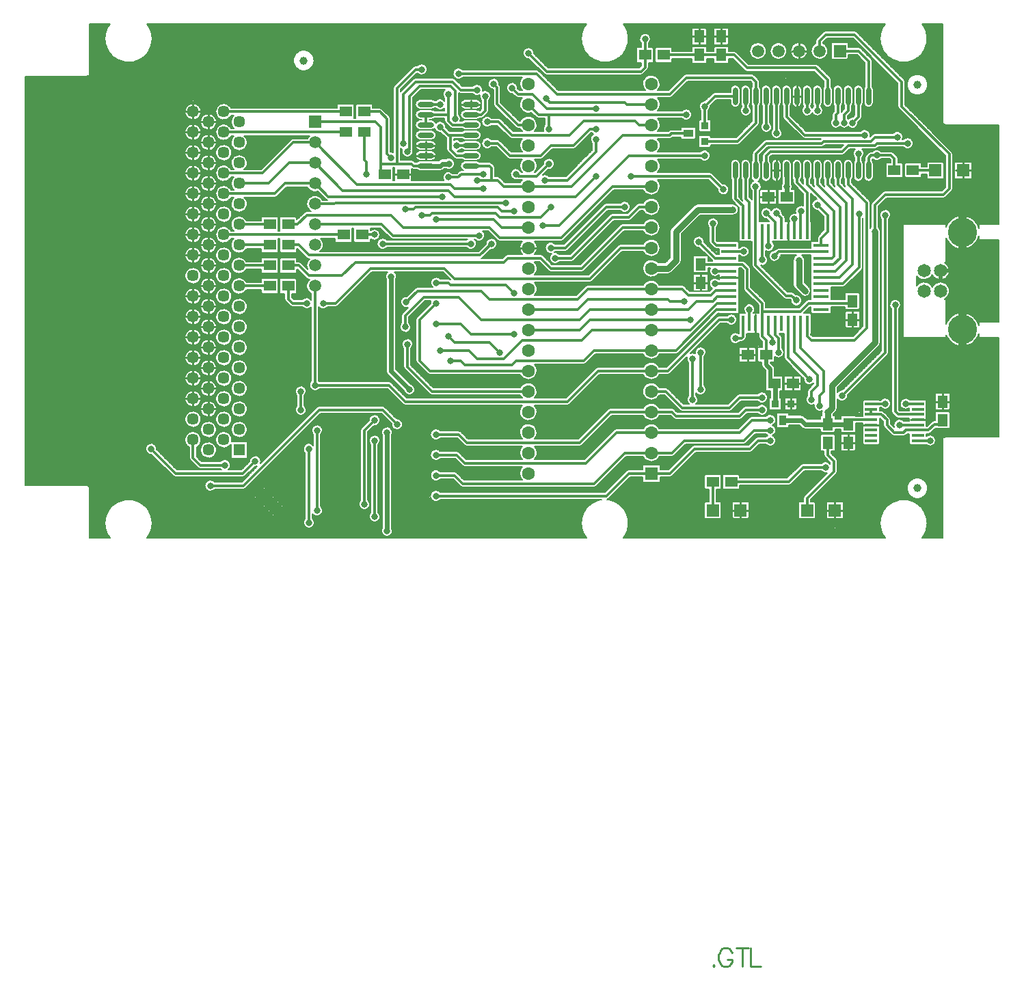
<source format=gtl>
%FSLAX44Y44*%
%MOMM*%
G71*
G01*
G75*
%ADD10C,0.2000*%
%ADD11O,0.6000X2.2000*%
%ADD12O,0.6000X2.2000*%
%ADD13R,1.5240X1.5240*%
%ADD14R,1.5240X1.2700*%
%ADD15R,1.2700X1.5240*%
%ADD16O,2.0320X0.6096*%
%ADD17R,0.4064X1.9050*%
%ADD18R,1.9050X0.4064*%
%ADD19C,1.0000*%
%ADD20R,0.9144X0.9144*%
%ADD21R,1.2700X0.9144*%
%ADD22R,1.5000X0.4000*%
%ADD23R,0.9144X1.2700*%
%ADD24C,0.2540*%
%ADD25C,0.3000*%
%ADD26C,1.0000*%
%ADD27C,0.5000*%
%ADD28C,0.8000*%
%ADD29C,0.6000*%
%ADD30C,0.2286*%
%ADD31C,1.6000*%
%ADD32R,1.6000X1.6000*%
%ADD33C,1.5000*%
%ADD34R,1.5000X1.5000*%
%ADD35C,1.4500*%
%ADD36R,1.4500X1.4500*%
%ADD37C,1.6510*%
%ADD38C,3.6000*%
%ADD39C,0.8000*%
D10*
X3137218Y2536317D02*
X3137118Y2538737D01*
X3136818Y2541140D01*
X3136321Y2543510D01*
X3135630Y2545832D01*
X3134749Y2548088D01*
X3133686Y2550264D01*
X3132446Y2552344D01*
X3131039Y2554315D01*
X3084792D02*
X3083325Y2552252D01*
X3082042Y2550069D01*
X3080951Y2547785D01*
X3080062Y2545414D01*
X3079380Y2542976D01*
X3078912Y2540488D01*
X3078660Y2537968D01*
X3078627Y2535437D01*
X3078812Y2532912D01*
X3079215Y2530412D01*
X3079832Y2527956D01*
X3080658Y2525563D01*
X3081689Y2523250D01*
X3082914Y2521035D01*
X3084327Y2518934D01*
X3085916Y2516963D01*
X3087668Y2515136D01*
X3089572Y2513467D01*
X3091613Y2511969D01*
X3093776Y2510652D01*
X3096044Y2509527D01*
X3098401Y2508603D01*
X3100829Y2507885D01*
X3103310Y2507379D01*
X3105825Y2507090D01*
X3108356Y2507018D01*
X3110883Y2507166D01*
X3113389Y2507531D01*
X3115854Y2508111D01*
X3118259Y2508901D01*
X3120587Y2509896D01*
X3122820Y2511089D01*
X3124942Y2512470D01*
X3126938Y2514028D01*
X3128791Y2515754D01*
X3130488Y2517632D01*
X3132016Y2519651D01*
X3133365Y2521793D01*
X3134524Y2524044D01*
X3135484Y2526387D01*
X3136238Y2528804D01*
X3136781Y2531277D01*
X3137108Y2533788D01*
X3137218Y2536317D01*
X3137928Y2479317D02*
X3137678Y2481856D01*
X3136937Y2484297D01*
X3135735Y2486546D01*
X3134117Y2488518D01*
X3132145Y2490136D01*
X3129895Y2491339D01*
X3127454Y2492079D01*
X3124916Y2492329D01*
X3122377Y2492079D01*
X3119936Y2491339D01*
X3117686Y2490136D01*
X3115715Y2488518D01*
X3114096Y2486546D01*
X3112894Y2484297D01*
X3112154Y2481856D01*
X3111903Y2479317D01*
X3112154Y2476779D01*
X3112894Y2474337D01*
X3114096Y2472088D01*
X3115715Y2470116D01*
X3117686Y2468498D01*
X3119936Y2467295D01*
X3122377Y2466555D01*
X3124916Y2466305D01*
X3127454Y2466555D01*
X3129895Y2467295D01*
X3132145Y2468498D01*
X3134117Y2470116D01*
X3135735Y2472088D01*
X3136937Y2474337D01*
X3137678Y2476779D01*
X3137928Y2479317D01*
X3109808Y2482977D02*
X3108480Y2486182D01*
X3109808Y2482977D02*
X3108480Y2486182D01*
X3050060Y2544602D02*
X3046856Y2545929D01*
X3050060Y2544602D02*
X3046856Y2545929D01*
X3055140Y2524282D02*
X3051936Y2525609D01*
X3055140Y2524282D02*
X3051936Y2525609D01*
X3069168Y2508377D02*
X3067840Y2511582D01*
X3069168Y2508377D02*
X3067840Y2511582D01*
X3070668Y2473197D02*
X3070280Y2475324D01*
X3069168Y2477178D01*
X3060104D02*
X3058991Y2475324D01*
X3058604Y2473197D01*
X3057968Y2473197D02*
X3057370Y2475814D01*
X3055697Y2477913D01*
X3053278Y2479078D01*
X3050594D01*
X3048175Y2477913D01*
X3046501Y2475814D01*
X3045904Y2473197D01*
X3155914Y2433617D02*
X3156490Y2431466D01*
X3158065Y2429891D01*
X3160216Y2429315D01*
X3155914Y2433617D02*
X3156490Y2431466D01*
X3158065Y2429891D01*
X3160216Y2429315D01*
X3100744Y2452497D02*
X3102071Y2449292D01*
X3100744Y2452497D02*
X3102071Y2449292D01*
X3058604Y2457197D02*
X3059201Y2454580D01*
X3060875Y2452481D01*
X3063293Y2451316D01*
X3065978D01*
X3068397Y2452481D01*
X3070070Y2454580D01*
X3070668Y2457197D01*
X3056468Y2453216D02*
X3057580Y2455070D01*
X3057968Y2457197D01*
X3045904D02*
X3046291Y2455070D01*
X3047404Y2453216D01*
X3043768D02*
X3044880Y2455070D01*
X3045268Y2457197D01*
X3107228Y2414397D02*
X3106805Y2416800D01*
X3105585Y2418914D01*
X3103718Y2420484D01*
X3101425Y2421321D01*
X3098986Y2421324D01*
X3096691Y2420494D01*
X3094819Y2418929D01*
X3072256D02*
X3069051Y2417602D01*
X3072256Y2418929D02*
X3069051Y2417602D01*
X3119928Y2406777D02*
X3119504Y2409180D01*
X3118286Y2411294D01*
X3116418Y2412864D01*
X3114126Y2413701D01*
X3111685Y2413704D01*
X3109391Y2412874D01*
X3107519Y2411309D01*
X3106513D02*
X3107228Y2414397D01*
X3055140Y2436592D02*
X3056468Y2439797D01*
X3055140Y2436592D02*
X3056468Y2439797D01*
X3042440Y2444212D02*
X3043768Y2447417D01*
X3042440Y2444212D02*
X3043768Y2447417D01*
X3066588Y2416937D02*
X3066165Y2419340D01*
X3064945Y2421454D01*
X3063077Y2423024D01*
X3060786Y2423861D01*
X3058346Y2423864D01*
X3056051Y2423034D01*
X3054179Y2421469D01*
X3066258Y2414808D02*
X3066588Y2416937D01*
X3018368Y2485517D02*
X3017040Y2488722D01*
X3018368Y2485517D02*
X3017040Y2488722D01*
X3011296Y2545929D02*
X3008091Y2544602D01*
X3011296Y2545929D02*
X3008091Y2544602D01*
X3000471Y2536982D02*
X2999144Y2533777D01*
X3000471Y2536982D02*
X2999144Y2533777D01*
X3014208Y2521077D02*
X3013942Y2523429D01*
X3013157Y2525662D01*
X3011894Y2527663D01*
X3010216Y2529332D01*
X3008208Y2530584D01*
X2999144D02*
X2997038Y2529254D01*
X2995303Y2527466D01*
X2994037Y2525321D01*
X2993309Y2522938D01*
X2993162Y2520451D01*
X2993604Y2517999D01*
X2994608Y2515720D01*
X2996120Y2513740D01*
X2998055Y2512170D01*
X3000304Y2511099D01*
X3002742Y2510587D01*
X3005232Y2510661D01*
X3007635Y2511317D01*
X3009816Y2512520D01*
X3011654Y2514202D01*
X3013046Y2516268D01*
X3013913Y2518603D01*
X3014208Y2521077D01*
X2988808D02*
X2988502Y2523598D01*
X2987601Y2525972D01*
X2986159Y2528061D01*
X2984259Y2529745D01*
X2982010Y2530925D01*
X2979545Y2531532D01*
X2977006D01*
X2974541Y2530925D01*
X2972293Y2529745D01*
X2970392Y2528061D01*
X2968950Y2525972D01*
X2968050Y2523598D01*
X2967744Y2521077D01*
X2968050Y2518557D01*
X2968950Y2516183D01*
X2970392Y2514093D01*
X2972293Y2512409D01*
X2974541Y2511229D01*
X2977006Y2510622D01*
X2979545D01*
X2982010Y2511229D01*
X2984259Y2512409D01*
X2986159Y2514093D01*
X2987601Y2516183D01*
X2988502Y2518557D01*
X2988808Y2521077D01*
X3002348Y2503414D02*
X2999144Y2504741D01*
X3002348Y2503414D02*
X2999144Y2504741D01*
X3045268Y2473197D02*
X3044670Y2475814D01*
X3042997Y2477913D01*
X3040578Y2479078D01*
X3037893D01*
X3035475Y2477913D01*
X3033801Y2475814D01*
X3033204Y2473197D01*
X3032568D02*
X3031971Y2475814D01*
X3030297Y2477913D01*
X3027878Y2479078D01*
X3025193D01*
X3022775Y2477913D01*
X3021101Y2475814D01*
X3020504Y2473197D01*
X3033204Y2457197D02*
X3033591Y2455070D01*
X3034704Y2453216D01*
X3031068D02*
X3032180Y2455070D01*
X3032568Y2457197D01*
X3020504D02*
X3020891Y2455070D01*
X3022004Y2453216D01*
X3019868Y2473197D02*
X3019480Y2475324D01*
X3018368Y2477178D01*
X3009304D02*
X3008191Y2475324D01*
X3007804Y2473197D01*
Y2457197D02*
X3008401Y2454580D01*
X3010075Y2452481D01*
X3012494Y2451316D01*
X3015178D01*
X3017597Y2452481D01*
X3019270Y2454580D01*
X3019868Y2457197D01*
X3044913Y2439184D02*
X3041831Y2438755D01*
X3039236Y2437039D01*
Y2427315D02*
X3041147Y2425900D01*
X3043419Y2425202D01*
X3045795Y2425302D01*
X3048001Y2426188D01*
X3049786Y2427758D01*
X3050946Y2429834D01*
X3051348Y2432177D01*
X3029076Y2427315D02*
X3031394Y2425710D01*
X3034156Y2425145D01*
X3036918Y2425710D01*
X3039236Y2427315D01*
X3020791Y2445542D02*
X3019464Y2442337D01*
X3020791Y2445542D02*
X3019464Y2442337D01*
Y2437554D02*
X3017857Y2435607D01*
X3017041Y2433218D01*
X3017122Y2430695D01*
X3018088Y2428363D01*
X3019816Y2426522D01*
X3022083Y2425410D01*
X3024595Y2425171D01*
X3027031Y2425834D01*
X3029076Y2427315D01*
X3007168Y2473197D02*
X3006570Y2475814D01*
X3004897Y2477913D01*
X3002478Y2479078D01*
X2999793D01*
X2997375Y2477913D01*
X2995701Y2475814D01*
X2995104Y2473197D01*
X3005668Y2453216D02*
X3006780Y2455070D01*
X3007168Y2457197D01*
X2995104D02*
X2995491Y2455070D01*
X2996604Y2453216D01*
X2992968D02*
X2994080Y2455070D01*
X2994468Y2457197D01*
Y2473197D02*
X2993871Y2475814D01*
X2992197Y2477913D01*
X2989778Y2479078D01*
X2987094D01*
X2984675Y2477913D01*
X2983001Y2475814D01*
X2982404Y2473197D01*
X2981768D02*
X2981170Y2475814D01*
X2979496Y2477913D01*
X2977078Y2479078D01*
X2974394D01*
X2971975Y2477913D01*
X2970301Y2475814D01*
X2969704Y2473197D01*
X2982404Y2457197D02*
X2982791Y2455070D01*
X2983904Y2453216D01*
X2969704Y2457197D02*
X2970301Y2454580D01*
X2971975Y2452481D01*
X2974394Y2451316D01*
X2977078D01*
X2979496Y2452481D01*
X2981170Y2454580D01*
X2981768Y2457197D01*
X2996604Y2452794D02*
X2994786Y2450438D01*
X3008168Y2447417D02*
X3007512Y2450382D01*
X3005668Y2452794D01*
X2994786Y2444396D02*
X2996387Y2442231D01*
X2998685Y2440826D01*
X3001342Y2440388D01*
X3003969Y2440981D01*
X3006181Y2442518D01*
X3007652Y2444774D01*
X3008168Y2447417D01*
X2994786Y2450438D02*
X2992968Y2452794D01*
X2983904D02*
X2982311Y2450872D01*
X2981490Y2448515D01*
X2981544Y2446020D01*
X2982466Y2443701D01*
X2984139Y2441850D01*
X2986354Y2440700D01*
X2988832Y2440396D01*
X2991259Y2440977D01*
X2993331Y2442368D01*
X2994786Y2444396D01*
X2982421Y2413732D02*
X2985625Y2412405D01*
X2982421Y2413732D02*
X2985625Y2412405D01*
X3168932Y2393373D02*
X3167605Y2396577D01*
X3168932Y2393373D02*
X3167605Y2396577D01*
Y2347598D02*
X3168932Y2350802D01*
X3167605Y2347598D02*
X3168932Y2350802D01*
X3107519Y2402245D02*
X3109391Y2400680D01*
X3111685Y2399850D01*
X3114126Y2399853D01*
X3116418Y2400690D01*
X3118286Y2402260D01*
X3119504Y2404374D01*
X3119928Y2406777D01*
X3101074Y2387685D02*
X3099746Y2390890D01*
X3101074Y2387685D02*
X3099746Y2390890D01*
X3095305Y2395331D02*
X3092101Y2396659D01*
X3095305Y2395331D02*
X3092101Y2396659D01*
X3072256Y2399705D02*
X3075460Y2401032D01*
X3072256Y2399705D02*
X3075460Y2401032D01*
X3080021Y2396659D02*
X3078152Y2398221D01*
X3075863Y2399052D01*
X3073427D01*
X3071137Y2398221D01*
X3069268Y2396659D01*
X3069443Y2387395D02*
X3071323Y2385929D01*
X3073584Y2385175D01*
X3075967Y2385220D01*
X3078199Y2386059D01*
X3080021Y2387595D01*
X3070668Y2381197D02*
X3070280Y2383324D01*
X3069168Y2385178D01*
X3156875Y2338745D02*
X3160079Y2340072D01*
X3156875Y2338745D02*
X3160079Y2340072D01*
X3200996Y2301304D02*
X3200252Y2303785D01*
X3199209Y2306156D01*
X3197882Y2308381D01*
X3196292Y2310426D01*
X3194463Y2312260D01*
X3192422Y2313855D01*
X3190200Y2315187D01*
X3187832Y2316236D01*
X3185352Y2316985D01*
X3182799Y2317424D01*
X3180212Y2317547D01*
X3177629Y2317350D01*
X3175090Y2316837D01*
X3172633Y2316016D01*
X3170296Y2314899D01*
X3168114Y2313503D01*
X3166120Y2311850D01*
X3164344Y2309964D01*
X3162814Y2307874D01*
X3161552Y2305612D01*
X3160578Y2303212D01*
X3084956Y2347809D02*
X3081751Y2346482D01*
X3084956Y2347809D02*
X3081751Y2346482D01*
X3069051Y2333782D02*
X3067724Y2330577D01*
X3069051Y2333782D02*
X3067724Y2330577D01*
X3089488Y2312500D02*
X3091332Y2314912D01*
X3091988Y2317877D01*
X3091525Y2320385D01*
X3090198Y2322564D01*
X3088182Y2324125D01*
X3085741Y2324865D01*
X3083196Y2324685D01*
X3080884Y2323610D01*
X3079107Y2321780D01*
X3078099Y2319437D01*
X3077993Y2316889D01*
X3078804Y2314470D01*
X3080424Y2312500D01*
X3079288Y2297557D02*
X3078632Y2300522D01*
X3076788Y2302934D01*
X3079288Y2297557D02*
X3078632Y2300522D01*
X3076788Y2302934D01*
X3067765Y2396659D02*
X3064561Y2395331D01*
X3067765Y2396659D02*
X3064561Y2395331D01*
X3058968Y2394077D02*
X3058634Y2396217D01*
X3057665Y2398155D01*
X3056152Y2399705D01*
X3047720D02*
X3046009Y2397861D01*
X3045056Y2395533D01*
X3044984Y2393018D01*
X3045801Y2390639D01*
X3047404Y2388700D01*
X3061431Y2392202D02*
X3060104Y2388997D01*
X3061431Y2392202D02*
X3060104Y2388997D01*
X3056468Y2388700D02*
X3058312Y2391112D01*
X3058968Y2394077D01*
X3031616Y2392085D02*
X3034820Y2393412D01*
X3031616Y2392085D02*
X3034820Y2393412D01*
X3060104Y2385178D02*
X3058991Y2383324D01*
X3058604Y2381197D01*
X3057968D02*
X3057580Y2383324D01*
X3056468Y2385178D01*
X3047404D02*
X3046291Y2383324D01*
X3045904Y2381197D01*
X3045268D02*
X3044670Y2383814D01*
X3042997Y2385913D01*
X3040578Y2387078D01*
X3037893D01*
X3035475Y2385913D01*
X3033801Y2383814D01*
X3033204Y2381197D01*
X3032568D02*
X3031971Y2383814D01*
X3030297Y2385913D01*
X3027878Y2387078D01*
X3025193D01*
X3022775Y2385913D01*
X3021101Y2383814D01*
X3020504Y2381197D01*
X3006216Y2402245D02*
X3009420Y2403572D01*
X3006216Y2402245D02*
X3009420Y2403572D01*
X3019868Y2381197D02*
X3019270Y2383814D01*
X3017597Y2385913D01*
X3015178Y2387078D01*
X3012494D01*
X3010075Y2385913D01*
X3008401Y2383814D01*
X3007804Y2381197D01*
X3007168D02*
X3006570Y2383814D01*
X3004897Y2385913D01*
X3002478Y2387078D01*
X2999793D01*
X2997375Y2385913D01*
X2995701Y2383814D01*
X2995104Y2381197D01*
X2994468D02*
X2993871Y2383814D01*
X2992197Y2385913D01*
X2989778Y2387078D01*
X2987094D01*
X2984675Y2385913D01*
X2983001Y2383814D01*
X2982404Y2381197D01*
X2981768D02*
X2981170Y2383814D01*
X2979496Y2385913D01*
X2977078Y2387078D01*
X2974394D01*
X2971975Y2385913D01*
X2970301Y2383814D01*
X2969704Y2381197D01*
X3058604Y2365197D02*
X3059201Y2362580D01*
X3060875Y2360481D01*
X3063293Y2359316D01*
X3065978D01*
X3068397Y2360481D01*
X3070070Y2362580D01*
X3070668Y2365197D01*
X3045904D02*
X3046501Y2362580D01*
X3048175Y2360481D01*
X3050594Y2359316D01*
X3053278D01*
X3055697Y2360481D01*
X3057370Y2362580D01*
X3057968Y2365197D01*
X3043768Y2361216D02*
X3044880Y2363070D01*
X3045268Y2365197D01*
X3033204D02*
X3033591Y2363070D01*
X3034704Y2361216D01*
X3031068D02*
X3032180Y2363070D01*
X3032568Y2365197D01*
X3020504D02*
X3020891Y2363070D01*
X3022004Y2361216D01*
X3018368D02*
X3019480Y2363070D01*
X3019868Y2365197D01*
X3007804D02*
X3008191Y2363070D01*
X3009304Y2361216D01*
X3005668D02*
X3006780Y2363070D01*
X3007168Y2365197D01*
X3034704Y2355977D02*
X3035477Y2353445D01*
X3034704Y2355977D02*
X3035477Y2353445D01*
X3022004Y2355977D02*
X3022777Y2353445D01*
X3022004Y2355977D02*
X3022777Y2353445D01*
X3066628Y2333117D02*
X3065300Y2336322D01*
X3066628Y2333117D02*
X3065300Y2336322D01*
X3067724Y2302934D02*
X3066628Y2301773D01*
X3067724Y2302934D02*
X3066628Y2301773D01*
X3009304Y2355977D02*
X3010077Y2353445D01*
X3009304Y2355977D02*
X3010077Y2353445D01*
X2995104Y2365197D02*
X2995491Y2363070D01*
X2996604Y2361216D01*
X2992968D02*
X2994080Y2363070D01*
X2994468Y2365197D01*
X2982404D02*
X2982791Y2363070D01*
X2983904Y2361216D01*
X2996604Y2355977D02*
X2997377Y2353445D01*
X2996604Y2355977D02*
X2997377Y2353445D01*
X2980268Y2361216D02*
X2981380Y2363070D01*
X2981768Y2365197D01*
X2971204Y2358517D02*
X2972531Y2355312D01*
X2971204Y2358517D02*
X2972531Y2355312D01*
X2969704Y2365197D02*
X2970091Y2363070D01*
X2971204Y2361216D01*
X3000430Y2337574D02*
X2998091Y2336915D01*
X2996115Y2335500D01*
X2994739Y2333497D01*
X2994127Y2331145D01*
X2994352Y2328725D01*
X2995387Y2326527D01*
X2997109Y2324812D01*
X2999312Y2323786D01*
X3001733Y2323570D01*
X3002249Y2292380D02*
X3000922Y2289175D01*
X3002249Y2292380D02*
X3000922Y2289175D01*
X2983904Y2329275D02*
X2981561Y2329949D01*
X2979129Y2329784D01*
X2976900Y2328798D01*
X2975141Y2327110D01*
X2974064Y2324923D01*
X2973799Y2322500D01*
X2974377Y2320131D01*
X2971719Y2320270D01*
X2969200Y2319411D01*
X2967181Y2317678D01*
X2965950Y2315319D01*
X2965685Y2312671D01*
X2966422Y2310114D01*
X2963408Y2521077D02*
X2963102Y2523598D01*
X2962202Y2525972D01*
X2960759Y2528061D01*
X2958859Y2529745D01*
X2956610Y2530925D01*
X2954145Y2531532D01*
X2951606D01*
X2949141Y2530925D01*
X2946893Y2529745D01*
X2944992Y2528061D01*
X2943550Y2525972D01*
X2942650Y2523598D01*
X2942344Y2521077D01*
X2942650Y2518557D01*
X2943550Y2516183D01*
X2944992Y2514093D01*
X2946893Y2512409D01*
X2949141Y2511229D01*
X2951606Y2510622D01*
X2954145D01*
X2956610Y2511229D01*
X2958859Y2512409D01*
X2960759Y2514093D01*
X2962202Y2516183D01*
X2963102Y2518557D01*
X2963408Y2521077D01*
X2938008D02*
X2937702Y2523598D01*
X2936801Y2525972D01*
X2935359Y2528061D01*
X2933459Y2529745D01*
X2931210Y2530925D01*
X2928745Y2531532D01*
X2926206D01*
X2923741Y2530925D01*
X2921493Y2529745D01*
X2919592Y2528061D01*
X2918150Y2525972D01*
X2917250Y2523598D01*
X2916944Y2521077D01*
X2917250Y2518557D01*
X2918150Y2516183D01*
X2919592Y2514093D01*
X2921493Y2512409D01*
X2923741Y2511229D01*
X2926206Y2510622D01*
X2928745D01*
X2931210Y2511229D01*
X2933459Y2512409D01*
X2935359Y2514093D01*
X2936801Y2516183D01*
X2937702Y2518557D01*
X2938008Y2521077D01*
X2923060Y2491262D02*
X2919856Y2492589D01*
X2923060Y2491262D02*
X2919856Y2492589D01*
X2929468Y2482977D02*
X2928140Y2486182D01*
X2929468Y2482977D02*
X2928140Y2486182D01*
X2901311Y2519325D02*
X2898107Y2520653D01*
X2901311Y2519325D02*
X2898107Y2520653D01*
X2910814Y2497004D02*
X2914018Y2495677D01*
X2910814Y2497004D02*
X2914018Y2495677D01*
X2969068Y2473197D02*
X2968470Y2475814D01*
X2966797Y2477913D01*
X2964378Y2479078D01*
X2961693D01*
X2959275Y2477913D01*
X2957601Y2475814D01*
X2957004Y2473197D01*
X2967568Y2453216D02*
X2968680Y2455070D01*
X2969068Y2457197D01*
X2956368Y2473197D02*
X2955770Y2475814D01*
X2954097Y2477913D01*
X2951678Y2479078D01*
X2948994D01*
X2946575Y2477913D01*
X2944901Y2475814D01*
X2944304Y2473197D01*
X2943668D02*
X2943070Y2475814D01*
X2941396Y2477913D01*
X2938978Y2479078D01*
X2936294D01*
X2933875Y2477913D01*
X2932201Y2475814D01*
X2931604Y2473197D01*
X2957004Y2457197D02*
X2957391Y2455070D01*
X2958504Y2453216D01*
X2954868D02*
X2955980Y2455070D01*
X2956368Y2457197D01*
X2944304D02*
X2944691Y2455070D01*
X2945804Y2453216D01*
X2942168D02*
X2943280Y2455070D01*
X2943668Y2457197D01*
X2931604D02*
X2931991Y2455070D01*
X2933104Y2453216D01*
X2958504Y2439527D02*
X2959831Y2436322D01*
X2958504Y2439527D02*
X2959831Y2436322D01*
X2944668Y2427097D02*
X2944012Y2430062D01*
X2942168Y2432474D01*
X2933104D02*
X2931484Y2430504D01*
X2930674Y2428085D01*
X2930779Y2425537D01*
X2931786Y2423194D01*
X2933564Y2421364D01*
X2935876Y2420289D01*
X2938421Y2420109D01*
X2940862Y2420849D01*
X2942878Y2422410D01*
X2944205Y2424589D01*
X2944668Y2427097D01*
X2930968Y2473197D02*
X2930580Y2475324D01*
X2929468Y2477178D01*
X2920404D02*
X2919291Y2475324D01*
X2918904Y2473197D01*
X2918268D02*
X2917670Y2475814D01*
X2915997Y2477913D01*
X2913578Y2479078D01*
X2910894D01*
X2908475Y2477913D01*
X2906801Y2475814D01*
X2906204Y2473197D01*
X2905568D02*
X2904970Y2475814D01*
X2903297Y2477913D01*
X2900878Y2479078D01*
X2898193D01*
X2895775Y2477913D01*
X2894101Y2475814D01*
X2893504Y2473197D01*
X2929468Y2453216D02*
X2930580Y2455070D01*
X2930968Y2457197D01*
X2918904D02*
X2919291Y2455070D01*
X2920404Y2453216D01*
X2916768D02*
X2917880Y2455070D01*
X2918268Y2457197D01*
X2906204D02*
X2906591Y2455070D01*
X2907704Y2453216D01*
X2928140Y2428972D02*
X2929468Y2432177D01*
X2928140Y2428972D02*
X2929468Y2432177D01*
X2919268Y2447417D02*
X2918612Y2450382D01*
X2916768Y2452794D01*
X2907704D02*
X2906084Y2450824D01*
X2905273Y2448405D01*
X2905379Y2445857D01*
X2906387Y2443514D01*
X2908164Y2441684D01*
X2910476Y2440609D01*
X2913021Y2440429D01*
X2915462Y2441169D01*
X2917478Y2442730D01*
X2918805Y2444909D01*
X2919268Y2447417D01*
X2893504Y2457197D02*
X2894101Y2454580D01*
X2895775Y2452481D01*
X2898193Y2451316D01*
X2900878D01*
X2903297Y2452481D01*
X2904970Y2454580D01*
X2905568Y2457197D01*
X2792190Y2530718D02*
X2794034Y2533130D01*
X2794690Y2536095D01*
X2794227Y2538603D01*
X2792900Y2540782D01*
X2790884Y2542343D01*
X2788443Y2543083D01*
X2785898Y2542903D01*
X2783586Y2541828D01*
X2781808Y2539998D01*
X2780801Y2537655D01*
X2780695Y2535107D01*
X2781506Y2532688D01*
X2783126Y2530718D01*
X2767218Y2536317D02*
X2767118Y2538737D01*
X2766818Y2541140D01*
X2766321Y2543510D01*
X2765630Y2545832D01*
X2764749Y2548088D01*
X2763686Y2550264D01*
X2762446Y2552344D01*
X2761039Y2554315D01*
X2790862Y2497602D02*
X2792190Y2500807D01*
X2790862Y2497602D02*
X2792190Y2500807D01*
X2874136Y2469729D02*
X2870931Y2468402D01*
X2874136Y2469729D02*
X2870931Y2468402D01*
X2865968Y2447120D02*
X2867812Y2449532D01*
X2868468Y2452497D01*
X2862033Y2459504D02*
X2859521Y2459263D01*
X2857255Y2458151D01*
X2855527Y2456310D01*
X2854561Y2453978D01*
X2854481Y2451456D01*
X2855297Y2449067D01*
X2856904Y2447120D01*
X2845608Y2442337D02*
X2845184Y2444740D01*
X2843965Y2446854D01*
X2842097Y2448424D01*
X2839806Y2449261D01*
X2837366Y2449264D01*
X2835071Y2448434D01*
X2833199Y2446869D01*
Y2437805D02*
X2835071Y2436240D01*
X2837366Y2435410D01*
X2839806Y2435413D01*
X2842097Y2436250D01*
X2843965Y2437820D01*
X2845184Y2439934D01*
X2845608Y2442337D01*
X2838576Y2492589D02*
X2835371Y2491262D01*
X2838576Y2492589D02*
X2835371Y2491262D01*
X2802811Y2472269D02*
X2804341Y2473980D01*
X2805483Y2475971D01*
X2806189Y2478154D01*
X2806428Y2480437D01*
X2782528Y2491145D02*
X2785732Y2492472D01*
X2782528Y2491145D02*
X2785732Y2492472D01*
X2806428Y2480437D02*
X2806128Y2482993D01*
X2805243Y2485410D01*
X2803823Y2487557D01*
X2801944Y2489316D01*
X2799708Y2490591D01*
X2797238Y2491314D01*
X2794667Y2491445D01*
X2792137Y2490977D01*
X2789783Y2489935D01*
X2787735Y2488376D01*
X2786104Y2486384D01*
X2784979Y2484070D01*
X2784421Y2481557D01*
X2784460Y2478983D01*
X2785094Y2476489D01*
X2786289Y2474210D01*
X2787980Y2472269D01*
X2818256Y2463205D02*
X2821460Y2464532D01*
X2818256Y2463205D02*
X2821460Y2464532D01*
X2806428Y2455037D02*
X2806189Y2457320D01*
X2805483Y2459503D01*
X2804341Y2461494D01*
X2802811Y2463205D01*
Y2446869D02*
X2804341Y2448580D01*
X2805483Y2450571D01*
X2806189Y2452754D01*
X2806428Y2455037D01*
Y2429637D02*
X2806189Y2431920D01*
X2805483Y2434103D01*
X2804341Y2436094D01*
X2802811Y2437805D01*
X2957368Y2419477D02*
X2956712Y2422442D01*
X2954868Y2424854D01*
X2945804D02*
X2944184Y2422884D01*
X2943373Y2420465D01*
X2943479Y2417917D01*
X2944487Y2415574D01*
X2946264Y2413744D01*
X2948576Y2412669D01*
X2951121Y2412489D01*
X2953562Y2413229D01*
X2955578Y2414790D01*
X2956905Y2416969D01*
X2957368Y2419477D01*
X2969068Y2381197D02*
X2968470Y2383814D01*
X2966797Y2385913D01*
X2964378Y2387078D01*
X2961693D01*
X2959275Y2385913D01*
X2957601Y2383814D01*
X2957004Y2381197D01*
X2956368D02*
X2955770Y2383814D01*
X2954097Y2385913D01*
X2951678Y2387078D01*
X2948994D01*
X2946575Y2385913D01*
X2944901Y2383814D01*
X2944304Y2381197D01*
X2942716Y2401149D02*
X2939511Y2399822D01*
X2942716Y2401149D02*
X2939511Y2399822D01*
X2937636Y2411309D02*
X2934431Y2409982D01*
X2937636Y2411309D02*
X2934431Y2409982D01*
Y2394742D02*
X2933104Y2391537D01*
X2934431Y2394742D02*
X2933104Y2391537D01*
X2921731Y2397282D02*
X2920404Y2394077D01*
X2921731Y2397282D02*
X2920404Y2394077D01*
X2902076Y2404785D02*
X2905280Y2406112D01*
X2902076Y2404785D02*
X2905280Y2406112D01*
X2943668Y2381197D02*
X2943280Y2383324D01*
X2942168Y2385178D01*
X2933104D02*
X2931991Y2383324D01*
X2931604Y2381197D01*
X2930968D02*
X2930580Y2383324D01*
X2929468Y2385178D01*
X2920404D02*
X2919291Y2383324D01*
X2918904Y2381197D01*
X2918268D02*
X2917670Y2383814D01*
X2915997Y2385913D01*
X2913578Y2387078D01*
X2910894D01*
X2908475Y2385913D01*
X2906801Y2383814D01*
X2906204Y2381197D01*
X2905568D02*
X2904970Y2383814D01*
X2903297Y2385913D01*
X2900878Y2387078D01*
X2898193D01*
X2895775Y2385913D01*
X2894101Y2383814D01*
X2893504Y2381197D01*
X2970068Y2353437D02*
X2969068Y2357052D01*
X2969236Y2350119D02*
X2970068Y2353437D01*
X2957004Y2357052D02*
X2956139Y2354807D01*
X2956080Y2352403D01*
X2956836Y2350119D01*
X2944304Y2365197D02*
X2944901Y2362580D01*
X2946575Y2360481D01*
X2948994Y2359316D01*
X2951678D01*
X2954097Y2360481D01*
X2955770Y2362580D01*
X2956368Y2365197D01*
X2931604D02*
X2932201Y2362580D01*
X2933875Y2360481D01*
X2936294Y2359316D01*
X2938978D01*
X2941396Y2360481D01*
X2943070Y2362580D01*
X2943668Y2365197D01*
X2961218Y2314067D02*
X2959890Y2317272D01*
X2961218Y2314067D02*
X2959890Y2317272D01*
X2957368Y2320417D02*
X2956852Y2323060D01*
X2955381Y2325316D01*
X2953169Y2326853D01*
X2950542Y2327446D01*
X2947885Y2327008D01*
X2945587Y2325603D01*
X2943986Y2323438D01*
X2942500Y2325495D01*
X2940382Y2326891D01*
X2937906Y2327444D01*
X2935394Y2327082D01*
X2933175Y2325853D01*
X2931536Y2323916D01*
X2930692Y2321524D01*
X2930751Y2318987D01*
X2931706Y2316637D01*
X2933434Y2314779D01*
X2935708Y2313654D01*
X2938233Y2313410D01*
X2927652Y2359811D02*
X2929407Y2361148D01*
X2930564Y2363027D01*
X2930968Y2365197D01*
X2918904D02*
X2919277Y2363109D01*
X2920350Y2361279D01*
X2921990Y2359933D01*
X2931714Y2353437D02*
X2931217Y2356034D01*
X2929796Y2358264D01*
X2927652Y2359811D01*
X2916768Y2361216D02*
X2917880Y2363070D01*
X2918268Y2365197D01*
X2906204D02*
X2906591Y2363070D01*
X2907704Y2361216D01*
X2904068D02*
X2905180Y2363070D01*
X2905568Y2365197D01*
X2930882Y2350119D02*
X2931714Y2353437D01*
X2929524Y2348338D02*
X2930882Y2350119D01*
X2921990Y2359933D02*
X2919970Y2358657D01*
X2918494Y2356778D01*
X2917733Y2354514D01*
X2917773Y2352125D01*
X2918611Y2349888D01*
X2920150Y2348060D01*
X2893504Y2365197D02*
X2893891Y2363070D01*
X2895004Y2361216D01*
X2891620Y2349529D02*
X2891238Y2351816D01*
X2890133Y2353854D01*
X2888426Y2355422D01*
X2886301Y2356349D01*
X2883990Y2356536D01*
X2907704Y2338197D02*
X2908477Y2335665D01*
X2907704Y2338197D02*
X2908477Y2335665D01*
X2903480Y2324633D02*
X2902944Y2327324D01*
X2901420Y2329605D01*
X2899139Y2331130D01*
X2896448Y2331665D01*
X2903480Y2324633D02*
X2902942Y2327330D01*
X2901411Y2329615D01*
X2899120Y2331137D01*
X2896421Y2331665D01*
X2896448Y2317601D02*
X2899139Y2318136D01*
X2901420Y2319661D01*
X2902945Y2321942D01*
X2903480Y2324633D01*
X2896448Y2317601D02*
X2899139Y2318136D01*
X2901420Y2319661D01*
X2902944Y2321942D01*
X2903480Y2324633D01*
X2895004Y2338197D02*
X2896331Y2334992D01*
X2895004Y2338197D02*
X2896331Y2334992D01*
X2871185Y2369342D02*
X2867980Y2370669D01*
X2871185Y2369342D02*
X2867980Y2370669D01*
X2877581Y2350127D02*
X2877817Y2347630D01*
X2878914Y2345375D01*
X2880732Y2343649D01*
X2883041Y2342670D01*
X2885546Y2342563D01*
X2887930Y2343342D01*
X2889888Y2344908D01*
X2891172Y2347062D01*
X2891620Y2349529D01*
X2868468Y2391537D02*
X2868044Y2393940D01*
X2866825Y2396054D01*
X2864958Y2397624D01*
X2862666Y2398461D01*
X2860226Y2398464D01*
X2857931Y2397634D01*
X2856059Y2396069D01*
Y2387005D02*
X2857931Y2385440D01*
X2860226Y2384610D01*
X2862666Y2384613D01*
X2864958Y2385450D01*
X2866825Y2387020D01*
X2868044Y2389134D01*
X2868468Y2391537D01*
X2820288Y2423501D02*
X2817083Y2422174D01*
X2820288Y2423501D02*
X2817083Y2422174D01*
X2818256Y2412405D02*
X2821460Y2413732D01*
X2818256Y2412405D02*
X2821460Y2413732D01*
X2802811Y2421469D02*
X2804341Y2423180D01*
X2805483Y2425171D01*
X2806189Y2427354D01*
X2806428Y2429637D01*
Y2404237D02*
X2806189Y2406520D01*
X2805483Y2408703D01*
X2804341Y2410694D01*
X2802811Y2412405D01*
Y2396069D02*
X2804341Y2397780D01*
X2805483Y2399771D01*
X2806189Y2401954D01*
X2806428Y2404237D01*
Y2378837D02*
X2806189Y2381120D01*
X2805483Y2383303D01*
X2804341Y2385294D01*
X2802811Y2387005D01*
Y2370669D02*
X2804341Y2372380D01*
X2805483Y2374371D01*
X2806189Y2376554D01*
X2806428Y2378837D01*
Y2353437D02*
X2806189Y2355720D01*
X2805483Y2357903D01*
X2804341Y2359894D01*
X2802811Y2361605D01*
X2785338Y2348905D02*
X2786613Y2346762D01*
X2788336Y2344960D01*
X2790420Y2343591D01*
X2792759Y2342725D01*
X2795232Y2342406D01*
X2797714Y2342651D01*
X2800077Y2343447D01*
X2802201Y2344754D01*
X2803977Y2346504D01*
X2805315Y2348608D01*
X2806146Y2350959D01*
X2806428Y2353437D01*
X2852952Y2331665D02*
X2850261Y2331130D01*
X2847979Y2329605D01*
X2852952Y2331665D02*
X2850261Y2331130D01*
X2847979Y2329605D01*
X2878628Y2307717D02*
X2878165Y2310225D01*
X2876838Y2312404D01*
X2874822Y2313965D01*
X2872381Y2314705D01*
X2869836Y2314525D01*
X2867524Y2313450D01*
X2865746Y2311620D01*
X2864739Y2309277D01*
X2864633Y2306729D01*
X2865444Y2304310D01*
X2867064Y2302340D01*
X2876128D02*
X2877972Y2304752D01*
X2878628Y2307717D01*
X2867064Y2284857D02*
X2868391Y2281652D01*
X2867064Y2284857D02*
X2868391Y2281652D01*
X2806428Y2328037D02*
X2806146Y2330515D01*
X2805315Y2332866D01*
X2803977Y2334970D01*
X2802201Y2336720D01*
X2800077Y2338027D01*
X2797714Y2338823D01*
X2795232Y2339068D01*
X2792759Y2338749D01*
X2790420Y2337883D01*
X2788336Y2336514D01*
X2786613Y2334712D01*
X2785338Y2332569D01*
Y2323505D02*
X2786613Y2321362D01*
X2788336Y2319560D01*
X2790420Y2318191D01*
X2792759Y2317325D01*
X2795232Y2317006D01*
X2797714Y2317251D01*
X2800077Y2318047D01*
X2802201Y2319354D01*
X2803977Y2321104D01*
X2805315Y2323208D01*
X2806146Y2325559D01*
X2806428Y2328037D01*
X2780156Y2332569D02*
X2776951Y2331242D01*
X2780156Y2332569D02*
X2776951Y2331242D01*
X2769408Y2328037D02*
X2768984Y2330440D01*
X2767766Y2332554D01*
X2765898Y2334124D01*
X2763606Y2334961D01*
X2761165Y2334964D01*
X2758871Y2334134D01*
X2756999Y2332569D01*
Y2323505D02*
X2758871Y2321940D01*
X2761165Y2321110D01*
X2763606Y2321113D01*
X2765898Y2321950D01*
X2767766Y2323520D01*
X2768984Y2325634D01*
X2769408Y2328037D01*
X2820903Y2302529D02*
X2819379Y2300248D01*
X2818844Y2297557D01*
X2820903Y2302529D02*
X2819379Y2300248D01*
X2818844Y2297557D01*
X2806428Y2302637D02*
X2806146Y2305115D01*
X2805315Y2307466D01*
X2803977Y2309570D01*
X2802201Y2311320D01*
X2800077Y2312627D01*
X2797714Y2313423D01*
X2795232Y2313668D01*
X2792759Y2313349D01*
X2790420Y2312483D01*
X2788336Y2311114D01*
X2786613Y2309312D01*
X2785338Y2307169D01*
Y2298105D02*
X2786613Y2295962D01*
X2788336Y2294160D01*
X2790420Y2292791D01*
X2792759Y2291925D01*
X2795232Y2291606D01*
X2797714Y2291851D01*
X2800077Y2292647D01*
X2802201Y2293954D01*
X2803977Y2295704D01*
X2805315Y2297808D01*
X2806146Y2300159D01*
X2806428Y2302637D01*
X2767456Y2310805D02*
X2770660Y2312132D01*
X2767456Y2310805D02*
X2770660Y2312132D01*
X2759836Y2307169D02*
X2756631Y2305842D01*
X2759836Y2307169D02*
X2756631Y2305842D01*
X3160578Y2289822D02*
X3161552Y2287422D01*
X3162814Y2285160D01*
X3164344Y2283070D01*
X3166120Y2281184D01*
X3168114Y2279530D01*
X3170296Y2278135D01*
X3172633Y2277018D01*
X3175090Y2276197D01*
X3177629Y2275684D01*
X3180212Y2275487D01*
X3182799Y2275609D01*
X3185352Y2276049D01*
X3187832Y2276798D01*
X3190200Y2277847D01*
X3192422Y2279179D01*
X3194463Y2280774D01*
X3196292Y2282608D01*
X3197882Y2284653D01*
X3199209Y2286878D01*
X3200252Y2289249D01*
X3200996Y2291730D01*
X3164703Y2248817D02*
X3164443Y2251223D01*
X3163677Y2253518D01*
X3162440Y2255597D01*
X3160787Y2257364D01*
X3158796Y2258739D01*
X3143416Y2243583D02*
X3144811Y2241513D01*
X3146627Y2239800D01*
X3148775Y2238528D01*
X3151150Y2237760D01*
X3153636Y2237532D01*
X3156111Y2237856D01*
X3158454Y2238717D01*
X3160551Y2240071D01*
X3162299Y2241854D01*
X3163612Y2243976D01*
X3164427Y2246336D01*
X3164703Y2248817D01*
Y2223817D02*
X3164427Y2226298D01*
X3163612Y2228658D01*
X3162299Y2230780D01*
X3160551Y2232563D01*
X3158454Y2233917D01*
X3156111Y2234778D01*
X3153636Y2235102D01*
X3151150Y2234874D01*
X3148775Y2234106D01*
X3146627Y2232834D01*
X3144811Y2231121D01*
X3143416Y2229051D01*
X3158518Y2213749D02*
X3160595Y2215108D01*
X3162325Y2216887D01*
X3163624Y2219002D01*
X3164430Y2221350D01*
X3164703Y2223817D01*
X3124002Y2242590D02*
X3125674Y2240604D01*
X3127755Y2239052D01*
X3130137Y2238017D01*
X3132692Y2237553D01*
X3135285Y2237686D01*
X3137779Y2238407D01*
X3140042Y2239680D01*
X3141955Y2241436D01*
X3143416Y2243583D01*
Y2229051D02*
X3141955Y2231198D01*
X3140042Y2232954D01*
X3137779Y2234227D01*
X3135285Y2234948D01*
X3132692Y2235081D01*
X3130137Y2234617D01*
X3127755Y2233582D01*
X3125674Y2232030D01*
X3124002Y2230044D01*
X3102108Y2201275D02*
X3103953Y2203687D01*
X3104608Y2206651D01*
X3104146Y2209160D01*
X3102819Y2211338D01*
X3100802Y2212900D01*
X3098361Y2213639D01*
X3095817Y2213460D01*
X3093504Y2212384D01*
X3091727Y2210555D01*
X3090719Y2208212D01*
X3090614Y2205663D01*
X3091424Y2203245D01*
X3093044Y2201275D01*
X3200996Y2180904D02*
X3200252Y2183385D01*
X3199209Y2185756D01*
X3197882Y2187981D01*
X3196292Y2190026D01*
X3194463Y2191859D01*
X3192422Y2193454D01*
X3190200Y2194787D01*
X3187832Y2195836D01*
X3185352Y2196585D01*
X3182799Y2197025D01*
X3180212Y2197147D01*
X3177629Y2196950D01*
X3175090Y2196437D01*
X3172633Y2195616D01*
X3170296Y2194499D01*
X3168114Y2193103D01*
X3166120Y2191450D01*
X3164344Y2189564D01*
X3162814Y2187474D01*
X3161552Y2185212D01*
X3160578Y2182812D01*
Y2169422D02*
X3161552Y2167022D01*
X3162814Y2164760D01*
X3164344Y2162670D01*
X3166120Y2160784D01*
X3168114Y2159131D01*
X3170296Y2157735D01*
X3172633Y2156618D01*
X3175090Y2155797D01*
X3177629Y2155284D01*
X3180212Y2155087D01*
X3182799Y2155209D01*
X3185352Y2155648D01*
X3187832Y2156398D01*
X3190200Y2157447D01*
X3192422Y2158779D01*
X3194463Y2160374D01*
X3196292Y2162208D01*
X3197882Y2164253D01*
X3199209Y2166478D01*
X3200252Y2168849D01*
X3200996Y2171330D01*
X3088160Y2144492D02*
X3089488Y2147697D01*
X3088160Y2144492D02*
X3089488Y2147697D01*
X3056120Y2250168D02*
X3057448Y2253373D01*
X3056120Y2250168D02*
X3057448Y2253373D01*
X3032330Y2228255D02*
X3035535Y2229582D01*
X3032330Y2228255D02*
X3035535Y2229582D01*
X2985308Y2261997D02*
X2984873Y2264431D01*
X2983622Y2266565D01*
X2981711Y2268133D01*
X2985308Y2261997D02*
X2984873Y2264431D01*
X2983622Y2266565D01*
X2981711Y2268133D01*
X2992897Y2224556D02*
X2992259Y2226890D01*
X2990868Y2228869D01*
X2992897Y2224557D02*
X2992257Y2226895D01*
X2990861Y2228877D01*
X2980923Y2218925D02*
X2983103Y2217443D01*
X2985676Y2216868D01*
X2988279Y2217281D01*
X2990547Y2218623D01*
X2992162Y2220706D01*
X2992897Y2223238D01*
X2980916Y2218932D02*
X2983095Y2217447D01*
X2985669Y2216869D01*
X2988274Y2217279D01*
X2990544Y2218621D01*
X2992161Y2220704D01*
X2992897Y2223237D01*
X2990255Y2213189D02*
X2987050Y2211862D01*
X2990255Y2213189D02*
X2987050Y2211862D01*
X2982028Y2212186D02*
X2981646Y2214473D01*
X2980541Y2216510D01*
X2978834Y2218078D01*
X2976709Y2219006D01*
X2974398Y2219193D01*
X2967989Y2212784D02*
X2968225Y2210287D01*
X2969322Y2208032D01*
X2971140Y2206305D01*
X2973449Y2205326D01*
X2975954Y2205220D01*
X2978338Y2205999D01*
X2980296Y2207565D01*
X2981581Y2209719D01*
X2982028Y2212186D01*
X3077228Y2155425D02*
X3078752Y2157706D01*
X3079288Y2160397D01*
X3077228Y2155425D02*
X3078752Y2157706D01*
X3079288Y2160397D01*
X2983969Y2115274D02*
X2984225Y2112706D01*
X2985391Y2110404D01*
X2987309Y2108677D01*
X2989721Y2107758D01*
X2992301Y2107771D01*
X2994704Y2108714D01*
X2996604Y2110461D01*
X3115483Y2089009D02*
X3113454Y2090510D01*
X3111024Y2091197D01*
X3108510Y2090982D01*
X3106232Y2089893D01*
X3104486Y2088070D01*
X3103497Y2085747D01*
X3103391Y2083225D01*
X3104183Y2080828D01*
X3105771Y2078865D01*
X3107949Y2077590D01*
X3110438Y2077166D01*
X3112916Y2077648D01*
X3115064Y2078974D01*
X3145916Y2063329D02*
X3142711Y2062002D01*
X3145916Y2063329D02*
X3142711Y2062002D01*
X3138596Y2046945D02*
X3141800Y2048272D01*
X3138596Y2046945D02*
X3141800Y2048272D01*
X3108112Y2062509D02*
X3106174Y2064111D01*
X3103796Y2064929D01*
X3101283Y2064857D01*
X3098955Y2063906D01*
X3097111Y2062197D01*
X3095986Y2059948D01*
X3095724Y2057448D01*
X3096358Y2055014D01*
X3107816Y2044105D02*
X3111020Y2045432D01*
X3079772Y2079445D02*
X3081671Y2077979D01*
X3083952Y2077237D01*
X3086350Y2077305D01*
X3088586Y2078174D01*
X3090399Y2079745D01*
X3091579Y2081833D01*
X3091988Y2084197D01*
X3091551Y2086638D01*
X3090293Y2088775D01*
X3088372Y2090343D01*
X3086026Y2091147D01*
X3083547Y2091086D01*
X3081243Y2090169D01*
X3079401Y2088509D01*
X3093044Y2074299D02*
X3094372Y2071095D01*
X3093044Y2074299D02*
X3094372Y2071095D01*
X3083600Y2074182D02*
X3080396Y2075509D01*
X3083600Y2074182D02*
X3080396Y2075509D01*
X3097694Y2067772D02*
X3100898Y2066445D01*
X3097694Y2067772D02*
X3100898Y2066445D01*
X3091797Y2064108D02*
X3090469Y2067313D01*
X3091797Y2064108D02*
X3090469Y2067313D01*
X3082733Y2057699D02*
X3084060Y2054494D01*
X3082733Y2057699D02*
X3084060Y2054494D01*
X3160216Y2043319D02*
X3158065Y2042743D01*
X3156490Y2041168D01*
X3155914Y2039017D01*
X3160216Y2043319D02*
X3158065Y2042743D01*
X3156490Y2041168D01*
X3155914Y2039017D01*
X3147868Y2038477D02*
X3147356Y2041112D01*
X3145893Y2043363D01*
X3143694Y2044902D01*
X3141079Y2045505D01*
X3138428Y2045084D01*
X3136128Y2043700D01*
X3107816Y2044105D02*
X3111020Y2045432D01*
X3093122D02*
X3096327Y2044105D01*
X3093122Y2045432D02*
X3096327Y2044105D01*
X3135924Y2033445D02*
X3138210Y2031953D01*
X3140892Y2031445D01*
X3143566Y2031997D01*
X3145828Y2033525D01*
X3147338Y2035799D01*
X3147868Y2038477D01*
X3137928Y1979317D02*
X3137678Y1981855D01*
X3136937Y1984297D01*
X3135735Y1986546D01*
X3134117Y1988518D01*
X3132145Y1990136D01*
X3129895Y1991339D01*
X3127454Y1992079D01*
X3124916Y1992329D01*
X3122377Y1992079D01*
X3119936Y1991339D01*
X3117686Y1990136D01*
X3115715Y1988518D01*
X3114096Y1986546D01*
X3112894Y1984297D01*
X3112154Y1981855D01*
X3111903Y1979317D01*
X3112154Y1976778D01*
X3112894Y1974337D01*
X3114096Y1972088D01*
X3115715Y1970116D01*
X3117686Y1968498D01*
X3119936Y1967295D01*
X3122377Y1966555D01*
X3124916Y1966305D01*
X3127454Y1966555D01*
X3129895Y1967295D01*
X3132145Y1968498D01*
X3134117Y1970116D01*
X3135735Y1972088D01*
X3136937Y1974337D01*
X3137678Y1976778D01*
X3137928Y1979317D01*
X3131039Y1918319D02*
X3132446Y1920290D01*
X3133686Y1922370D01*
X3134749Y1924546D01*
X3135630Y1926802D01*
X3136321Y1929124D01*
X3136818Y1931494D01*
X3137118Y1933897D01*
X3137218Y1936317D01*
Y1936317D02*
X3137108Y1938846D01*
X3136781Y1941357D01*
X3136238Y1943830D01*
X3135484Y1946247D01*
X3134524Y1948590D01*
X3133365Y1950841D01*
X3132016Y1952983D01*
X3130488Y1955002D01*
X3128790Y1956880D01*
X3126937Y1958606D01*
X3124942Y1960164D01*
X3122820Y1961545D01*
X3120587Y1962738D01*
X3118259Y1963733D01*
X3115853Y1964523D01*
X3113389Y1965103D01*
X3110883Y1965468D01*
X3108356Y1965616D01*
X3105825Y1965544D01*
X3103310Y1965255D01*
X3100829Y1964749D01*
X3098401Y1964031D01*
X3096044Y1963107D01*
X3093776Y1961982D01*
X3091613Y1960665D01*
X3089572Y1959167D01*
X3087668Y1957498D01*
X3085916Y1955671D01*
X3084327Y1953700D01*
X3082914Y1951599D01*
X3081689Y1949384D01*
X3080658Y1947071D01*
X3079832Y1944678D01*
X3079215Y1942222D01*
X3078812Y1939722D01*
X3078627Y1937197D01*
X3078660Y1934666D01*
X3078912Y1932146D01*
X3079380Y1929658D01*
X3080062Y1927220D01*
X3080951Y1924849D01*
X3082042Y1922565D01*
X3083325Y1920382D01*
X3084792Y1918319D01*
X3025948Y2090195D02*
X3027767Y2088472D01*
X3030076Y2087496D01*
X3032580Y2087391D01*
X3034962Y2088172D01*
X3036918Y2089738D01*
X3038201Y2091891D01*
X3038648Y2094357D01*
X3032213Y2101364D02*
X3029837Y2101160D01*
X3027665Y2100174D01*
X3025948Y2098519D01*
X3023888Y2074145D02*
X3025412Y2076426D01*
X3025948Y2079117D01*
X3023888Y2074145D02*
X3025412Y2076426D01*
X3025948Y2079117D01*
X3025988Y2013077D02*
X3024660Y2016282D01*
X3025988Y2013077D02*
X3024660Y2016282D01*
X3016924Y2009673D02*
X3015080Y2011384D01*
X3012751Y2012337D01*
X3010237Y2012409D01*
X3007858Y2011591D01*
X3005919Y2009989D01*
X3009304Y2020697D02*
X3010631Y2017492D01*
X3009304Y2020697D02*
X3010631Y2017492D01*
X2990311Y2102642D02*
X2988984Y2099437D01*
X2990311Y2102642D02*
X2988984Y2099437D01*
X2996783Y2083050D02*
X2996753Y2080425D01*
X2997687Y2077971D01*
X2999456Y2076031D01*
X3001814Y2074876D01*
X3004431Y2074666D01*
X3006943Y2075430D01*
X3006943D02*
X3006804Y2074037D01*
X3006943Y2075430D02*
X3006804Y2074018D01*
X3006943Y2075430D02*
X3006804Y2074037D01*
X2988984Y2094654D02*
X2987361Y2092679D01*
X2986552Y2090254D01*
X2986663Y2087700D01*
X2987679Y2085354D01*
X2989467Y2083527D01*
X2991790Y2082460D01*
X2994341Y2082294D01*
X2996783Y2083050D01*
X2985081Y2068142D02*
X2983124Y2069450D01*
X2980816Y2069909D01*
X2985081Y2068142D02*
X2983124Y2069450D01*
X2980816Y2069909D01*
X2981631Y2054532D02*
X2983587Y2053224D01*
X2985896Y2052765D01*
X2981631Y2054532D02*
X2983587Y2053224D01*
X2985896Y2052765D01*
X2983356Y2009989D02*
X2980151Y2008662D01*
X2983356Y2009989D02*
X2980151Y2008662D01*
X3024660Y1997172D02*
X3025988Y2000377D01*
X3024660Y1997172D02*
X3025988Y2000377D01*
X3005919Y2000925D02*
X3008062Y1999212D01*
X3010698Y1998450D01*
X3013424Y1998755D01*
X2985231Y1970562D02*
X2983904Y1967357D01*
X2985231Y1970562D02*
X2983904Y1967357D01*
X2953384Y2277197D02*
X2950179Y2275870D01*
X2953384Y2277197D02*
X2950179Y2275870D01*
X2974841Y2268133D02*
X2972929Y2266565D01*
X2971678Y2264431D01*
X2971244Y2261997D01*
X2974841Y2268133D02*
X2972925Y2266560D01*
X2971674Y2264419D01*
X2971244Y2261978D01*
X2947716Y2279777D02*
X2947109Y2282635D01*
X2945392Y2285000D01*
X2937342Y2273590D02*
X2939626Y2272825D01*
X2942036Y2272876D01*
X2944286Y2273737D01*
X2946113Y2275308D01*
X2947303Y2277403D01*
X2947716Y2279777D01*
X2948393Y2274084D02*
X2945826Y2273827D01*
X2943523Y2272662D01*
X2941796Y2270745D01*
X2940877Y2268334D01*
X2940889Y2265754D01*
X2941832Y2263351D01*
X2943577Y2261451D01*
X2945891Y2260308D01*
X2948460Y2260076D01*
X2950941Y2260788D01*
X2952998Y2262345D01*
X2954354Y2264541D01*
X2954828Y2267077D01*
X2939842Y2262251D02*
X2939186Y2265216D01*
X2937342Y2267628D01*
X2971244Y2231517D02*
X2971779Y2228826D01*
X2973303Y2226545D01*
X2971244Y2231517D02*
X2971779Y2228826D01*
X2973303Y2226545D01*
X2972450Y2221141D02*
X2969245Y2222469D01*
X2972450Y2221141D02*
X2969245Y2222469D01*
X2959086Y2214732D02*
X2962291Y2213405D01*
X2959086Y2214732D02*
X2962291Y2213405D01*
X2931241Y2255396D02*
X2933750Y2255282D01*
X2936140Y2256057D01*
X2938104Y2257623D01*
X2939393Y2259779D01*
X2939842Y2262251D01*
X2937342Y2208403D02*
X2936014Y2211608D01*
X2937342Y2208403D02*
X2936014Y2211608D01*
X2920150Y2255546D02*
X2921477Y2252341D01*
X2920150Y2255546D02*
X2921477Y2252341D01*
X2918729Y2251038D02*
X2917401Y2254243D01*
X2918729Y2251038D02*
X2917401Y2254243D01*
X2916728Y2272665D02*
X2916304Y2275068D01*
X2915085Y2277182D01*
X2913217Y2278752D01*
X2910926Y2279589D01*
X2908486Y2279592D01*
X2906191Y2278762D01*
X2904319Y2277197D01*
Y2268133D02*
X2906191Y2266568D01*
X2908486Y2265738D01*
X2910926Y2265741D01*
X2913217Y2266578D01*
X2915085Y2268148D01*
X2916304Y2270262D01*
X2916728Y2272665D01*
X2911776Y2259868D02*
X2908572Y2261195D01*
X2911776Y2259868D02*
X2908572Y2261195D01*
X2909665Y2227016D02*
X2910992Y2223811D01*
X2909665Y2227016D02*
X2910992Y2223811D01*
X2957408Y2165477D02*
X2956080Y2168682D01*
X2957408Y2165477D02*
X2956080Y2168682D01*
X2960028Y2141093D02*
X2961355Y2137888D01*
X2960028Y2141093D02*
X2961355Y2137888D01*
X2959908Y2147697D02*
X2959252Y2150662D01*
X2957408Y2153074D01*
X2948288Y2142368D02*
X2950594Y2141046D01*
X2953225Y2140674D01*
X2955807Y2141305D01*
X2957970Y2142850D01*
X2959406Y2145087D01*
X2959908Y2147697D01*
X2948248Y2127377D02*
X2947824Y2129499D01*
X2946619Y2131297D01*
X2948248Y2127377D02*
X2947827Y2129494D01*
X2946628Y2131289D01*
X2932104Y2132457D02*
X2932525Y2130340D01*
X2933724Y2128545D01*
X2932104Y2132457D02*
X2932527Y2130335D01*
X2933732Y2128537D01*
X2921783Y2196068D02*
X2923305Y2198348D01*
X2923840Y2201037D01*
X2923397Y2203494D01*
X2922123Y2205641D01*
X2920179Y2207208D01*
X2917810Y2207997D01*
X2915315Y2207909D01*
X2913008Y2206954D01*
X2911180Y2205254D01*
X2910062Y2203022D01*
X2909793Y2200539D01*
X2910410Y2198120D01*
X2911832Y2196068D01*
X2901488Y2188337D02*
X2901064Y2190740D01*
X2899845Y2192854D01*
X2897978Y2194424D01*
X2895686Y2195261D01*
X2893246Y2195264D01*
X2890951Y2194434D01*
X2889079Y2192869D01*
Y2183805D02*
X2890951Y2182240D01*
X2893246Y2181410D01*
X2895686Y2181413D01*
X2897978Y2182250D01*
X2899845Y2183820D01*
X2901064Y2185934D01*
X2901488Y2188337D01*
X2928278Y2167763D02*
X2929605Y2164558D01*
X2928278Y2167763D02*
X2929605Y2164558D01*
X2911884Y2163796D02*
X2913212Y2167001D01*
X2911884Y2163796D02*
X2913212Y2167001D01*
X2907156Y2160945D02*
X2910360Y2162272D01*
X2907156Y2160945D02*
X2910360Y2162272D01*
X2903616Y2171204D02*
X2901362Y2172268D01*
X2898879Y2172478D01*
X2896479Y2171810D01*
X2894462Y2170346D01*
X2893083Y2168271D01*
X2892513Y2165845D01*
X2892826Y2163373D01*
X2893981Y2161165D01*
X2895833Y2159499D01*
X2898151Y2158583D01*
X2900642Y2158533D01*
X2902994Y2159354D01*
X2904913Y2160945D01*
X2872709Y2277334D02*
X2875914Y2276007D01*
X2872709Y2277334D02*
X2875914Y2276007D01*
X2860848Y2284857D02*
X2860374Y2287393D01*
X2859018Y2289589D01*
X2856961Y2291147D01*
X2854480Y2291857D01*
X2851910Y2291626D01*
X2849597Y2290483D01*
X2847852Y2288582D01*
X2846909Y2286180D01*
X2846897Y2283600D01*
X2847816Y2281189D01*
X2849543Y2279272D01*
X2851845Y2278107D01*
X2854413Y2277850D01*
X2868093Y2252131D02*
X2867211Y2249761D01*
X2867225Y2247233D01*
X2868133Y2244872D01*
X2869816Y2242986D01*
X2872058Y2241817D01*
X2874569Y2241516D01*
X2877024Y2242123D01*
X2879105Y2243559D01*
Y2237763D02*
X2876924Y2239243D01*
X2874352Y2239816D01*
X2871749Y2239402D01*
X2869482Y2238058D01*
X2867868Y2235975D01*
X2867134Y2233443D01*
X2867384Y2230820D01*
X2868583Y2228473D01*
X2870561Y2226731D01*
X2806428Y2277237D02*
X2806146Y2279715D01*
X2805315Y2282066D01*
X2803977Y2284170D01*
X2802201Y2285920D01*
X2800077Y2287227D01*
X2797714Y2288023D01*
X2795232Y2288268D01*
X2792759Y2287949D01*
X2790420Y2287083D01*
X2788336Y2285714D01*
X2786613Y2283912D01*
X2785338Y2281769D01*
Y2272705D02*
X2786613Y2270562D01*
X2788336Y2268760D01*
X2790420Y2267391D01*
X2792759Y2266525D01*
X2795232Y2266206D01*
X2797714Y2266451D01*
X2800077Y2267247D01*
X2802201Y2268554D01*
X2803977Y2270304D01*
X2805315Y2272408D01*
X2806146Y2274759D01*
X2806428Y2277237D01*
X2757296Y2281769D02*
X2754091Y2280442D01*
X2757296Y2281769D02*
X2754091Y2280442D01*
X2830848Y2257025D02*
X2832372Y2259306D01*
X2832908Y2261997D01*
X2830848Y2257025D02*
X2832372Y2259306D01*
X2832908Y2261997D01*
X2815716Y2244805D02*
X2818407Y2245340D01*
X2820688Y2246865D01*
X2815716Y2244805D02*
X2818407Y2245340D01*
X2820688Y2246865D01*
X2836700Y2229642D02*
X2833496Y2230969D01*
X2836700Y2229642D02*
X2833496Y2230969D01*
X2803896Y2258869D02*
X2802039Y2260644D01*
X2799822Y2261942D01*
X2797366Y2262692D01*
X2794802Y2262853D01*
X2792271Y2262417D01*
X2789908Y2261407D01*
X2787844Y2259879D01*
X2786189Y2257914D01*
X2785033Y2255621D01*
X2784439Y2253121D01*
Y2250553D01*
X2785033Y2248053D01*
X2786189Y2245759D01*
X2787844Y2243795D01*
X2789908Y2242267D01*
X2792271Y2241257D01*
X2794802Y2240821D01*
X2797366Y2240982D01*
X2799822Y2241732D01*
X2802039Y2243030D01*
X2803896Y2244805D01*
X2805454Y2230969D02*
X2804159Y2233138D01*
X2802405Y2234956D01*
X2800283Y2236327D01*
X2797905Y2237180D01*
X2795396Y2237469D01*
X2792886Y2237180D01*
X2790508Y2236327D01*
X2788387Y2234956D01*
X2786632Y2233138D01*
X2785338Y2230969D01*
X2879216Y2192869D02*
X2876011Y2191542D01*
X2879216Y2192869D02*
X2876011Y2191542D01*
X2860888Y2142320D02*
X2862732Y2144732D01*
X2863388Y2147697D01*
X2862909Y2150248D01*
X2861537Y2152451D01*
X2859460Y2154007D01*
X2856959Y2154703D01*
X2854377Y2154445D01*
X2852063Y2153267D01*
X2850335Y2151331D01*
X2849427Y2148899D01*
X2849463Y2146304D01*
X2846813Y2147082D01*
X2844067Y2146779D01*
X2839494Y2142206D02*
X2839189Y2139479D01*
X2839951Y2136844D01*
X2841664Y2134700D01*
X2825876Y2145705D02*
X2829080Y2147032D01*
X2825876Y2145705D02*
X2829080Y2147032D01*
X2785338Y2145705D02*
X2786632Y2143536D01*
X2788387Y2141718D01*
X2790508Y2140347D01*
X2792886Y2139494D01*
X2795396Y2139205D01*
X2797905Y2139494D01*
X2800283Y2140347D01*
X2802405Y2141718D01*
X2804159Y2143536D01*
X2805454Y2145705D01*
X2815716Y2120305D02*
X2818920Y2121632D01*
X2815716Y2120305D02*
X2818920Y2121632D01*
X2805454Y2129369D02*
X2804159Y2131538D01*
X2802405Y2133356D01*
X2800283Y2134727D01*
X2797905Y2135580D01*
X2795396Y2135869D01*
X2792886Y2135580D01*
X2790508Y2134727D01*
X2788387Y2133356D01*
X2786632Y2131538D01*
X2785338Y2129369D01*
Y2120305D02*
X2786632Y2118136D01*
X2788387Y2116318D01*
X2790508Y2114947D01*
X2792886Y2114094D01*
X2795396Y2113805D01*
X2797905Y2114094D01*
X2800283Y2114947D01*
X2802405Y2116318D01*
X2804159Y2118136D01*
X2805454Y2120305D01*
X2939588Y2091817D02*
X2939164Y2094220D01*
X2937945Y2096334D01*
X2936078Y2097904D01*
X2933786Y2098741D01*
X2931346Y2098744D01*
X2929051Y2097914D01*
X2927179Y2096349D01*
Y2087285D02*
X2929051Y2085720D01*
X2931346Y2084890D01*
X2933786Y2084893D01*
X2936078Y2085730D01*
X2937945Y2087300D01*
X2939164Y2089414D01*
X2939588Y2091817D01*
Y2076577D02*
X2939164Y2078980D01*
X2937945Y2081094D01*
X2936078Y2082664D01*
X2933786Y2083501D01*
X2931346Y2083504D01*
X2929051Y2082674D01*
X2927179Y2081109D01*
X2949748Y2063877D02*
X2949324Y2066280D01*
X2948105Y2068394D01*
X2946237Y2069964D01*
X2943946Y2070801D01*
X2941506Y2070804D01*
X2939211Y2069974D01*
X2937339Y2068409D01*
X2945737Y2057527D02*
X2947856Y2059078D01*
X2949258Y2061298D01*
X2949748Y2063877D01*
X2927179Y2072045D02*
X2929051Y2070480D01*
X2931346Y2069650D01*
X2933786Y2069653D01*
X2936078Y2070490D01*
X2937945Y2072060D01*
X2939164Y2074174D01*
X2939588Y2076577D01*
X2949748Y2051177D02*
X2949258Y2053756D01*
X2947856Y2055976D01*
X2945737Y2057527D01*
Y2044827D02*
X2947856Y2046378D01*
X2949258Y2048598D01*
X2949748Y2051177D01*
X2912236Y2081109D02*
X2909031Y2079782D01*
X2912236Y2081109D02*
X2909031Y2079782D01*
X2904616Y2096349D02*
X2901411Y2095022D01*
X2904616Y2096349D02*
X2901411Y2095022D01*
X2891916Y2074585D02*
X2895120Y2075912D01*
X2891916Y2074585D02*
X2895120Y2075912D01*
X2937339Y2046645D02*
X2939695Y2044827D01*
X2919856Y2068409D02*
X2916651Y2067082D01*
X2919856Y2068409D02*
X2916651Y2067082D01*
X2939695Y2044827D02*
X2937339Y2043009D01*
X2904616Y2064425D02*
X2907820Y2065752D01*
X2904616Y2064425D02*
X2907820Y2065752D01*
X2949748Y2038477D02*
X2949258Y2041056D01*
X2947856Y2043276D01*
X2945737Y2044827D01*
X2927476Y2043009D02*
X2924271Y2041682D01*
X2927476Y2043009D02*
X2924271Y2041682D01*
X2937339Y2033945D02*
X2939211Y2032380D01*
X2941506Y2031550D01*
X2943946Y2031553D01*
X2946237Y2032390D01*
X2948105Y2033960D01*
X2949324Y2036074D01*
X2949748Y2038477D01*
X2917316Y2023785D02*
X2920520Y2025112D01*
X2917316Y2023785D02*
X2920520Y2025112D01*
X2909696Y2033945D02*
X2912900Y2035272D01*
X2965381Y1982951D02*
X2968586Y1984278D01*
X2965381Y1982951D02*
X2968586Y1984278D01*
X2909696Y2033945D02*
X2912900Y2035272D01*
X2863388Y2101977D02*
X2862732Y2104942D01*
X2860888Y2107354D01*
X2850728Y2097761D02*
X2852556Y2096060D01*
X2854863Y2095105D01*
X2857358Y2095017D01*
X2859727Y2095806D01*
X2861671Y2097372D01*
X2862945Y2099520D01*
X2863388Y2101977D01*
X2853228Y2089277D02*
X2852572Y2092242D01*
X2850728Y2094654D01*
X2850412Y2083649D02*
X2851925Y2085199D01*
X2852894Y2087137D01*
X2853228Y2089277D01*
X2841664Y2094654D02*
X2840061Y2092715D01*
X2839244Y2090336D01*
X2839316Y2087821D01*
X2840269Y2085493D01*
X2841980Y2083649D01*
X2848736Y2032849D02*
X2845531Y2031522D01*
X2848736Y2032849D02*
X2845531Y2031522D01*
X2816380Y2102642D02*
X2813176Y2103969D01*
X2816380Y2102642D02*
X2813176Y2103969D01*
X2830291Y2075912D02*
X2833496Y2074585D01*
X2830291Y2075912D02*
X2833496Y2074585D01*
X2824000Y2077242D02*
X2820796Y2078569D01*
X2824000Y2077242D02*
X2820796Y2078569D01*
X2805454Y2103969D02*
X2804179Y2106112D01*
X2802455Y2107914D01*
X2800371Y2109283D01*
X2798033Y2110149D01*
X2795560Y2110468D01*
X2793078Y2110223D01*
X2790715Y2109427D01*
X2788591Y2108120D01*
X2786815Y2106370D01*
X2785477Y2104266D01*
X2784646Y2101915D01*
X2784364Y2099437D01*
X2784646Y2096959D01*
X2785477Y2094608D01*
X2786815Y2092504D01*
X2788591Y2090754D01*
X2790715Y2089447D01*
X2793078Y2088651D01*
X2795560Y2088406D01*
X2798033Y2088725D01*
X2800371Y2089591D01*
X2802455Y2090960D01*
X2804179Y2092762D01*
X2805454Y2094905D01*
Y2078569D02*
X2804159Y2080738D01*
X2802405Y2082556D01*
X2800283Y2083927D01*
X2797905Y2084780D01*
X2795396Y2085069D01*
X2792886Y2084780D01*
X2790508Y2083927D01*
X2788387Y2082556D01*
X2786632Y2080738D01*
X2785338Y2078569D01*
X2822671Y2065752D02*
X2825876Y2064425D01*
X2822671Y2065752D02*
X2825876Y2064425D01*
X2785338Y2069505D02*
X2786632Y2067336D01*
X2788387Y2065518D01*
X2790508Y2064147D01*
X2792886Y2063294D01*
X2795396Y2063005D01*
X2797905Y2063294D01*
X2800283Y2064147D01*
X2802405Y2065518D01*
X2804159Y2067336D01*
X2805454Y2069505D01*
Y2053169D02*
X2804159Y2055338D01*
X2802405Y2057156D01*
X2800283Y2058527D01*
X2797905Y2059380D01*
X2795396Y2059669D01*
X2792886Y2059380D01*
X2790508Y2058527D01*
X2788387Y2057156D01*
X2786632Y2055338D01*
X2785338Y2053169D01*
X2820796Y2018705D02*
X2824000Y2020032D01*
X2820796Y2018705D02*
X2824000Y2020032D01*
X2785338Y2018705D02*
X2786632Y2016536D01*
X2788387Y2014718D01*
X2790508Y2013347D01*
X2792886Y2012494D01*
X2795396Y2012205D01*
X2797905Y2012494D01*
X2800283Y2013347D01*
X2802405Y2014718D01*
X2804159Y2016536D01*
X2805454Y2018705D01*
X2818256Y1993305D02*
X2821460Y1994632D01*
X2818256Y1993305D02*
X2821460Y1994632D01*
X2767456Y2002369D02*
X2764251Y2001042D01*
X2767456Y2002369D02*
X2764251Y2001042D01*
X2761039Y1918319D02*
X2762446Y1920290D01*
X2763686Y1922370D01*
X2764749Y1924546D01*
X2765630Y1926802D01*
X2766321Y1929124D01*
X2766818Y1931494D01*
X2767118Y1933897D01*
X2767218Y1936317D01*
X2714792Y2554315D02*
X2713325Y2552252D01*
X2712042Y2550069D01*
X2710951Y2547785D01*
X2710062Y2545414D01*
X2709380Y2542976D01*
X2708912Y2540488D01*
X2708660Y2537968D01*
X2708627Y2535437D01*
X2708812Y2532912D01*
X2709215Y2530412D01*
X2709832Y2527956D01*
X2710658Y2525563D01*
X2711689Y2523250D01*
X2712914Y2521035D01*
X2714327Y2518934D01*
X2715916Y2516963D01*
X2717668Y2515136D01*
X2719572Y2513467D01*
X2721613Y2511969D01*
X2723776Y2510652D01*
X2726044Y2509527D01*
X2728401Y2508603D01*
X2730829Y2507885D01*
X2733310Y2507379D01*
X2735825Y2507090D01*
X2738356Y2507018D01*
X2740883Y2507166D01*
X2743389Y2507531D01*
X2745854Y2508111D01*
X2748259Y2508901D01*
X2750587Y2509896D01*
X2752820Y2511089D01*
X2754942Y2512470D01*
X2756938Y2514028D01*
X2758791Y2515754D01*
X2760488Y2517632D01*
X2762016Y2519651D01*
X2763365Y2521793D01*
X2764524Y2524044D01*
X2765484Y2526387D01*
X2766238Y2528804D01*
X2766781Y2531277D01*
X2767108Y2533788D01*
X2767218Y2536317D01*
X2650028Y2518537D02*
X2649554Y2521073D01*
X2648198Y2523269D01*
X2646141Y2524827D01*
X2643660Y2525538D01*
X2641090Y2525306D01*
X2638777Y2524163D01*
X2637032Y2522263D01*
X2636089Y2519860D01*
X2636077Y2517280D01*
X2636996Y2514869D01*
X2638723Y2512952D01*
X2641025Y2511787D01*
X2643593Y2511530D01*
X2656360Y2496342D02*
X2653156Y2497669D01*
X2662651Y2492472D02*
X2665856Y2491145D01*
X2662651Y2492472D02*
X2665856Y2491145D01*
X2656360Y2496342D02*
X2653156Y2497669D01*
X2606848Y2480437D02*
X2606391Y2482931D01*
X2605079Y2485100D01*
X2603084Y2486664D01*
X2600663Y2487418D01*
X2598133Y2487265D01*
X2595821Y2486224D01*
X2594029Y2484432D01*
X2592988Y2482120D01*
X2592835Y2479589D01*
X2593589Y2477169D01*
X2595153Y2475173D01*
X2597322Y2473862D01*
X2599816Y2473405D01*
X2608880Y2475905D02*
X2607552Y2479110D01*
X2608880Y2475905D02*
X2607552Y2479110D01*
X2635580Y2488605D02*
X2633863Y2486625D01*
X2632661Y2484295D01*
X2632042Y2481748D01*
Y2479126D01*
X2632661Y2476579D01*
X2633863Y2474249D01*
X2635580Y2472269D01*
Y2463205D02*
X2633910Y2461294D01*
X2632721Y2459053D01*
X2632075Y2456599D01*
X2632007Y2454062D01*
X2632520Y2451577D01*
X2633588Y2449274D01*
X2635154Y2447277D01*
X2637135Y2445691D01*
X2639425Y2444599D01*
X2641905Y2444059D01*
X2644442Y2444100D01*
X2646903Y2444720D01*
X2721439Y2420025D02*
X2723795Y2418207D01*
X2663864Y2429934D02*
X2662361Y2428168D01*
X2661515Y2426008D01*
X2661417Y2423692D01*
X2662078Y2421469D01*
X2723795Y2418207D02*
X2721886Y2416871D01*
X2720518Y2414985D01*
X2719841Y2412756D01*
X2719931Y2410427D01*
X2720775Y2408256D01*
X2722284Y2406480D01*
X2652491Y2439132D02*
X2655696Y2437805D01*
X2652491Y2439132D02*
X2655696Y2437805D01*
X2654028Y2429637D02*
X2653746Y2432115D01*
X2652915Y2434466D01*
X2651577Y2436570D01*
X2649801Y2438320D01*
X2647677Y2439627D01*
X2645313Y2440423D01*
X2642832Y2440668D01*
X2640359Y2440349D01*
X2638020Y2439483D01*
X2635936Y2438114D01*
X2634212Y2436312D01*
X2632938Y2434169D01*
X2650411Y2421469D02*
X2651941Y2423180D01*
X2653083Y2425171D01*
X2653789Y2427354D01*
X2654028Y2429637D01*
X2632938Y2425105D02*
X2634072Y2423151D01*
X2635580Y2421469D01*
Y2412405D02*
X2633863Y2410425D01*
X2632661Y2408095D01*
X2632042Y2405548D01*
Y2402926D01*
X2632661Y2400379D01*
X2633863Y2398049D01*
X2635580Y2396069D01*
X2629708Y2475357D02*
X2629234Y2477894D01*
X2627878Y2480089D01*
X2625821Y2481647D01*
X2623340Y2482357D01*
X2620771Y2482126D01*
X2618457Y2480983D01*
X2616712Y2479082D01*
X2615769Y2476680D01*
X2615757Y2474100D01*
X2616676Y2471689D01*
X2618403Y2469772D01*
X2620706Y2468607D01*
X2623273Y2468350D01*
X2627091Y2464532D02*
X2630296Y2463205D01*
X2627091Y2464532D02*
X2630296Y2463205D01*
X2599816Y2455585D02*
X2601143Y2452380D01*
X2599816Y2455585D02*
X2601143Y2452380D01*
X2594188Y2459820D02*
X2596032Y2462232D01*
X2596688Y2465197D01*
X2586389Y2471424D02*
X2586528Y2472817D01*
X2596688Y2465197D02*
X2596280Y2467558D01*
X2595103Y2469644D01*
X2593294Y2471215D01*
X2591063Y2472087D01*
X2588668Y2472159D01*
X2586389Y2471424D01*
X2592860Y2444212D02*
X2594188Y2447417D01*
X2592860Y2444212D02*
X2594188Y2447417D01*
X2627091Y2426432D02*
X2630296Y2425105D01*
X2627091Y2426432D02*
X2630296Y2425105D01*
X2619471Y2413732D02*
X2622676Y2412405D01*
X2619471Y2413732D02*
X2622676Y2412405D01*
X2609500Y2436522D02*
X2606296Y2437849D01*
X2609500Y2436522D02*
X2606296Y2437849D01*
X2597573D02*
X2595700Y2439414D01*
X2593406Y2440244D01*
X2590966Y2440241D01*
X2588674Y2439404D01*
X2586806Y2437834D01*
X2585587Y2435720D01*
X2585164Y2433317D01*
X2585587Y2430914D01*
X2586806Y2428800D01*
X2588674Y2427230D01*
X2590966Y2426393D01*
X2593406Y2426390D01*
X2595700Y2427220D01*
X2597573Y2428785D01*
X2608100Y2409982D02*
X2604896Y2411309D01*
X2608100Y2409982D02*
X2604896Y2411309D01*
X2597573D02*
X2595700Y2412874D01*
X2593406Y2413704D01*
X2590966Y2413701D01*
X2588674Y2412864D01*
X2586806Y2411294D01*
X2585587Y2409180D01*
X2585164Y2406777D01*
X2585587Y2404374D01*
X2586806Y2402260D01*
X2588674Y2400690D01*
X2590966Y2399853D01*
X2593406Y2399850D01*
X2595700Y2400680D01*
X2597573Y2402245D01*
X2586528Y2472817D02*
X2586104Y2475220D01*
X2584885Y2477334D01*
X2583018Y2478904D01*
X2580726Y2479741D01*
X2578286Y2479744D01*
X2575991Y2478914D01*
X2574119Y2477349D01*
Y2468285D02*
X2575929Y2466757D01*
X2578143Y2465916D01*
X2580511Y2465859D01*
X2582763Y2466590D01*
X2582710Y2464096D01*
X2583532Y2461741D01*
X2585124Y2459820D01*
X2585068Y2455037D02*
X2584605Y2457364D01*
X2583287Y2459336D01*
X2581314Y2460654D01*
X2578988Y2461117D01*
Y2448957D02*
X2581314Y2449420D01*
X2583287Y2450738D01*
X2584605Y2452710D01*
X2585068Y2455037D01*
X2517948Y2498217D02*
X2517524Y2500620D01*
X2516305Y2502734D01*
X2514438Y2504304D01*
X2512146Y2505141D01*
X2509706Y2505144D01*
X2507411Y2504314D01*
X2505539Y2502749D01*
Y2493685D02*
X2507411Y2492120D01*
X2509706Y2491290D01*
X2512146Y2491293D01*
X2514438Y2492130D01*
X2516305Y2493700D01*
X2517524Y2495814D01*
X2517948Y2498217D01*
X2562013Y2497669D02*
X2560140Y2499234D01*
X2557846Y2500064D01*
X2555406Y2500061D01*
X2553114Y2499224D01*
X2551246Y2497654D01*
X2550027Y2495540D01*
X2549604Y2493137D01*
X2550027Y2490734D01*
X2551246Y2488620D01*
X2553114Y2487050D01*
X2555406Y2486213D01*
X2557846Y2486210D01*
X2560140Y2487040D01*
X2562013Y2488605D01*
X2552695Y2486182D02*
X2549490Y2487509D01*
X2552695Y2486182D02*
X2549490Y2487509D01*
X2556948Y2469179D02*
X2559650Y2468285D01*
X2556948Y2469179D02*
X2559650Y2468285D01*
X2539720Y2473365D02*
X2538009Y2471521D01*
X2537056Y2469193D01*
X2536984Y2466678D01*
X2537801Y2464299D01*
X2539404Y2462360D01*
X2564764Y2461117D02*
X2562437Y2460654D01*
X2560464Y2459336D01*
X2559147Y2457364D01*
X2558684Y2455037D01*
X2559147Y2452710D01*
X2560464Y2450738D01*
X2562437Y2449420D01*
X2564764Y2448957D01*
X2539404Y2459253D02*
X2537560Y2460964D01*
X2535232Y2461917D01*
X2532717Y2461989D01*
X2530338Y2461171D01*
X2528399Y2459569D01*
X2527161D02*
X2525277Y2460717D01*
X2523108Y2461117D01*
Y2448957D02*
X2525277Y2449357D01*
X2527161Y2450505D01*
X2584576Y2437805D02*
X2587780Y2439132D01*
X2582857Y2447027D02*
X2581043Y2448059D01*
X2578988Y2448417D01*
X2584576Y2437805D02*
X2587780Y2439132D01*
X2578988Y2436257D02*
X2581157Y2436657D01*
X2583041Y2437805D01*
X2585068Y2429637D02*
X2584605Y2431964D01*
X2583287Y2433936D01*
X2581314Y2435254D01*
X2578988Y2435717D01*
Y2423557D02*
X2581314Y2424020D01*
X2583287Y2425338D01*
X2584605Y2427310D01*
X2585068Y2429637D01*
X2559448Y2437257D02*
X2558792Y2440222D01*
X2556948Y2442634D01*
X2564764Y2448417D02*
X2562437Y2447954D01*
X2560464Y2446636D01*
X2559147Y2444664D01*
X2558684Y2442337D01*
X2559147Y2440010D01*
X2560464Y2438038D01*
X2562437Y2436720D01*
X2564764Y2436257D01*
Y2435717D02*
X2562594Y2435317D01*
X2560711Y2434169D01*
X2558733D02*
X2559448Y2437257D01*
X2560711Y2425105D02*
X2562594Y2423957D01*
X2564764Y2423557D01*
X2585068Y2416937D02*
X2584605Y2419264D01*
X2583287Y2421236D01*
X2581314Y2422554D01*
X2578988Y2423017D01*
Y2410857D02*
X2581314Y2411320D01*
X2583287Y2412638D01*
X2584605Y2414610D01*
X2585068Y2416937D01*
Y2404237D02*
X2584605Y2406564D01*
X2583287Y2408536D01*
X2581314Y2409854D01*
X2578988Y2410317D01*
X2564764Y2423017D02*
X2562594Y2422617D01*
X2560711Y2421469D01*
Y2412405D02*
X2562594Y2411257D01*
X2564764Y2410857D01*
Y2410317D02*
X2562594Y2409917D01*
X2560711Y2408769D01*
X2559473D02*
X2557706Y2410271D01*
X2555547Y2411118D01*
X2553230Y2411216D01*
X2551008Y2410555D01*
X2528399Y2450505D02*
X2530338Y2448903D01*
X2532717Y2448085D01*
X2535232Y2448157D01*
X2537560Y2449110D01*
X2539404Y2450821D01*
X2545811Y2426432D02*
X2549016Y2425105D01*
X2545811Y2426432D02*
X2549016Y2425105D01*
X2539404Y2434717D02*
X2540731Y2431512D01*
X2539404Y2434717D02*
X2540731Y2431512D01*
X2540808Y2427097D02*
X2540407Y2429436D01*
X2539252Y2431509D01*
X2537472Y2433079D01*
X2535272Y2433968D01*
X2532901Y2434075D01*
X2530630Y2433386D01*
X2528717Y2431982D01*
X2527161Y2446869D02*
X2525277Y2448017D01*
X2523108Y2448417D01*
X2528717Y2431982D02*
X2527398Y2433945D01*
X2525428Y2435257D01*
X2523108Y2435717D01*
Y2436257D02*
X2525277Y2436657D01*
X2527161Y2437805D01*
X2540731Y2413732D02*
X2541944Y2412866D01*
X2540731Y2413732D02*
X2541944Y2412866D01*
X2527059Y2425016D02*
X2528132Y2422901D01*
X2529848Y2421264D01*
X2532010Y2420290D01*
X2534373Y2420090D01*
X2523108Y2423557D02*
X2525214Y2423933D01*
X2527059Y2425016D01*
X2529188Y2416937D02*
X2528725Y2419264D01*
X2527407Y2421236D01*
X2525434Y2422554D01*
X2523108Y2423017D01*
Y2410857D02*
X2525434Y2411320D01*
X2527407Y2412638D01*
X2528725Y2414610D01*
X2529188Y2416937D01*
Y2404237D02*
X2528725Y2406564D01*
X2527407Y2408536D01*
X2525434Y2409854D01*
X2523108Y2410317D01*
X2747136Y2319869D02*
X2743931Y2318542D01*
X2747136Y2319869D02*
X2743931Y2318542D01*
X2739516Y2332569D02*
X2736311Y2331242D01*
X2739516Y2332569D02*
X2736311Y2331242D01*
X2698876Y2399705D02*
X2702080Y2401032D01*
X2698876Y2399705D02*
X2702080Y2401032D01*
X2667798Y2374370D02*
X2670109Y2374557D01*
X2672234Y2375485D01*
X2673941Y2377053D01*
X2675046Y2379091D01*
X2675428Y2381377D01*
X2674980Y2383844D01*
X2673696Y2385998D01*
X2671738Y2387564D01*
X2669354Y2388343D01*
X2666849Y2388237D01*
X2664540Y2387258D01*
X2662722Y2385531D01*
X2661625Y2383276D01*
X2661389Y2380780D01*
X2658236Y2387005D02*
X2661440Y2388332D01*
X2658236Y2387005D02*
X2661440Y2388332D01*
X2654028Y2378837D02*
X2653789Y2381120D01*
X2653083Y2383303D01*
X2651941Y2385294D01*
X2650411Y2387005D01*
Y2370669D02*
X2651941Y2372380D01*
X2653083Y2374371D01*
X2653789Y2376554D01*
X2654028Y2378837D01*
X2683636Y2285405D02*
X2686840Y2286732D01*
X2683636Y2285405D02*
X2686840Y2286732D01*
X2668693Y2365589D02*
X2666549Y2367301D01*
X2663914Y2368064D01*
X2661187Y2367759D01*
X2635580Y2361605D02*
X2634072Y2359923D01*
X2632938Y2357969D01*
X2654028Y2277237D02*
X2653789Y2279520D01*
X2653083Y2281703D01*
X2651941Y2283694D01*
X2650411Y2285405D01*
X2719196Y2234605D02*
X2722400Y2235932D01*
X2719196Y2234605D02*
X2722400Y2235932D01*
X2709036Y2247305D02*
X2712240Y2248632D01*
X2709036Y2247305D02*
X2712240Y2248632D01*
X2716656Y2230969D02*
X2713451Y2229642D01*
X2716656Y2230969D02*
X2713451Y2229642D01*
X2688716Y2272705D02*
X2691920Y2274032D01*
X2688716Y2272705D02*
X2691920Y2274032D01*
X2696336Y2260005D02*
X2699540Y2261332D01*
X2696336Y2260005D02*
X2699540Y2261332D01*
X2676313Y2281769D02*
X2674454Y2283326D01*
X2672177Y2284159D01*
X2669753Y2284169D01*
X2667469Y2283355D01*
X2665598Y2281815D01*
X2664360Y2279730D01*
X2663905Y2277348D01*
X2664285Y2274954D01*
X2665455Y2272831D01*
X2667277Y2271232D01*
X2669534Y2270346D01*
X2671957Y2270280D01*
X2674994Y2271494D02*
X2676313Y2272705D01*
X2681393Y2269069D02*
X2679581Y2270598D01*
X2677364Y2271438D01*
X2674994Y2271494D01*
X2650411Y2269069D02*
X2651941Y2270780D01*
X2653083Y2272771D01*
X2653789Y2274954D01*
X2654028Y2277237D01*
X2671957Y2270280D02*
X2670127Y2268380D01*
X2669125Y2265939D01*
X2669093Y2263301D01*
X2670036Y2260837D01*
X2671821Y2258893D01*
X2674196Y2257745D01*
X2676827Y2257552D01*
X2679344Y2258342D01*
X2681393Y2260005D01*
X2661440Y2267742D02*
X2658236Y2269069D01*
X2661440Y2267742D02*
X2658236Y2269069D01*
X2667731Y2248632D02*
X2670936Y2247305D01*
X2667731Y2248632D02*
X2670936Y2247305D01*
X2654028Y2251837D02*
X2653789Y2254120D01*
X2653083Y2256303D01*
X2651941Y2258294D01*
X2650411Y2260005D01*
Y2243669D02*
X2651941Y2245380D01*
X2653083Y2247371D01*
X2653789Y2249554D01*
X2654028Y2251837D01*
X2616931Y2388332D02*
X2620136Y2387005D01*
X2616931Y2388332D02*
X2620136Y2387005D01*
X2578988Y2398157D02*
X2581314Y2398620D01*
X2583287Y2399938D01*
X2584605Y2401910D01*
X2585068Y2404237D01*
X2560711Y2399705D02*
X2562594Y2398557D01*
X2564764Y2398157D01*
X2585068Y2391537D02*
X2584605Y2393864D01*
X2583287Y2395836D01*
X2581314Y2397154D01*
X2578988Y2397617D01*
Y2385457D02*
X2581314Y2385920D01*
X2583287Y2387238D01*
X2584605Y2389210D01*
X2585068Y2391537D01*
X2564764Y2397617D02*
X2562594Y2397217D01*
X2560711Y2396069D01*
X2635580Y2387005D02*
X2633863Y2385025D01*
X2632661Y2382695D01*
X2632042Y2380148D01*
Y2377526D01*
X2632661Y2374979D01*
X2633863Y2372649D01*
X2635580Y2370669D01*
X2597940Y2382042D02*
X2594736Y2383369D01*
X2601808Y2376297D02*
X2600480Y2379502D01*
X2601808Y2376297D02*
X2600480Y2379502D01*
X2597940Y2382042D02*
X2594736Y2383369D01*
X2629081Y2361771D02*
X2630296Y2361605D01*
X2629081Y2361771D02*
X2630296Y2361605D01*
X2634500Y2370669D02*
X2633387Y2372889D01*
X2631572Y2374583D01*
X2629281Y2375542D01*
X2626800Y2375644D01*
X2624438Y2374877D01*
X2622490Y2373338D01*
X2621198Y2371217D01*
X2620724Y2368779D01*
X2621127Y2366329D01*
X2622357Y2364172D01*
X2624259Y2362576D01*
X2626598Y2361741D01*
X2629081Y2361771D01*
X2608100Y2364262D02*
X2604896Y2365589D01*
X2608100Y2364262D02*
X2604896Y2365589D01*
X2560711Y2387005D02*
X2562594Y2385857D01*
X2564764Y2385457D01*
X2583041Y2383369D02*
X2581157Y2384517D01*
X2578988Y2384917D01*
X2564764D02*
X2562433Y2384453D01*
X2560459Y2383130D01*
X2559142Y2381152D01*
X2558684Y2378821D01*
X2559154Y2376492D01*
X2560482Y2374521D01*
X2562463Y2373209D01*
X2560276D02*
X2557071Y2371882D01*
X2560276Y2373209D02*
X2557071Y2371882D01*
X2554801Y2397240D02*
X2557377Y2398018D01*
X2559473Y2399705D01*
X2550891Y2388332D02*
X2554096Y2387005D01*
X2550891Y2388332D02*
X2554096Y2387005D01*
X2541944Y2399157D02*
X2543271Y2395952D01*
X2541944Y2399157D02*
X2543271Y2395952D01*
X2551948Y2381377D02*
X2551517Y2383800D01*
X2550278Y2385926D01*
X2548382Y2387495D01*
X2546062Y2388315D01*
X2543601Y2388285D01*
X2541301Y2387409D01*
X2536316D02*
X2534007Y2386950D01*
X2532050Y2385642D01*
X2536316Y2387409D02*
X2534007Y2386950D01*
X2532050Y2385642D01*
X2523108Y2398157D02*
X2525434Y2398620D01*
X2527407Y2399938D01*
X2528725Y2401910D01*
X2529188Y2404237D01*
Y2391537D02*
X2528725Y2393864D01*
X2527407Y2395836D01*
X2525434Y2397154D01*
X2523108Y2397617D01*
Y2385457D02*
X2525434Y2385920D01*
X2527407Y2387238D01*
X2528725Y2389210D01*
X2529188Y2391537D01*
X2523870Y2384869D02*
X2523108Y2384917D01*
X2541301Y2375345D02*
X2543601Y2374469D01*
X2546062Y2374439D01*
X2548382Y2375259D01*
X2550278Y2376828D01*
X2551517Y2378954D01*
X2551948Y2381377D01*
X2533776Y2372805D02*
X2536084Y2373264D01*
X2538041Y2374572D01*
X2533776Y2372805D02*
X2536084Y2373264D01*
X2538041Y2374572D01*
X2549293Y2369094D02*
X2547216Y2370771D01*
X2544664Y2371554D01*
X2542004Y2371329D01*
X2539619Y2370129D01*
X2537854Y2368126D01*
X2536962Y2365610D01*
X2537073Y2362943D01*
X2538169Y2360509D01*
X2523108Y2372757D02*
X2523870Y2372805D01*
X2635580Y2285405D02*
X2633863Y2283425D01*
X2632661Y2281095D01*
X2632042Y2278548D01*
Y2275926D01*
X2632661Y2273379D01*
X2633863Y2271049D01*
X2635580Y2269069D01*
X2604231Y2286732D02*
X2607436Y2285405D01*
X2604231Y2286732D02*
X2607436Y2285405D01*
X2589068Y2292477D02*
X2588734Y2294617D01*
X2587765Y2296555D01*
X2586252Y2298105D01*
X2604308Y2282317D02*
X2603860Y2284784D01*
X2602576Y2286938D01*
X2600618Y2288504D01*
X2598234Y2289283D01*
X2595729Y2289177D01*
X2593420Y2288198D01*
X2591602Y2286471D01*
X2590505Y2284216D01*
X2590269Y2281720D01*
X2576659Y2287945D02*
X2578531Y2286380D01*
X2580826Y2285550D01*
X2583266Y2285553D01*
X2585558Y2286390D01*
X2587426Y2287960D01*
X2588644Y2290074D01*
X2589068Y2292477D01*
X2567660Y2287945D02*
X2566499Y2286849D01*
X2578908Y2282317D02*
X2578574Y2284457D01*
X2577605Y2286395D01*
X2576092Y2287945D01*
X2596678Y2275310D02*
X2598989Y2275497D01*
X2601114Y2276425D01*
X2602821Y2277993D01*
X2603926Y2280031D01*
X2604308Y2282317D01*
X2617596Y2269069D02*
X2614391Y2267742D01*
X2617596Y2269069D02*
X2614391Y2267742D01*
X2566499Y2277785D02*
X2568371Y2276220D01*
X2570666Y2275390D01*
X2573105Y2275393D01*
X2575398Y2276230D01*
X2577265Y2277800D01*
X2578484Y2279914D01*
X2578908Y2282317D01*
X2585003Y2263989D02*
X2586230Y2264862D01*
X2585003Y2263989D02*
X2586230Y2264862D01*
X2546468Y2237816D02*
X2543936Y2238589D01*
X2546468Y2237816D02*
X2543936Y2238589D01*
X2534073D02*
X2532043Y2240241D01*
X2529550Y2241037D01*
X2526938Y2240866D01*
X2524570Y2239752D01*
X2522774Y2237849D01*
X2521797Y2235421D01*
X2521776Y2232804D01*
X2522714Y2230360D01*
X2524480Y2228429D01*
X2503296Y2502749D02*
X2500091Y2501422D01*
X2503296Y2502749D02*
X2500091Y2501422D01*
X2503296Y2487509D02*
X2500091Y2486182D01*
X2503296Y2487509D02*
X2500091Y2486182D01*
X2508884Y2461117D02*
X2506557Y2460654D01*
X2504585Y2459336D01*
X2503266Y2457364D01*
X2502804Y2455037D01*
X2503266Y2452710D01*
X2504585Y2450738D01*
X2506557Y2449420D01*
X2508884Y2448957D01*
X2477231Y2478562D02*
X2475904Y2475357D01*
X2477231Y2478562D02*
X2475904Y2475357D01*
X2462330Y2449072D02*
X2459126Y2450399D01*
X2462330Y2449072D02*
X2459126Y2450399D01*
X2472268Y2437257D02*
X2470940Y2440462D01*
X2472268Y2437257D02*
X2470940Y2440462D01*
X2377928Y2509317D02*
X2377678Y2511856D01*
X2376937Y2514297D01*
X2375735Y2516546D01*
X2374117Y2518518D01*
X2372145Y2520136D01*
X2369895Y2521339D01*
X2367454Y2522079D01*
X2364916Y2522329D01*
X2362377Y2522079D01*
X2359936Y2521339D01*
X2357686Y2520136D01*
X2355715Y2518518D01*
X2354097Y2516546D01*
X2352894Y2514297D01*
X2352154Y2511856D01*
X2351904Y2509317D01*
X2352154Y2506779D01*
X2352894Y2504337D01*
X2354097Y2502088D01*
X2355715Y2500116D01*
X2357686Y2498498D01*
X2359936Y2497295D01*
X2362377Y2496555D01*
X2364916Y2496305D01*
X2367454Y2496555D01*
X2369895Y2497295D01*
X2372145Y2498498D01*
X2374117Y2500116D01*
X2375735Y2502088D01*
X2376937Y2504337D01*
X2377678Y2506779D01*
X2377928Y2509317D01*
X2508884Y2448417D02*
X2506557Y2447954D01*
X2504585Y2446636D01*
X2503266Y2444664D01*
X2502804Y2442337D01*
X2503266Y2440010D01*
X2504585Y2438038D01*
X2506557Y2436720D01*
X2508884Y2436257D01*
Y2435717D02*
X2506557Y2435254D01*
X2504585Y2433936D01*
X2503266Y2431964D01*
X2502804Y2429637D01*
X2503266Y2427310D01*
X2504585Y2425338D01*
X2506557Y2424020D01*
X2508884Y2423557D01*
Y2423017D02*
X2506557Y2422554D01*
X2504585Y2421236D01*
X2503266Y2419264D01*
X2502804Y2416937D01*
X2503266Y2414610D01*
X2504585Y2412638D01*
X2506557Y2411320D01*
X2508884Y2410857D01*
Y2410317D02*
X2506557Y2409854D01*
X2504585Y2408536D01*
X2503266Y2406564D01*
X2502804Y2404237D01*
X2503266Y2401910D01*
X2504585Y2399938D01*
X2506557Y2398620D01*
X2508884Y2398157D01*
X2500042Y2397942D02*
X2500208Y2399157D01*
X2500042Y2397942D02*
X2500208Y2399157D01*
X2500168Y2396617D02*
X2500042Y2397942D01*
X2508884Y2397617D02*
X2506557Y2397154D01*
X2504585Y2395836D01*
X2503266Y2393864D01*
X2502804Y2391537D01*
X2503266Y2389210D01*
X2504585Y2387238D01*
X2506557Y2385920D01*
X2508884Y2385457D01*
Y2384917D02*
X2506714Y2384517D01*
X2504831Y2383369D01*
X2501420Y2384582D02*
X2498216Y2385909D01*
X2501420Y2384582D02*
X2498216Y2385909D01*
X2498708Y2374794D02*
X2500756Y2374305D01*
X2484968Y2400459D02*
X2486887Y2399843D01*
X2486150Y2397422D01*
X2486317Y2394897D01*
X2487368Y2392595D01*
X2489165Y2390814D01*
X2491476Y2389784D01*
X2494002Y2389639D01*
X2496416Y2390397D01*
X2498406Y2391961D01*
X2499713Y2394128D01*
X2500168Y2396617D01*
X2372007Y2415935D02*
X2370484Y2414333D01*
X2369329Y2412449D01*
X2278671Y2441335D02*
X2276766Y2439436D01*
X2275419Y2437109D01*
X2274722Y2434512D01*
Y2431822D01*
X2275419Y2429225D01*
X2276766Y2426898D01*
X2278671Y2424999D01*
X2352036Y2412449D02*
X2348831Y2411122D01*
X2352036Y2412449D02*
X2348831Y2411122D01*
X2475904Y2395315D02*
X2472268Y2396008D01*
X2295198Y2407767D02*
X2294928Y2410106D01*
X2294133Y2412323D01*
X2292855Y2414300D01*
X2291161Y2415935D01*
Y2374199D02*
X2292855Y2375834D01*
X2294133Y2377811D01*
X2294928Y2380028D01*
X2295198Y2382367D01*
X2278671Y2415935D02*
X2276820Y2414106D01*
X2275488Y2411871D01*
X2274760Y2409373D01*
X2274682Y2406772D01*
X2275259Y2404235D01*
X2276455Y2401925D01*
X2278192Y2399988D01*
X2280360Y2398549D01*
X2282820Y2397701D01*
X2285414Y2397497D01*
X2287976Y2397951D01*
X2290342Y2399033D01*
X2292360Y2400675D01*
X2293902Y2402771D01*
X2294868Y2405186D01*
X2295198Y2407767D01*
Y2382367D02*
X2294868Y2384948D01*
X2293902Y2387364D01*
X2292360Y2389459D01*
X2290342Y2391101D01*
X2287976Y2392183D01*
X2285414Y2392637D01*
X2282820Y2392433D01*
X2280360Y2391585D01*
X2278192Y2390146D01*
X2276455Y2388209D01*
X2275259Y2385899D01*
X2274682Y2383362D01*
X2274760Y2380761D01*
X2275488Y2378263D01*
X2276820Y2376028D01*
X2278671Y2374199D01*
X2275095Y2450399D02*
X2273726Y2452495D01*
X2271891Y2454198D01*
X2269699Y2455408D01*
X2267279Y2456051D01*
X2264776Y2456091D01*
X2262337Y2455525D01*
X2260108Y2454386D01*
X2258220Y2452741D01*
X2256785Y2450690D01*
X2255889Y2448352D01*
X2255584Y2445867D01*
X2255889Y2443382D01*
X2256785Y2441044D01*
X2258220Y2438993D01*
X2260108Y2437348D01*
X2262337Y2436209D01*
X2264776Y2435643D01*
X2267279Y2435683D01*
X2269699Y2436326D01*
X2271891Y2437536D01*
X2273726Y2439239D01*
X2275095Y2441335D01*
X2257098Y2433167D02*
X2256775Y2435724D01*
X2255826Y2438120D01*
X2254311Y2440206D01*
X2252325Y2441848D01*
X2249993Y2442946D01*
X2247461Y2443429D01*
X2244889Y2443267D01*
X2242438Y2442470D01*
X2240262Y2441089D01*
X2238497Y2439211D01*
X2237256Y2436952D01*
X2236615Y2434456D01*
Y2431878D01*
X2237256Y2429382D01*
X2238497Y2427123D01*
X2240262Y2425245D01*
X2242438Y2423864D01*
X2244889Y2423067D01*
X2247461Y2422905D01*
X2249993Y2423388D01*
X2252325Y2424486D01*
X2254311Y2426129D01*
X2255826Y2428214D01*
X2256775Y2430610D01*
X2257098Y2433167D01*
X2177218Y2536317D02*
X2177118Y2538737D01*
X2176818Y2541140D01*
X2176321Y2543510D01*
X2175630Y2545832D01*
X2174750Y2548088D01*
X2173686Y2550264D01*
X2172446Y2552344D01*
X2171039Y2554315D01*
X2124793D02*
X2123325Y2552252D01*
X2122041Y2550069D01*
X2120951Y2547785D01*
X2120062Y2545414D01*
X2119380Y2542976D01*
X2118912Y2540488D01*
X2118660Y2537968D01*
X2118627Y2535437D01*
X2118812Y2532912D01*
X2119215Y2530412D01*
X2119832Y2527956D01*
X2120658Y2525563D01*
X2121688Y2523250D01*
X2122914Y2521035D01*
X2124327Y2518934D01*
X2125915Y2516963D01*
X2127668Y2515136D01*
X2129572Y2513467D01*
X2131613Y2511969D01*
X2133776Y2510652D01*
X2136044Y2509527D01*
X2138401Y2508603D01*
X2140829Y2507885D01*
X2143310Y2507379D01*
X2145825Y2507090D01*
X2148356Y2507018D01*
X2150884Y2507166D01*
X2153389Y2507531D01*
X2155853Y2508111D01*
X2158259Y2508901D01*
X2160587Y2509896D01*
X2162820Y2511089D01*
X2164942Y2512470D01*
X2166938Y2514028D01*
X2168790Y2515754D01*
X2170488Y2517632D01*
X2172016Y2519651D01*
X2173365Y2521793D01*
X2174524Y2524044D01*
X2175484Y2526387D01*
X2176238Y2528804D01*
X2176781Y2531277D01*
X2177108Y2533788D01*
X2177218Y2536317D01*
X2238048Y2445867D02*
X2237725Y2448424D01*
X2236776Y2450820D01*
X2235261Y2452905D01*
X2233275Y2454548D01*
X2230943Y2455646D01*
X2228411Y2456129D01*
X2225839Y2455967D01*
X2223388Y2455170D01*
X2221212Y2453789D01*
X2219447Y2451911D01*
X2218206Y2449652D01*
X2217565Y2447156D01*
Y2444578D01*
X2218206Y2442082D01*
X2219447Y2439823D01*
X2221212Y2437945D01*
X2223388Y2436564D01*
X2225839Y2435767D01*
X2228411Y2435605D01*
X2230943Y2436088D01*
X2233275Y2437186D01*
X2235261Y2438828D01*
X2236776Y2440914D01*
X2237725Y2443310D01*
X2238048Y2445867D01*
X2095616Y2489315D02*
X2097767Y2489891D01*
X2099341Y2491466D01*
X2099918Y2493617D01*
X2095616Y2489315D02*
X2097767Y2489891D01*
X2099341Y2491466D01*
X2099918Y2493617D01*
X2275095Y2424999D02*
X2273726Y2427095D01*
X2271891Y2428799D01*
X2269699Y2430008D01*
X2267279Y2430651D01*
X2264776Y2430691D01*
X2262337Y2430125D01*
X2260108Y2428986D01*
X2258220Y2427341D01*
X2256785Y2425290D01*
X2255889Y2422952D01*
X2255584Y2420467D01*
X2255889Y2417982D01*
X2256785Y2415644D01*
X2258220Y2413593D01*
X2260108Y2411948D01*
X2262337Y2410809D01*
X2264776Y2410243D01*
X2267279Y2410283D01*
X2269699Y2410926D01*
X2271891Y2412135D01*
X2273726Y2413839D01*
X2275095Y2415935D01*
X2238048Y2420467D02*
X2237725Y2423024D01*
X2236776Y2425420D01*
X2235261Y2427505D01*
X2233275Y2429148D01*
X2230943Y2430246D01*
X2228411Y2430729D01*
X2225839Y2430567D01*
X2223388Y2429770D01*
X2221212Y2428389D01*
X2219447Y2426511D01*
X2218206Y2424252D01*
X2217565Y2421756D01*
Y2419178D01*
X2218206Y2416682D01*
X2219447Y2414423D01*
X2221212Y2412545D01*
X2223388Y2411164D01*
X2225839Y2410367D01*
X2228411Y2410205D01*
X2230943Y2410688D01*
X2233275Y2411786D01*
X2235261Y2413428D01*
X2236776Y2415514D01*
X2237725Y2417910D01*
X2238048Y2420467D01*
X2257098Y2407767D02*
X2256775Y2410324D01*
X2255826Y2412720D01*
X2254311Y2414805D01*
X2252325Y2416448D01*
X2249993Y2417546D01*
X2247461Y2418029D01*
X2244889Y2417867D01*
X2242438Y2417070D01*
X2240262Y2415689D01*
X2238497Y2413811D01*
X2237256Y2411552D01*
X2236615Y2409056D01*
Y2406478D01*
X2237256Y2403982D01*
X2238497Y2401723D01*
X2240262Y2399845D01*
X2242438Y2398464D01*
X2244889Y2397667D01*
X2247461Y2397505D01*
X2249993Y2397988D01*
X2252325Y2399086D01*
X2254311Y2400728D01*
X2255826Y2402814D01*
X2256775Y2405210D01*
X2257098Y2407767D01*
X2276148Y2395067D02*
X2275825Y2397624D01*
X2274876Y2400020D01*
X2273361Y2402106D01*
X2271375Y2403748D01*
X2269043Y2404846D01*
X2266511Y2405329D01*
X2263939Y2405167D01*
X2261488Y2404370D01*
X2259312Y2402989D01*
X2257547Y2401111D01*
X2256306Y2398852D01*
X2255665Y2396356D01*
Y2393778D01*
X2256306Y2391282D01*
X2257547Y2389023D01*
X2259312Y2387145D01*
X2261488Y2385764D01*
X2263939Y2384967D01*
X2266511Y2384805D01*
X2269043Y2385288D01*
X2271375Y2386386D01*
X2273361Y2388029D01*
X2274876Y2390114D01*
X2275825Y2392510D01*
X2276148Y2395067D01*
X2275095Y2374199D02*
X2273726Y2376295D01*
X2271891Y2377999D01*
X2269699Y2379208D01*
X2267279Y2379851D01*
X2264776Y2379891D01*
X2262337Y2379325D01*
X2260108Y2378186D01*
X2258220Y2376541D01*
X2256785Y2374490D01*
X2255889Y2372152D01*
X2255584Y2369667D01*
X2255889Y2367182D01*
X2256785Y2364844D01*
X2258220Y2362793D01*
X2260108Y2361148D01*
X2262337Y2360009D01*
X2264776Y2359443D01*
X2267279Y2359483D01*
X2269699Y2360126D01*
X2271891Y2361335D01*
X2273726Y2363039D01*
X2275095Y2365135D01*
X2257098Y2382367D02*
X2256775Y2384924D01*
X2255826Y2387320D01*
X2254311Y2389406D01*
X2252325Y2391048D01*
X2249993Y2392146D01*
X2247461Y2392629D01*
X2244889Y2392467D01*
X2242438Y2391670D01*
X2240262Y2390289D01*
X2238497Y2388411D01*
X2237256Y2386152D01*
X2236615Y2383656D01*
Y2381078D01*
X2237256Y2378582D01*
X2238497Y2376323D01*
X2240262Y2374445D01*
X2242438Y2373064D01*
X2244889Y2372267D01*
X2247461Y2372105D01*
X2249993Y2372588D01*
X2252325Y2373686D01*
X2254311Y2375329D01*
X2255826Y2377414D01*
X2256775Y2379810D01*
X2257098Y2382367D01*
X2238048Y2395067D02*
X2237725Y2397624D01*
X2236776Y2400020D01*
X2235261Y2402106D01*
X2233275Y2403748D01*
X2230943Y2404846D01*
X2228411Y2405329D01*
X2225839Y2405167D01*
X2223388Y2404370D01*
X2221212Y2402989D01*
X2219447Y2401111D01*
X2218206Y2398852D01*
X2217565Y2396356D01*
Y2393778D01*
X2218206Y2391282D01*
X2219447Y2389023D01*
X2221212Y2387145D01*
X2223388Y2385764D01*
X2225839Y2384967D01*
X2228411Y2384805D01*
X2230943Y2385288D01*
X2233275Y2386386D01*
X2235261Y2388029D01*
X2236776Y2390114D01*
X2237725Y2392510D01*
X2238048Y2395067D01*
Y2369667D02*
X2237725Y2372224D01*
X2236776Y2374620D01*
X2235261Y2376705D01*
X2233275Y2378348D01*
X2230943Y2379446D01*
X2228411Y2379929D01*
X2225839Y2379767D01*
X2223388Y2378970D01*
X2221212Y2377589D01*
X2219447Y2375711D01*
X2218206Y2373452D01*
X2217565Y2370956D01*
Y2368378D01*
X2218206Y2365882D01*
X2219447Y2363623D01*
X2221212Y2361745D01*
X2223388Y2360364D01*
X2225839Y2359567D01*
X2228411Y2359405D01*
X2230943Y2359888D01*
X2233275Y2360986D01*
X2235261Y2362628D01*
X2236776Y2364714D01*
X2237725Y2367110D01*
X2238048Y2369667D01*
X2498708Y2374794D02*
X2500756Y2374305D01*
X2504831D02*
X2506714Y2373157D01*
X2508884Y2372757D01*
X2472151Y2289272D02*
X2475356Y2287945D01*
X2459528Y2293467D02*
X2459025Y2296077D01*
X2457590Y2298314D01*
X2455427Y2299859D01*
X2452845Y2300490D01*
X2450213Y2300118D01*
X2447908Y2298796D01*
Y2288138D02*
X2450213Y2286816D01*
X2452845Y2286444D01*
X2455427Y2287075D01*
X2457590Y2288620D01*
X2459025Y2290857D01*
X2459528Y2293467D01*
X2472151Y2289272D02*
X2475356Y2287945D01*
X2468033Y2286849D02*
X2466160Y2288414D01*
X2463866Y2289244D01*
X2461426Y2289241D01*
X2459134Y2288404D01*
X2457266Y2286834D01*
X2456047Y2284720D01*
X2455624Y2282317D01*
X2456047Y2279914D01*
X2457266Y2277800D01*
X2459134Y2276230D01*
X2461426Y2275393D01*
X2463866Y2275390D01*
X2466160Y2276220D01*
X2468033Y2277785D01*
X2369329Y2352585D02*
X2370708Y2350419D01*
X2372570Y2348651D01*
X2374805Y2347387D01*
X2377280Y2346701D01*
X2379847Y2346634D01*
X2382354Y2347190D01*
X2392011Y2337532D02*
X2394586Y2336249D01*
X2392011Y2337532D02*
X2394586Y2336249D01*
X2388343D02*
X2387018Y2338349D01*
X2385238Y2340080D01*
X2383102Y2341346D01*
X2380730Y2342077D01*
X2378252Y2342233D01*
X2375806Y2341804D01*
X2373529Y2340814D01*
X2371547Y2339319D01*
X2369970Y2337402D01*
X2368885Y2335168D01*
X2368354Y2332743D01*
X2368405Y2330261D01*
X2369036Y2327859D01*
X2370211Y2325672D01*
X2371866Y2323821D01*
X2373908Y2322409D01*
X2329026Y2339735D02*
X2332230Y2341062D01*
X2329026Y2339735D02*
X2332230Y2341062D01*
X2368676Y2322409D02*
X2365471Y2321082D01*
X2368676Y2322409D02*
X2365471Y2321082D01*
X2389368Y2280917D02*
X2389122Y2283178D01*
X2388397Y2285333D01*
X2387227Y2287282D01*
X2385665Y2288935D01*
X2385296Y2272599D02*
X2387006Y2274271D01*
X2388295Y2276286D01*
X2389096Y2278540D01*
X2389368Y2280917D01*
X2479848Y2241677D02*
X2479514Y2243817D01*
X2478545Y2245755D01*
X2477032Y2247305D01*
X2478848Y2238062D02*
X2479848Y2241677D01*
X2468600Y2247305D02*
X2466861Y2245418D01*
X2465916Y2243033D01*
X2465889Y2240467D01*
X2466784Y2238062D01*
X2368011Y2264862D02*
X2371216Y2263535D01*
X2368011Y2264862D02*
X2371216Y2263535D01*
X2372007D02*
X2370158Y2261485D01*
X2368905Y2259024D01*
X2368335Y2256323D01*
X2368486Y2253566D01*
X2369349Y2250943D01*
X2368011Y2239462D02*
X2371216Y2238135D01*
X2368011Y2239462D02*
X2371216Y2238135D01*
X2361720Y2258572D02*
X2358516Y2259899D01*
X2361720Y2258572D02*
X2358516Y2259899D01*
X2295198Y2331567D02*
X2294928Y2333906D01*
X2294133Y2336122D01*
X2292855Y2338100D01*
X2291161Y2339735D01*
X2278671Y2365135D02*
X2276766Y2363236D01*
X2275419Y2360909D01*
X2274722Y2358312D01*
Y2355622D01*
X2275419Y2353025D01*
X2276766Y2350698D01*
X2278671Y2348799D01*
Y2339735D02*
X2276820Y2337906D01*
X2275488Y2335671D01*
X2274760Y2333173D01*
X2274682Y2330572D01*
X2275259Y2328035D01*
X2276455Y2325725D01*
X2278192Y2323788D01*
X2280360Y2322349D01*
X2282820Y2321501D01*
X2285414Y2321297D01*
X2287976Y2321751D01*
X2290342Y2322833D01*
X2292360Y2324475D01*
X2293902Y2326570D01*
X2294868Y2328986D01*
X2295198Y2331567D01*
X2275095Y2348799D02*
X2273726Y2350895D01*
X2271891Y2352599D01*
X2269699Y2353808D01*
X2267279Y2354451D01*
X2264776Y2354491D01*
X2262337Y2353925D01*
X2260108Y2352786D01*
X2258220Y2351141D01*
X2256785Y2349090D01*
X2255889Y2346752D01*
X2255584Y2344267D01*
X2255889Y2341782D01*
X2256785Y2339444D01*
X2258220Y2337393D01*
X2260108Y2335748D01*
X2262337Y2334609D01*
X2264776Y2334043D01*
X2267279Y2334083D01*
X2269699Y2334726D01*
X2271891Y2335936D01*
X2273726Y2337639D01*
X2275095Y2339735D01*
X2276148Y2318867D02*
X2275825Y2321424D01*
X2274876Y2323820D01*
X2273361Y2325905D01*
X2271375Y2327548D01*
X2269043Y2328646D01*
X2266511Y2329129D01*
X2263939Y2328967D01*
X2261488Y2328170D01*
X2259312Y2326789D01*
X2257547Y2324911D01*
X2256306Y2322652D01*
X2255665Y2320156D01*
Y2317578D01*
X2256306Y2315082D01*
X2257547Y2312823D01*
X2259312Y2310945D01*
X2261488Y2309564D01*
X2263939Y2308767D01*
X2266511Y2308605D01*
X2269043Y2309088D01*
X2271375Y2310186D01*
X2273361Y2311828D01*
X2274876Y2313914D01*
X2275825Y2316310D01*
X2276148Y2318867D01*
X2257098Y2356967D02*
X2256775Y2359524D01*
X2255826Y2361920D01*
X2254311Y2364005D01*
X2252325Y2365648D01*
X2249993Y2366746D01*
X2247461Y2367229D01*
X2244889Y2367067D01*
X2242438Y2366270D01*
X2240262Y2364889D01*
X2238497Y2363011D01*
X2237256Y2360752D01*
X2236615Y2358256D01*
Y2355678D01*
X2237256Y2353182D01*
X2238497Y2350923D01*
X2240262Y2349045D01*
X2242438Y2347664D01*
X2244889Y2346867D01*
X2247461Y2346705D01*
X2249993Y2347188D01*
X2252325Y2348286D01*
X2254311Y2349928D01*
X2255826Y2352014D01*
X2256775Y2354410D01*
X2257098Y2356967D01*
Y2331567D02*
X2256775Y2334124D01*
X2255826Y2336520D01*
X2254311Y2338605D01*
X2252325Y2340248D01*
X2249993Y2341346D01*
X2247461Y2341829D01*
X2244889Y2341667D01*
X2242438Y2340870D01*
X2240262Y2339489D01*
X2238497Y2337611D01*
X2237256Y2335352D01*
X2236615Y2332856D01*
Y2330278D01*
X2237256Y2327782D01*
X2238497Y2325523D01*
X2240262Y2323645D01*
X2242438Y2322264D01*
X2244889Y2321467D01*
X2247461Y2321305D01*
X2249993Y2321788D01*
X2252325Y2322886D01*
X2254311Y2324529D01*
X2255826Y2326614D01*
X2256775Y2329010D01*
X2257098Y2331567D01*
X2238048Y2344267D02*
X2237725Y2346824D01*
X2236776Y2349220D01*
X2235261Y2351306D01*
X2233275Y2352948D01*
X2230943Y2354046D01*
X2228411Y2354529D01*
X2225839Y2354367D01*
X2223388Y2353570D01*
X2221212Y2352189D01*
X2219447Y2350311D01*
X2218206Y2348052D01*
X2217565Y2345556D01*
Y2342978D01*
X2218206Y2340482D01*
X2219447Y2338223D01*
X2221212Y2336345D01*
X2223388Y2334964D01*
X2225839Y2334167D01*
X2228411Y2334005D01*
X2230943Y2334488D01*
X2233275Y2335586D01*
X2235261Y2337229D01*
X2236776Y2339314D01*
X2237725Y2341710D01*
X2238048Y2344267D01*
Y2318867D02*
X2237725Y2321424D01*
X2236776Y2323820D01*
X2235261Y2325905D01*
X2233275Y2327548D01*
X2230943Y2328646D01*
X2228411Y2329129D01*
X2225839Y2328967D01*
X2223388Y2328170D01*
X2221212Y2326789D01*
X2219447Y2324911D01*
X2218206Y2322652D01*
X2217565Y2320156D01*
Y2317578D01*
X2218206Y2315082D01*
X2219447Y2312823D01*
X2221212Y2310945D01*
X2223388Y2309564D01*
X2225839Y2308767D01*
X2228411Y2308605D01*
X2230943Y2309088D01*
X2233275Y2310186D01*
X2235261Y2311828D01*
X2236776Y2313914D01*
X2237725Y2316310D01*
X2238048Y2318867D01*
X2294145Y2310699D02*
X2292802Y2312765D01*
X2291006Y2314451D01*
X2288860Y2315662D01*
X2286488Y2316328D01*
X2284025Y2316410D01*
X2281614Y2315904D01*
X2279392Y2314839D01*
X2277487Y2313276D01*
X2276009Y2311305D01*
X2275043Y2309038D01*
X2274643Y2306607D01*
X2274833Y2304151D01*
X2275603Y2301810D01*
X2276907Y2299719D01*
X2278671Y2297999D01*
X2275095D02*
X2273726Y2300095D01*
X2271891Y2301799D01*
X2269699Y2303008D01*
X2267279Y2303651D01*
X2264776Y2303691D01*
X2262337Y2303125D01*
X2260108Y2301986D01*
X2258220Y2300341D01*
X2256785Y2298290D01*
X2255889Y2295952D01*
X2255584Y2293467D01*
X2255889Y2290982D01*
X2256785Y2288644D01*
X2258220Y2286593D01*
X2260108Y2284948D01*
X2262337Y2283809D01*
X2264776Y2283243D01*
X2267279Y2283283D01*
X2269699Y2283926D01*
X2271891Y2285135D01*
X2273726Y2286839D01*
X2275095Y2288935D01*
X2278671D02*
X2276907Y2287215D01*
X2275603Y2285124D01*
X2274833Y2282783D01*
X2274643Y2280327D01*
X2275043Y2277896D01*
X2276009Y2275629D01*
X2277487Y2273658D01*
X2279392Y2272095D01*
X2281614Y2271030D01*
X2284025Y2270524D01*
X2286488Y2270606D01*
X2288860Y2271272D01*
X2291006Y2272483D01*
X2292802Y2274169D01*
X2294145Y2276235D01*
X2276148Y2268067D02*
X2275825Y2270624D01*
X2274876Y2273020D01*
X2273361Y2275105D01*
X2271375Y2276748D01*
X2269043Y2277846D01*
X2266511Y2278329D01*
X2263939Y2278167D01*
X2261488Y2277370D01*
X2259312Y2275989D01*
X2257547Y2274111D01*
X2256306Y2271852D01*
X2255665Y2269356D01*
Y2266778D01*
X2256306Y2264282D01*
X2257547Y2262023D01*
X2259312Y2260145D01*
X2261488Y2258764D01*
X2263939Y2257967D01*
X2266511Y2257805D01*
X2269043Y2258288D01*
X2271375Y2259386D01*
X2273361Y2261028D01*
X2274876Y2263114D01*
X2275825Y2265510D01*
X2276148Y2268067D01*
X2294145Y2259899D02*
X2292776Y2261995D01*
X2290941Y2263698D01*
X2288749Y2264908D01*
X2286329Y2265551D01*
X2283826Y2265591D01*
X2281387Y2265025D01*
X2279158Y2263886D01*
X2277270Y2262241D01*
X2275835Y2260190D01*
X2274939Y2257852D01*
X2274634Y2255367D01*
X2274939Y2252882D01*
X2275835Y2250544D01*
X2277270Y2248493D01*
X2279158Y2246848D01*
X2281387Y2245709D01*
X2283826Y2245143D01*
X2286329Y2245183D01*
X2288749Y2245826D01*
X2290941Y2247036D01*
X2292776Y2248739D01*
X2294145Y2250835D01*
X2276148Y2242667D02*
X2275825Y2245224D01*
X2274876Y2247620D01*
X2273361Y2249706D01*
X2271375Y2251348D01*
X2269043Y2252446D01*
X2266511Y2252929D01*
X2263939Y2252767D01*
X2261488Y2251970D01*
X2259312Y2250589D01*
X2257547Y2248711D01*
X2256306Y2246452D01*
X2255665Y2243956D01*
Y2241378D01*
X2256306Y2238882D01*
X2257547Y2236623D01*
X2259312Y2234745D01*
X2261488Y2233364D01*
X2263939Y2232567D01*
X2266511Y2232405D01*
X2269043Y2232888D01*
X2271375Y2233986D01*
X2273361Y2235629D01*
X2274876Y2237714D01*
X2275825Y2240110D01*
X2276148Y2242667D01*
X2257098Y2306167D02*
X2256775Y2308724D01*
X2255826Y2311120D01*
X2254311Y2313206D01*
X2252325Y2314848D01*
X2249993Y2315946D01*
X2247461Y2316429D01*
X2244889Y2316267D01*
X2242438Y2315470D01*
X2240262Y2314089D01*
X2238497Y2312211D01*
X2237256Y2309952D01*
X2236615Y2307456D01*
Y2304878D01*
X2237256Y2302382D01*
X2238497Y2300123D01*
X2240262Y2298245D01*
X2242438Y2296864D01*
X2244889Y2296067D01*
X2247461Y2295905D01*
X2249993Y2296388D01*
X2252325Y2297486D01*
X2254311Y2299129D01*
X2255826Y2301214D01*
X2256775Y2303610D01*
X2257098Y2306167D01*
X2238048Y2293467D02*
X2237725Y2296024D01*
X2236776Y2298420D01*
X2235261Y2300506D01*
X2233275Y2302148D01*
X2230943Y2303246D01*
X2228411Y2303729D01*
X2225839Y2303567D01*
X2223388Y2302770D01*
X2221212Y2301389D01*
X2219447Y2299511D01*
X2218206Y2297252D01*
X2217565Y2294756D01*
Y2292178D01*
X2218206Y2289682D01*
X2219447Y2287423D01*
X2221212Y2285545D01*
X2223388Y2284164D01*
X2225839Y2283367D01*
X2228411Y2283205D01*
X2230943Y2283688D01*
X2233275Y2284786D01*
X2235261Y2286429D01*
X2236776Y2288514D01*
X2237725Y2290910D01*
X2238048Y2293467D01*
X2257098Y2280767D02*
X2256775Y2283324D01*
X2255826Y2285720D01*
X2254311Y2287805D01*
X2252325Y2289448D01*
X2249993Y2290546D01*
X2247461Y2291029D01*
X2244889Y2290867D01*
X2242438Y2290070D01*
X2240262Y2288689D01*
X2238497Y2286811D01*
X2237256Y2284552D01*
X2236615Y2282056D01*
Y2279478D01*
X2237256Y2276982D01*
X2238497Y2274723D01*
X2240262Y2272845D01*
X2242438Y2271464D01*
X2244889Y2270667D01*
X2247461Y2270505D01*
X2249993Y2270988D01*
X2252325Y2272086D01*
X2254311Y2273728D01*
X2255826Y2275814D01*
X2256775Y2278210D01*
X2257098Y2280767D01*
X2238048Y2268067D02*
X2237725Y2270624D01*
X2236776Y2273020D01*
X2235261Y2275105D01*
X2233275Y2276748D01*
X2230943Y2277846D01*
X2228411Y2278329D01*
X2225839Y2278167D01*
X2223388Y2277370D01*
X2221212Y2275989D01*
X2219447Y2274111D01*
X2218206Y2271852D01*
X2217565Y2269356D01*
Y2266778D01*
X2218206Y2264282D01*
X2219447Y2262023D01*
X2221212Y2260145D01*
X2223388Y2258764D01*
X2225839Y2257967D01*
X2228411Y2257805D01*
X2230943Y2258288D01*
X2233275Y2259386D01*
X2235261Y2261028D01*
X2236776Y2263114D01*
X2237725Y2265510D01*
X2238048Y2268067D01*
X2257098Y2255367D02*
X2256775Y2257924D01*
X2255826Y2260320D01*
X2254311Y2262406D01*
X2252325Y2264048D01*
X2249993Y2265146D01*
X2247461Y2265629D01*
X2244889Y2265467D01*
X2242438Y2264670D01*
X2240262Y2263289D01*
X2238497Y2261411D01*
X2237256Y2259152D01*
X2236615Y2256656D01*
Y2254078D01*
X2237256Y2251582D01*
X2238497Y2249323D01*
X2240262Y2247445D01*
X2242438Y2246064D01*
X2244889Y2245267D01*
X2247461Y2245105D01*
X2249993Y2245588D01*
X2252325Y2246686D01*
X2254311Y2248329D01*
X2255826Y2250414D01*
X2256775Y2252810D01*
X2257098Y2255367D01*
X2238048Y2242667D02*
X2237725Y2245224D01*
X2236776Y2247620D01*
X2235261Y2249706D01*
X2233275Y2251348D01*
X2230943Y2252446D01*
X2228411Y2252929D01*
X2225839Y2252767D01*
X2223388Y2251970D01*
X2221212Y2250589D01*
X2219447Y2248711D01*
X2218206Y2246452D01*
X2217565Y2243956D01*
Y2241378D01*
X2218206Y2238882D01*
X2219447Y2236623D01*
X2221212Y2234745D01*
X2223388Y2233364D01*
X2225839Y2232567D01*
X2228411Y2232405D01*
X2230943Y2232888D01*
X2233275Y2233986D01*
X2235261Y2235629D01*
X2236776Y2237714D01*
X2237725Y2240110D01*
X2238048Y2242667D01*
X2729356Y2129369D02*
X2726151Y2128042D01*
X2729356Y2129369D02*
X2726151Y2128042D01*
X2711576Y2133005D02*
X2714780Y2134332D01*
X2711576Y2133005D02*
X2714780Y2134332D01*
X2654028Y2226437D02*
X2653789Y2228720D01*
X2653083Y2230903D01*
X2651941Y2232894D01*
X2650411Y2234605D01*
Y2218269D02*
X2651941Y2219980D01*
X2653083Y2221971D01*
X2653789Y2224154D01*
X2654028Y2226437D01*
Y2124837D02*
X2653789Y2127120D01*
X2653083Y2129303D01*
X2651941Y2131294D01*
X2650411Y2133005D01*
X2632938Y2120305D02*
X2634212Y2118162D01*
X2635936Y2116360D01*
X2638020Y2114991D01*
X2640359Y2114125D01*
X2642832Y2113806D01*
X2645313Y2114051D01*
X2647677Y2114847D01*
X2649801Y2116154D01*
X2651577Y2117904D01*
X2652915Y2120008D01*
X2653746Y2122359D01*
X2654028Y2124837D01*
Y2099437D02*
X2653746Y2101915D01*
X2652915Y2104266D01*
X2651577Y2106370D01*
X2649801Y2108120D01*
X2647677Y2109427D01*
X2645313Y2110223D01*
X2642832Y2110468D01*
X2640359Y2110149D01*
X2638020Y2109283D01*
X2635936Y2107914D01*
X2634212Y2106112D01*
X2632938Y2103969D01*
X2650411Y2091269D02*
X2651941Y2092980D01*
X2653083Y2094971D01*
X2653789Y2097154D01*
X2654028Y2099437D01*
X2632938Y2094905D02*
X2634072Y2092951D01*
X2635580Y2091269D01*
X2744596Y2078569D02*
X2741391Y2077242D01*
X2744596Y2078569D02*
X2741391Y2077242D01*
X2691256Y2082205D02*
X2694460Y2083532D01*
X2691256Y2082205D02*
X2694460Y2083532D01*
X2654028Y2074037D02*
X2653789Y2076320D01*
X2653083Y2078503D01*
X2651941Y2080494D01*
X2650411Y2082205D01*
X2635580D02*
X2633889Y2080264D01*
X2632694Y2077985D01*
X2632060Y2075491D01*
X2632021Y2072917D01*
X2632579Y2070404D01*
X2633704Y2068090D01*
X2635335Y2066098D01*
X2637383Y2064539D01*
X2639737Y2063497D01*
X2642267Y2063029D01*
X2644838Y2063160D01*
X2647308Y2063883D01*
X2649543Y2065158D01*
X2651423Y2066917D01*
X2652843Y2069064D01*
X2653727Y2071481D01*
X2654028Y2074037D01*
X2522378Y2211745D02*
X2521689Y2208060D01*
X2505836Y2228429D02*
X2502631Y2227102D01*
X2505836Y2228429D02*
X2502631Y2227102D01*
X2505171Y2191542D02*
X2503844Y2188337D01*
X2505171Y2191542D02*
X2503844Y2188337D01*
X2492463Y2216934D02*
X2490001Y2216707D01*
X2487770Y2215643D01*
X2486044Y2213872D01*
X2485039Y2211613D01*
X2484877Y2209146D01*
X2485579Y2206776D01*
X2487059Y2204795D01*
X2489132Y2203448D01*
X2491543Y2202902D01*
X2493994Y2203225D01*
X2497668Y2152480D02*
X2499512Y2154892D01*
X2500168Y2157857D01*
X2503844Y2137537D02*
X2505171Y2134332D01*
X2503844Y2137537D02*
X2505171Y2134332D01*
X2497628Y2179193D02*
X2496972Y2182158D01*
X2495128Y2184570D01*
X2486064D02*
X2484444Y2182600D01*
X2483634Y2180181D01*
X2483739Y2177633D01*
X2484747Y2175290D01*
X2486524Y2173460D01*
X2488837Y2172385D01*
X2491381Y2172205D01*
X2493822Y2172945D01*
X2495838Y2174506D01*
X2497165Y2176685D01*
X2497628Y2179193D01*
X2500168Y2157857D02*
X2499705Y2160365D01*
X2498378Y2162544D01*
X2496362Y2164105D01*
X2493921Y2164845D01*
X2491376Y2164665D01*
X2489064Y2163590D01*
X2487287Y2161760D01*
X2486279Y2159417D01*
X2486174Y2156869D01*
X2486984Y2154450D01*
X2488604Y2152480D01*
Y2129917D02*
X2489931Y2126712D01*
X2488604Y2129917D02*
X2489931Y2126712D01*
X2487391Y2196622D02*
X2486064Y2193417D01*
X2487391Y2196622D02*
X2486064Y2193417D01*
X2517871Y2121632D02*
X2521076Y2120305D01*
X2517871Y2121632D02*
X2521076Y2120305D01*
X2502708Y2101977D02*
X2502325Y2104264D01*
X2501220Y2106303D01*
X2499511Y2107871D01*
X2497385Y2108798D01*
X2488855Y2100267D02*
X2489902Y2097963D01*
X2491698Y2096178D01*
X2494010Y2095145D01*
X2496537Y2094998D01*
X2498953Y2095755D01*
X2500944Y2097319D01*
X2502252Y2099487D01*
X2502708Y2101977D01*
X2520411Y2096232D02*
X2523616Y2094905D01*
X2520411Y2096232D02*
X2523616Y2094905D01*
X2466784Y2124837D02*
X2467243Y2122529D01*
X2468551Y2120572D01*
X2466784Y2124837D02*
X2467243Y2122529D01*
X2468551Y2120572D01*
X2473480Y2110262D02*
X2470276Y2111589D01*
X2473480Y2110262D02*
X2470276Y2111589D01*
X2487391Y2083532D02*
X2490596Y2082205D01*
X2487391Y2083532D02*
X2490596Y2082205D01*
X2465860Y2079782D02*
X2462656Y2081109D01*
X2465860Y2079782D02*
X2462656Y2081109D01*
X2752216Y2053169D02*
X2749011Y2051842D01*
X2752216Y2053169D02*
X2749011Y2051842D01*
X2706496Y2031405D02*
X2709700Y2032732D01*
X2706496Y2031405D02*
X2709700Y2032732D01*
X2724276Y1980605D02*
X2727480Y1981932D01*
X2724276Y1980605D02*
X2727480Y1981932D01*
X2650411Y2040469D02*
X2651941Y2042180D01*
X2653083Y2044171D01*
X2653789Y2046354D01*
X2654028Y2048637D01*
X2653727Y2051193D01*
X2652843Y2053610D01*
X2651423Y2055757D01*
X2649543Y2057516D01*
X2647308Y2058791D01*
X2644838Y2059514D01*
X2642267Y2059645D01*
X2639737Y2059177D01*
X2637383Y2058134D01*
X2635335Y2056575D01*
X2633704Y2054584D01*
X2632579Y2052270D01*
X2632021Y2049757D01*
X2632060Y2047184D01*
X2632694Y2044689D01*
X2633889Y2042410D01*
X2635580Y2040469D01*
X2654028Y2023237D02*
X2653789Y2025520D01*
X2653083Y2027703D01*
X2651941Y2029694D01*
X2650411Y2031405D01*
X2635580D02*
X2633863Y2029425D01*
X2632661Y2027095D01*
X2632042Y2024548D01*
Y2021926D01*
X2632661Y2019379D01*
X2633863Y2017049D01*
X2635580Y2015069D01*
X2650411D02*
X2651941Y2016780D01*
X2653083Y2018771D01*
X2653789Y2020954D01*
X2654028Y2023237D01*
X2635580Y2006005D02*
X2633863Y2004025D01*
X2632661Y2001695D01*
X2632042Y1999148D01*
Y1996526D01*
X2632661Y1993979D01*
X2633863Y1991649D01*
X2635580Y1989669D01*
X2740598Y1965496D02*
X2742720Y1966692D01*
X2740598Y1965496D02*
X2742720Y1966692D01*
X2767218Y1936317D02*
X2767107Y1938863D01*
X2766775Y1941390D01*
X2766225Y1943879D01*
X2765461Y1946310D01*
X2764488Y1948666D01*
X2763315Y1950929D01*
X2761949Y1953081D01*
X2760401Y1955106D01*
X2758683Y1956989D01*
X2756808Y1958715D01*
X2754791Y1960272D01*
X2752645Y1961648D01*
X2750388Y1962832D01*
X2748037Y1963815D01*
X2745609Y1964591D01*
X2743123Y1965153D01*
X2740598Y1965496D01*
X2734066Y1965365D02*
X2731542Y1964917D01*
X2729066Y1964251D01*
X2726659Y1963370D01*
X2724337Y1962283D01*
X2722119Y1960997D01*
X2720023Y1959521D01*
X2718063Y1957869D01*
X2716255Y1956051D01*
X2714613Y1954082D01*
X2713150Y1951977D01*
X2711876Y1949753D01*
X2710801Y1947425D01*
X2709934Y1945013D01*
X2709281Y1942534D01*
X2708847Y1940007D01*
X2708636Y1937452D01*
X2708649Y1934888D01*
X2708885Y1932336D01*
X2709344Y1929814D01*
X2710022Y1927341D01*
X2710914Y1924937D01*
X2712012Y1922621D01*
X2713308Y1920409D01*
X2714792Y1918319D01*
X2559840Y2049302D02*
X2556636Y2050629D01*
X2563591Y2032732D02*
X2566796Y2031405D01*
X2563591Y2032732D02*
X2566796Y2031405D01*
X2559840Y2049302D02*
X2556636Y2050629D01*
X2534073D02*
X2532200Y2052194D01*
X2529906Y2053024D01*
X2527466Y2053021D01*
X2525174Y2052184D01*
X2523306Y2050614D01*
X2522087Y2048500D01*
X2521664Y2046097D01*
X2522087Y2043694D01*
X2523306Y2041580D01*
X2525174Y2040010D01*
X2527466Y2039173D01*
X2529906Y2039170D01*
X2532200Y2040000D01*
X2534073Y2041565D01*
X2557300Y2023902D02*
X2554096Y2025229D01*
X2557300Y2023902D02*
X2554096Y2025229D01*
X2561051Y2007332D02*
X2564256Y2006005D01*
X2561051Y2007332D02*
X2564256Y2006005D01*
X2534073Y2025229D02*
X2532200Y2026794D01*
X2529906Y2027624D01*
X2527466Y2027621D01*
X2525174Y2026784D01*
X2523306Y2025214D01*
X2522087Y2023100D01*
X2521664Y2020697D01*
X2522087Y2018294D01*
X2523306Y2016180D01*
X2525174Y2014610D01*
X2527466Y2013773D01*
X2529906Y2013770D01*
X2532200Y2014600D01*
X2534073Y2016165D01*
X2554760Y1998502D02*
X2551556Y1999829D01*
X2554760Y1998502D02*
X2551556Y1999829D01*
X2534073D02*
X2532200Y2001394D01*
X2529906Y2002224D01*
X2527466Y2002221D01*
X2525174Y2001384D01*
X2523306Y1999814D01*
X2522087Y1997700D01*
X2521664Y1995297D01*
X2522087Y1992894D01*
X2523306Y1990780D01*
X2525174Y1989210D01*
X2527466Y1988373D01*
X2529906Y1988370D01*
X2532200Y1989200D01*
X2534073Y1990765D01*
X2487468Y2058797D02*
X2487086Y2061084D01*
X2485981Y2063121D01*
X2484274Y2064689D01*
X2482149Y2065617D01*
X2479838Y2065804D01*
X2473429Y2059394D02*
X2473665Y2056898D01*
X2474762Y2054643D01*
X2476580Y2052916D01*
X2478889Y2051937D01*
X2481394Y2051831D01*
X2483778Y2052610D01*
X2485736Y2054176D01*
X2487021Y2056330D01*
X2487468Y2058797D01*
X2474768Y2048637D02*
X2474297Y2051168D01*
X2472946Y2053359D01*
X2470898Y2054918D01*
X2468425Y2055635D01*
X2465861Y2055414D01*
X2463547Y2054285D01*
X2461795Y2052400D01*
X2460839Y2050009D01*
X2460807Y2047435D01*
X2461704Y2045023D01*
X2473768Y2045022D02*
X2474768Y2048637D01*
X2457028Y2033100D02*
X2458872Y2035512D01*
X2459528Y2038477D01*
Y2063877D02*
X2459081Y2066344D01*
X2457796Y2068498D01*
X2455838Y2070064D01*
X2453454Y2070843D01*
X2450949Y2070737D01*
X2448640Y2069758D01*
X2446822Y2068031D01*
X2445725Y2065776D01*
X2445489Y2063280D01*
X2451898Y2056870D02*
X2454209Y2057057D01*
X2456333Y2057985D01*
X2458041Y2059553D01*
X2459146Y2061591D01*
X2459528Y2063877D01*
Y2038477D02*
X2459065Y2040985D01*
X2457738Y2043164D01*
X2455722Y2044725D01*
X2453281Y2045465D01*
X2450737Y2045285D01*
X2448424Y2044210D01*
X2446647Y2042380D01*
X2445639Y2040037D01*
X2445533Y2037489D01*
X2446344Y2035070D01*
X2447964Y2033100D01*
X2558511Y1981932D02*
X2561716Y1980605D01*
X2558511Y1981932D02*
X2561716Y1980605D01*
X2534073Y1974429D02*
X2532200Y1975994D01*
X2529906Y1976824D01*
X2527466Y1976821D01*
X2525174Y1975984D01*
X2523306Y1974414D01*
X2522087Y1972300D01*
X2521664Y1969897D01*
X2522087Y1967494D01*
X2523306Y1965380D01*
X2525174Y1963810D01*
X2527466Y1962973D01*
X2529906Y1962970D01*
X2532200Y1963800D01*
X2534073Y1965365D01*
X2474768Y1926717D02*
X2473768Y1930332D01*
X2461704D02*
X2460807Y1927919D01*
X2460839Y1925345D01*
X2461795Y1922954D01*
X2463547Y1921069D01*
X2465861Y1919940D01*
X2468425Y1919719D01*
X2470898Y1920436D01*
X2472946Y1921995D01*
X2474297Y1924186D01*
X2474768Y1926717D01*
X2459528Y1944497D02*
X2458872Y1947462D01*
X2457028Y1949874D01*
X2447964D02*
X2446344Y1947904D01*
X2445533Y1945485D01*
X2445639Y1942937D01*
X2446647Y1940594D01*
X2448424Y1938764D01*
X2450737Y1937689D01*
X2453281Y1937509D01*
X2455722Y1938249D01*
X2457738Y1939810D01*
X2459065Y1941989D01*
X2459528Y1944497D01*
X2372007Y2238135D02*
X2370242Y2236206D01*
X2369007Y2233901D01*
X2368378Y2231363D01*
X2368393Y2228748D01*
X2369052Y2226218D01*
X2370314Y2223928D01*
X2372101Y2222019D01*
X2374304Y2220610D01*
X2404236Y2204125D02*
X2407440Y2205452D01*
X2404236Y2204125D02*
X2407440Y2205452D01*
X2374304Y2212873D02*
X2372460Y2214584D01*
X2370132Y2215537D01*
X2367617Y2215609D01*
X2365238Y2214791D01*
X2363299Y2213189D01*
X2383368Y2204441D02*
X2385212Y2202730D01*
X2387540Y2201777D01*
X2390054Y2201705D01*
X2392433Y2202523D01*
X2394373Y2204125D01*
X2363299D02*
X2365238Y2202523D01*
X2367617Y2201705D01*
X2370132Y2201777D01*
X2372460Y2202730D01*
X2374304Y2204441D01*
X2347691Y2205452D02*
X2350896Y2204125D01*
X2341258Y2213763D02*
X2342585Y2210558D01*
X2347691Y2205452D02*
X2350896Y2204125D01*
X2341258Y2213763D02*
X2342585Y2210558D01*
X2295198Y2204567D02*
X2294875Y2207124D01*
X2293926Y2209520D01*
X2292411Y2211606D01*
X2290425Y2213248D01*
X2288093Y2214346D01*
X2285561Y2214829D01*
X2282989Y2214667D01*
X2280538Y2213870D01*
X2278362Y2212489D01*
X2276597Y2210611D01*
X2275356Y2208352D01*
X2274715Y2205856D01*
Y2203278D01*
X2275356Y2200782D01*
X2276597Y2198523D01*
X2278362Y2196645D01*
X2280538Y2195264D01*
X2282989Y2194467D01*
X2285561Y2194305D01*
X2288093Y2194788D01*
X2290425Y2195886D01*
X2292411Y2197529D01*
X2293926Y2199614D01*
X2294875Y2202010D01*
X2295198Y2204567D01*
X2294145Y2234499D02*
X2292776Y2236595D01*
X2290941Y2238298D01*
X2288749Y2239508D01*
X2286329Y2240151D01*
X2283826Y2240191D01*
X2281387Y2239625D01*
X2279158Y2238486D01*
X2277270Y2236841D01*
X2275835Y2234790D01*
X2274939Y2232452D01*
X2274634Y2229967D01*
X2274939Y2227482D01*
X2275835Y2225144D01*
X2277270Y2223093D01*
X2279158Y2221448D01*
X2281387Y2220309D01*
X2283826Y2219743D01*
X2286329Y2219783D01*
X2288749Y2220426D01*
X2290941Y2221635D01*
X2292776Y2223339D01*
X2294145Y2225435D01*
X2295198Y2179167D02*
X2294875Y2181724D01*
X2293926Y2184120D01*
X2292411Y2186205D01*
X2290425Y2187848D01*
X2288093Y2188946D01*
X2285561Y2189429D01*
X2282989Y2189267D01*
X2280538Y2188470D01*
X2278362Y2187089D01*
X2276597Y2185211D01*
X2275356Y2182952D01*
X2274715Y2180456D01*
Y2177878D01*
X2275356Y2175382D01*
X2276597Y2173123D01*
X2278362Y2171245D01*
X2280538Y2169864D01*
X2282989Y2169067D01*
X2285561Y2168905D01*
X2288093Y2169388D01*
X2290425Y2170486D01*
X2292411Y2172128D01*
X2293926Y2174214D01*
X2294875Y2176610D01*
X2295198Y2179167D01*
X2276148Y2217267D02*
X2275825Y2219824D01*
X2274876Y2222220D01*
X2273361Y2224306D01*
X2271375Y2225948D01*
X2269043Y2227046D01*
X2266511Y2227529D01*
X2263939Y2227367D01*
X2261488Y2226570D01*
X2259312Y2225189D01*
X2257547Y2223311D01*
X2256306Y2221052D01*
X2255665Y2218556D01*
Y2215978D01*
X2256306Y2213482D01*
X2257547Y2211223D01*
X2259312Y2209345D01*
X2261488Y2207964D01*
X2263939Y2207167D01*
X2266511Y2207005D01*
X2269043Y2207488D01*
X2271375Y2208586D01*
X2273361Y2210228D01*
X2274876Y2212314D01*
X2275825Y2214710D01*
X2276148Y2217267D01*
Y2191867D02*
X2275825Y2194424D01*
X2274876Y2196820D01*
X2273361Y2198905D01*
X2271375Y2200548D01*
X2269043Y2201646D01*
X2266511Y2202129D01*
X2263939Y2201967D01*
X2261488Y2201170D01*
X2259312Y2199789D01*
X2257547Y2197911D01*
X2256306Y2195652D01*
X2255665Y2193156D01*
Y2190578D01*
X2256306Y2188082D01*
X2257547Y2185823D01*
X2259312Y2183945D01*
X2261488Y2182564D01*
X2263939Y2181767D01*
X2266511Y2181605D01*
X2269043Y2182088D01*
X2271375Y2183186D01*
X2273361Y2184828D01*
X2274876Y2186914D01*
X2275825Y2189310D01*
X2276148Y2191867D01*
X2295198Y2153767D02*
X2294875Y2156324D01*
X2293926Y2158720D01*
X2292411Y2160806D01*
X2290425Y2162448D01*
X2288093Y2163546D01*
X2285561Y2164029D01*
X2282989Y2163867D01*
X2280538Y2163070D01*
X2278362Y2161689D01*
X2276597Y2159811D01*
X2275356Y2157552D01*
X2274715Y2155056D01*
Y2152478D01*
X2275356Y2149982D01*
X2276597Y2147723D01*
X2278362Y2145845D01*
X2280538Y2144464D01*
X2282989Y2143667D01*
X2285561Y2143505D01*
X2288093Y2143988D01*
X2290425Y2145086D01*
X2292411Y2146729D01*
X2293926Y2148814D01*
X2294875Y2151210D01*
X2295198Y2153767D01*
X2276148Y2166467D02*
X2275825Y2169024D01*
X2274876Y2171420D01*
X2273361Y2173506D01*
X2271375Y2175148D01*
X2269043Y2176246D01*
X2266511Y2176729D01*
X2263939Y2176567D01*
X2261488Y2175770D01*
X2259312Y2174389D01*
X2257547Y2172511D01*
X2256306Y2170252D01*
X2255665Y2167756D01*
Y2165178D01*
X2256306Y2162682D01*
X2257547Y2160423D01*
X2259312Y2158545D01*
X2261488Y2157164D01*
X2263939Y2156367D01*
X2266511Y2156205D01*
X2269043Y2156688D01*
X2271375Y2157786D01*
X2273361Y2159429D01*
X2274876Y2161514D01*
X2275825Y2163910D01*
X2276148Y2166467D01*
X2384213Y2111589D02*
X2383368Y2112434D01*
X2374304D02*
X2372673Y2110444D01*
X2371867Y2108000D01*
X2371994Y2105430D01*
X2373038Y2103078D01*
X2374857Y2101259D01*
X2377209Y2100216D01*
X2379779Y2100089D01*
X2382222Y2100894D01*
X2384213Y2102525D01*
X2276148Y2141067D02*
X2275825Y2143624D01*
X2274876Y2146020D01*
X2273361Y2148105D01*
X2271375Y2149748D01*
X2269043Y2150846D01*
X2266511Y2151329D01*
X2263939Y2151167D01*
X2261488Y2150370D01*
X2259312Y2148989D01*
X2257547Y2147111D01*
X2256306Y2144852D01*
X2255665Y2142356D01*
Y2139778D01*
X2256306Y2137282D01*
X2257547Y2135023D01*
X2259312Y2133145D01*
X2261488Y2131764D01*
X2263939Y2130967D01*
X2266511Y2130805D01*
X2269043Y2131288D01*
X2271375Y2132386D01*
X2273361Y2134028D01*
X2274876Y2136114D01*
X2275825Y2138510D01*
X2276148Y2141067D01*
X2295198Y2128367D02*
X2294875Y2130924D01*
X2293926Y2133320D01*
X2292411Y2135405D01*
X2290425Y2137048D01*
X2288093Y2138146D01*
X2285561Y2138629D01*
X2282989Y2138467D01*
X2280538Y2137670D01*
X2278362Y2136289D01*
X2276597Y2134411D01*
X2275356Y2132152D01*
X2274715Y2129656D01*
Y2127078D01*
X2275356Y2124582D01*
X2276597Y2122323D01*
X2278362Y2120445D01*
X2280538Y2119064D01*
X2282989Y2118267D01*
X2285561Y2118105D01*
X2288093Y2118588D01*
X2290425Y2119686D01*
X2292411Y2121328D01*
X2293926Y2123414D01*
X2294875Y2125810D01*
X2295198Y2128367D01*
X2276148Y2115667D02*
X2275825Y2118224D01*
X2274876Y2120620D01*
X2273361Y2122706D01*
X2271375Y2124348D01*
X2269043Y2125446D01*
X2266511Y2125929D01*
X2263939Y2125767D01*
X2261488Y2124970D01*
X2259312Y2123589D01*
X2257547Y2121711D01*
X2256306Y2119452D01*
X2255665Y2116956D01*
Y2114378D01*
X2256306Y2111882D01*
X2257547Y2109623D01*
X2259312Y2107745D01*
X2261488Y2106364D01*
X2263939Y2105567D01*
X2266511Y2105405D01*
X2269043Y2105888D01*
X2271375Y2106986D01*
X2273361Y2108629D01*
X2274876Y2110714D01*
X2275825Y2113110D01*
X2276148Y2115667D01*
X2365588Y2094060D02*
X2367432Y2096472D01*
X2368088Y2099437D01*
X2367625Y2101945D01*
X2366298Y2104124D01*
X2364282Y2105685D01*
X2361841Y2106425D01*
X2359297Y2106245D01*
X2356984Y2105170D01*
X2355207Y2103340D01*
X2354199Y2100997D01*
X2354093Y2098449D01*
X2354904Y2096030D01*
X2356524Y2094060D01*
X2295198Y2102967D02*
X2294875Y2105524D01*
X2293926Y2107920D01*
X2292411Y2110005D01*
X2290425Y2111648D01*
X2288093Y2112746D01*
X2285561Y2113229D01*
X2282989Y2113067D01*
X2280538Y2112270D01*
X2278362Y2110889D01*
X2276597Y2109011D01*
X2275356Y2106752D01*
X2274715Y2104256D01*
Y2101678D01*
X2275356Y2099182D01*
X2276597Y2096923D01*
X2278362Y2095045D01*
X2280538Y2093664D01*
X2282989Y2092867D01*
X2285561Y2092705D01*
X2288093Y2093188D01*
X2290425Y2094286D01*
X2292411Y2095928D01*
X2293926Y2098014D01*
X2294875Y2100410D01*
X2295198Y2102967D01*
X2276148Y2090267D02*
X2275825Y2092824D01*
X2274876Y2095220D01*
X2273361Y2097305D01*
X2271375Y2098948D01*
X2269043Y2100046D01*
X2266511Y2100529D01*
X2263939Y2100367D01*
X2261488Y2099570D01*
X2259312Y2098189D01*
X2257547Y2096311D01*
X2256306Y2094052D01*
X2255665Y2091556D01*
Y2088978D01*
X2256306Y2086482D01*
X2257547Y2084223D01*
X2259312Y2082345D01*
X2261488Y2080964D01*
X2263939Y2080167D01*
X2266511Y2080005D01*
X2269043Y2080488D01*
X2271375Y2081586D01*
X2273361Y2083228D01*
X2274876Y2085314D01*
X2275825Y2087710D01*
X2276148Y2090267D01*
X2257098Y2229967D02*
X2256775Y2232524D01*
X2255826Y2234920D01*
X2254311Y2237005D01*
X2252325Y2238648D01*
X2249993Y2239746D01*
X2247461Y2240229D01*
X2244889Y2240067D01*
X2242438Y2239270D01*
X2240262Y2237889D01*
X2238497Y2236011D01*
X2237256Y2233752D01*
X2236615Y2231256D01*
Y2228678D01*
X2237256Y2226182D01*
X2238497Y2223923D01*
X2240262Y2222045D01*
X2242438Y2220664D01*
X2244889Y2219867D01*
X2247461Y2219705D01*
X2249993Y2220188D01*
X2252325Y2221286D01*
X2254311Y2222928D01*
X2255826Y2225014D01*
X2256775Y2227410D01*
X2257098Y2229967D01*
X2238048Y2217267D02*
X2237725Y2219824D01*
X2236776Y2222220D01*
X2235261Y2224306D01*
X2233275Y2225948D01*
X2230943Y2227046D01*
X2228411Y2227529D01*
X2225839Y2227367D01*
X2223388Y2226570D01*
X2221212Y2225189D01*
X2219447Y2223311D01*
X2218206Y2221052D01*
X2217565Y2218556D01*
Y2215978D01*
X2218206Y2213482D01*
X2219447Y2211223D01*
X2221212Y2209345D01*
X2223388Y2207964D01*
X2225839Y2207167D01*
X2228411Y2207005D01*
X2230943Y2207488D01*
X2233275Y2208586D01*
X2235261Y2210228D01*
X2236776Y2212314D01*
X2237725Y2214710D01*
X2238048Y2217267D01*
X2257098Y2204567D02*
X2256775Y2207124D01*
X2255826Y2209520D01*
X2254311Y2211606D01*
X2252325Y2213248D01*
X2249993Y2214346D01*
X2247461Y2214829D01*
X2244889Y2214667D01*
X2242438Y2213870D01*
X2240262Y2212489D01*
X2238497Y2210611D01*
X2237256Y2208352D01*
X2236615Y2205856D01*
Y2203278D01*
X2237256Y2200782D01*
X2238497Y2198523D01*
X2240262Y2196645D01*
X2242438Y2195264D01*
X2244889Y2194467D01*
X2247461Y2194305D01*
X2249993Y2194788D01*
X2252325Y2195886D01*
X2254311Y2197529D01*
X2255826Y2199614D01*
X2256775Y2202010D01*
X2257098Y2204567D01*
Y2179167D02*
X2256775Y2181724D01*
X2255826Y2184120D01*
X2254311Y2186205D01*
X2252325Y2187848D01*
X2249993Y2188946D01*
X2247461Y2189429D01*
X2244889Y2189267D01*
X2242438Y2188470D01*
X2240262Y2187089D01*
X2238497Y2185211D01*
X2237256Y2182952D01*
X2236615Y2180456D01*
Y2177878D01*
X2237256Y2175382D01*
X2238497Y2173123D01*
X2240262Y2171245D01*
X2242438Y2169864D01*
X2244889Y2169067D01*
X2247461Y2168905D01*
X2249993Y2169388D01*
X2252325Y2170486D01*
X2254311Y2172128D01*
X2255826Y2174214D01*
X2256775Y2176610D01*
X2257098Y2179167D01*
X2238048Y2191867D02*
X2237725Y2194424D01*
X2236776Y2196820D01*
X2235261Y2198905D01*
X2233275Y2200548D01*
X2230943Y2201646D01*
X2228411Y2202129D01*
X2225839Y2201967D01*
X2223388Y2201170D01*
X2221212Y2199789D01*
X2219447Y2197911D01*
X2218206Y2195652D01*
X2217565Y2193156D01*
Y2190578D01*
X2218206Y2188082D01*
X2219447Y2185823D01*
X2221212Y2183945D01*
X2223388Y2182564D01*
X2225839Y2181767D01*
X2228411Y2181605D01*
X2230943Y2182088D01*
X2233275Y2183186D01*
X2235261Y2184828D01*
X2236776Y2186914D01*
X2237725Y2189310D01*
X2238048Y2191867D01*
X2257098Y2153767D02*
X2256775Y2156324D01*
X2255826Y2158720D01*
X2254311Y2160806D01*
X2252325Y2162448D01*
X2249993Y2163546D01*
X2247461Y2164029D01*
X2244889Y2163867D01*
X2242438Y2163070D01*
X2240262Y2161689D01*
X2238497Y2159811D01*
X2237256Y2157552D01*
X2236615Y2155056D01*
Y2152478D01*
X2237256Y2149982D01*
X2238497Y2147723D01*
X2240262Y2145845D01*
X2242438Y2144464D01*
X2244889Y2143667D01*
X2247461Y2143505D01*
X2249993Y2143988D01*
X2252325Y2145086D01*
X2254311Y2146729D01*
X2255826Y2148814D01*
X2256775Y2151210D01*
X2257098Y2153767D01*
X2238048Y2166467D02*
X2237725Y2169024D01*
X2236776Y2171420D01*
X2235261Y2173506D01*
X2233275Y2175148D01*
X2230943Y2176246D01*
X2228411Y2176729D01*
X2225839Y2176567D01*
X2223388Y2175770D01*
X2221212Y2174389D01*
X2219447Y2172511D01*
X2218206Y2170252D01*
X2217565Y2167756D01*
Y2165178D01*
X2218206Y2162682D01*
X2219447Y2160423D01*
X2221212Y2158545D01*
X2223388Y2157164D01*
X2225839Y2156367D01*
X2228411Y2156205D01*
X2230943Y2156688D01*
X2233275Y2157786D01*
X2235261Y2159429D01*
X2236776Y2161514D01*
X2237725Y2163910D01*
X2238048Y2166467D01*
Y2141067D02*
X2237725Y2143624D01*
X2236776Y2146020D01*
X2235261Y2148105D01*
X2233275Y2149748D01*
X2230943Y2150846D01*
X2228411Y2151329D01*
X2225839Y2151167D01*
X2223388Y2150370D01*
X2221212Y2148989D01*
X2219447Y2147111D01*
X2218206Y2144852D01*
X2217565Y2142356D01*
Y2139778D01*
X2218206Y2137282D01*
X2219447Y2135023D01*
X2221212Y2133145D01*
X2223388Y2131764D01*
X2225839Y2130967D01*
X2228411Y2130805D01*
X2230943Y2131288D01*
X2233275Y2132386D01*
X2235261Y2134028D01*
X2236776Y2136114D01*
X2237725Y2138510D01*
X2238048Y2141067D01*
X2257098Y2128367D02*
X2256775Y2130924D01*
X2255826Y2133320D01*
X2254311Y2135405D01*
X2252325Y2137048D01*
X2249993Y2138146D01*
X2247461Y2138629D01*
X2244889Y2138467D01*
X2242438Y2137670D01*
X2240262Y2136289D01*
X2238497Y2134411D01*
X2237256Y2132152D01*
X2236615Y2129656D01*
Y2127078D01*
X2237256Y2124582D01*
X2238497Y2122323D01*
X2240262Y2120445D01*
X2242438Y2119064D01*
X2244889Y2118267D01*
X2247461Y2118105D01*
X2249993Y2118588D01*
X2252325Y2119686D01*
X2254311Y2121328D01*
X2255826Y2123414D01*
X2256775Y2125810D01*
X2257098Y2128367D01*
Y2102967D02*
X2256775Y2105524D01*
X2255826Y2107920D01*
X2254311Y2110005D01*
X2252325Y2111648D01*
X2249993Y2112746D01*
X2247461Y2113229D01*
X2244889Y2113067D01*
X2242438Y2112270D01*
X2240262Y2110889D01*
X2238497Y2109011D01*
X2237256Y2106752D01*
X2236615Y2104256D01*
Y2101678D01*
X2237256Y2099182D01*
X2238497Y2096923D01*
X2240262Y2095045D01*
X2242438Y2093664D01*
X2244889Y2092867D01*
X2247461Y2092705D01*
X2249993Y2093188D01*
X2252325Y2094286D01*
X2254311Y2095928D01*
X2255826Y2098014D01*
X2256775Y2100410D01*
X2257098Y2102967D01*
X2238048Y2115667D02*
X2237725Y2118224D01*
X2236776Y2120620D01*
X2235261Y2122706D01*
X2233275Y2124348D01*
X2230943Y2125446D01*
X2228411Y2125929D01*
X2225839Y2125767D01*
X2223388Y2124970D01*
X2221212Y2123589D01*
X2219447Y2121711D01*
X2218206Y2119452D01*
X2217565Y2116956D01*
Y2114378D01*
X2218206Y2111882D01*
X2219447Y2109623D01*
X2221212Y2107745D01*
X2223388Y2106364D01*
X2225839Y2105567D01*
X2228411Y2105405D01*
X2230943Y2105888D01*
X2233275Y2106986D01*
X2235261Y2108629D01*
X2236776Y2110714D01*
X2237725Y2113110D01*
X2238048Y2115667D01*
Y2090267D02*
X2237725Y2092824D01*
X2236776Y2095220D01*
X2235261Y2097305D01*
X2233275Y2098948D01*
X2230943Y2100046D01*
X2228411Y2100529D01*
X2225839Y2100367D01*
X2223388Y2099570D01*
X2221212Y2098189D01*
X2219447Y2096311D01*
X2218206Y2094052D01*
X2217565Y2091556D01*
Y2088978D01*
X2218206Y2086482D01*
X2219447Y2084223D01*
X2221212Y2082345D01*
X2223388Y2080964D01*
X2225839Y2080167D01*
X2228411Y2080005D01*
X2230943Y2080488D01*
X2233275Y2081586D01*
X2235261Y2083228D01*
X2236776Y2085314D01*
X2237725Y2087710D01*
X2238048Y2090267D01*
X2383916Y2081109D02*
X2380711Y2079782D01*
X2383916Y2081109D02*
X2380711Y2079782D01*
X2368088Y2076577D02*
X2367432Y2079542D01*
X2365588Y2081954D01*
X2356524D02*
X2354904Y2079984D01*
X2354093Y2077565D01*
X2354199Y2075017D01*
X2355207Y2072674D01*
X2356984Y2070844D01*
X2359297Y2069769D01*
X2361841Y2069589D01*
X2364282Y2070329D01*
X2366298Y2071890D01*
X2367625Y2074069D01*
X2368088Y2076577D01*
X2436591Y2054382D02*
X2435264Y2051177D01*
X2436591Y2054382D02*
X2435264Y2051177D01*
X2385908Y2045800D02*
X2387752Y2048212D01*
X2388408Y2051177D01*
X2387945Y2053685D01*
X2386618Y2055864D01*
X2384602Y2057425D01*
X2382161Y2058165D01*
X2379617Y2057985D01*
X2377304Y2056910D01*
X2375527Y2055080D01*
X2374519Y2052737D01*
X2374413Y2050189D01*
X2375224Y2047770D01*
X2376844Y2045800D01*
Y2032533D02*
X2374912Y2034299D01*
X2372469Y2035236D01*
X2369852Y2035215D01*
X2367424Y2034239D01*
X2365521Y2032442D01*
X2364407Y2030074D01*
X2364236Y2027463D01*
X2365031Y2024970D01*
X2366684Y2022940D01*
X2295198Y2077567D02*
X2294875Y2080124D01*
X2293926Y2082520D01*
X2292411Y2084606D01*
X2290425Y2086248D01*
X2288093Y2087346D01*
X2285561Y2087829D01*
X2282989Y2087667D01*
X2280538Y2086870D01*
X2278362Y2085489D01*
X2276597Y2083611D01*
X2275356Y2081352D01*
X2274715Y2078856D01*
Y2076278D01*
X2275356Y2073782D01*
X2276597Y2071523D01*
X2278362Y2069645D01*
X2280538Y2068264D01*
X2282989Y2067467D01*
X2285561Y2067305D01*
X2288093Y2067788D01*
X2290425Y2068886D01*
X2292411Y2070529D01*
X2293926Y2072614D01*
X2294875Y2075010D01*
X2295198Y2077567D01*
Y2052167D02*
X2294875Y2054724D01*
X2293926Y2057120D01*
X2292411Y2059205D01*
X2290425Y2060848D01*
X2288093Y2061946D01*
X2285561Y2062429D01*
X2282989Y2062267D01*
X2280538Y2061470D01*
X2278362Y2060089D01*
X2276597Y2058211D01*
X2275356Y2055952D01*
X2274715Y2053456D01*
Y2050878D01*
X2275356Y2048382D01*
X2276597Y2046123D01*
X2278362Y2044245D01*
X2280538Y2042864D01*
X2282989Y2042067D01*
X2285561Y2041905D01*
X2288093Y2042388D01*
X2290425Y2043486D01*
X2292411Y2045128D01*
X2293926Y2047214D01*
X2294875Y2049610D01*
X2295198Y2052167D01*
X2311477Y2010548D02*
X2311948Y2013077D01*
X2311501Y2015544D01*
X2310216Y2017698D01*
X2308258Y2019264D01*
X2305874Y2020043D01*
X2303369Y2019937D01*
X2301060Y2018958D01*
X2299242Y2017231D01*
X2298145Y2014976D01*
X2297909Y2012480D01*
X2304318Y2006070D02*
X2307445Y2006516D01*
X2275859Y2037049D02*
X2276148Y2039467D01*
X2271292Y2002369D02*
X2272805Y2003919D01*
X2273774Y2005857D01*
X2274108Y2007997D01*
X2446828Y1959737D02*
X2446172Y1962702D01*
X2444328Y1965114D01*
X2435264D02*
X2433644Y1963144D01*
X2432834Y1960725D01*
X2432939Y1958177D01*
X2433947Y1955834D01*
X2435724Y1954004D01*
X2438036Y1952929D01*
X2440581Y1952749D01*
X2443022Y1953489D01*
X2445038Y1955050D01*
X2446365Y1957229D01*
X2446828Y1959737D01*
X2289676Y1993305D02*
X2292880Y1994632D01*
X2289676Y1993305D02*
X2292880Y1994632D01*
X2388408Y1952117D02*
X2387752Y1955082D01*
X2385908Y1957494D01*
X2375748Y1947901D02*
X2377576Y1946200D01*
X2379883Y1945245D01*
X2382378Y1945157D01*
X2384747Y1945946D01*
X2386691Y1947513D01*
X2387964Y1949660D01*
X2388408Y1952117D01*
X2378248Y1936877D02*
X2377592Y1939842D01*
X2375748Y1942254D01*
X2366684D02*
X2365064Y1940284D01*
X2364254Y1937865D01*
X2364359Y1935317D01*
X2365367Y1932974D01*
X2367144Y1931144D01*
X2369456Y1930069D01*
X2372001Y1929889D01*
X2374442Y1930629D01*
X2376458Y1932190D01*
X2377785Y1934369D01*
X2378248Y1936877D01*
X2289936Y1978065D02*
X2293140Y1979392D01*
X2289936Y1978065D02*
X2293140Y1979392D01*
X2276148Y2064867D02*
X2275825Y2067424D01*
X2274876Y2069820D01*
X2273361Y2071906D01*
X2271375Y2073548D01*
X2269043Y2074646D01*
X2266511Y2075129D01*
X2263939Y2074967D01*
X2261488Y2074170D01*
X2259312Y2072789D01*
X2257547Y2070911D01*
X2256306Y2068652D01*
X2255665Y2066156D01*
Y2063578D01*
X2256306Y2061082D01*
X2257547Y2058823D01*
X2259312Y2056945D01*
X2261488Y2055564D01*
X2263939Y2054767D01*
X2266511Y2054605D01*
X2269043Y2055088D01*
X2271375Y2056186D01*
X2273361Y2057829D01*
X2274876Y2059914D01*
X2275825Y2062310D01*
X2276148Y2064867D01*
X2257098Y2077567D02*
X2256775Y2080124D01*
X2255826Y2082520D01*
X2254311Y2084606D01*
X2252325Y2086248D01*
X2249993Y2087346D01*
X2247461Y2087829D01*
X2244889Y2087667D01*
X2242438Y2086870D01*
X2240262Y2085489D01*
X2238497Y2083611D01*
X2237256Y2081352D01*
X2236615Y2078856D01*
Y2076278D01*
X2237256Y2073782D01*
X2238497Y2071523D01*
X2240262Y2069645D01*
X2242438Y2068264D01*
X2244889Y2067467D01*
X2247461Y2067305D01*
X2249993Y2067788D01*
X2252325Y2068886D01*
X2254311Y2070529D01*
X2255826Y2072614D01*
X2256775Y2075010D01*
X2257098Y2077567D01*
Y2052167D02*
X2256775Y2054724D01*
X2255826Y2057120D01*
X2254311Y2059205D01*
X2252325Y2060848D01*
X2249993Y2061946D01*
X2247461Y2062429D01*
X2244889Y2062267D01*
X2242438Y2061470D01*
X2240262Y2060089D01*
X2238497Y2058211D01*
X2237256Y2055952D01*
X2236615Y2053456D01*
Y2050878D01*
X2237256Y2048382D01*
X2238497Y2046123D01*
X2240262Y2044245D01*
X2242438Y2042864D01*
X2244889Y2042067D01*
X2247461Y2041905D01*
X2249993Y2042388D01*
X2252325Y2043486D01*
X2254311Y2045128D01*
X2255826Y2047214D01*
X2256775Y2049610D01*
X2257098Y2052167D01*
X2276148Y2039467D02*
X2275830Y2042004D01*
X2274896Y2044384D01*
X2273404Y2046460D01*
X2271446Y2048103D01*
X2269143Y2049213D01*
X2266637Y2049720D01*
X2264084Y2049593D01*
X2261640Y2048841D01*
X2259458Y2047508D01*
X2257672Y2045679D01*
X2256393Y2043466D01*
X2255699Y2041005D01*
X2255634Y2038449D01*
X2256202Y2035956D01*
X2257366Y2033681D01*
X2259057Y2031763D01*
X2261168Y2030321D01*
X2263570Y2029445D01*
X2266113Y2029188D01*
X2268642Y2029567D01*
X2270998Y2030558D01*
X2273038Y2032099D01*
X2274634Y2034097D01*
X2274108Y2007997D02*
X2273684Y2010400D01*
X2272465Y2012514D01*
X2270598Y2014084D01*
X2268306Y2014921D01*
X2265866Y2014924D01*
X2263571Y2014094D01*
X2261699Y2012529D01*
Y2003465D02*
X2262860Y2002369D01*
X2257098Y2026767D02*
X2256775Y2029324D01*
X2255826Y2031720D01*
X2254311Y2033806D01*
X2252325Y2035448D01*
X2249993Y2036546D01*
X2247461Y2037029D01*
X2244889Y2036867D01*
X2242438Y2036070D01*
X2240262Y2034689D01*
X2238497Y2032811D01*
X2237256Y2030552D01*
X2236615Y2028056D01*
Y2025478D01*
X2237256Y2022982D01*
X2238497Y2020723D01*
X2240262Y2018845D01*
X2242438Y2017464D01*
X2244889Y2016667D01*
X2247461Y2016505D01*
X2249993Y2016988D01*
X2252325Y2018086D01*
X2254311Y2019729D01*
X2255826Y2021814D01*
X2256775Y2024210D01*
X2257098Y2026767D01*
X2238048Y2064867D02*
X2237725Y2067424D01*
X2236776Y2069820D01*
X2235261Y2071906D01*
X2233275Y2073548D01*
X2230943Y2074646D01*
X2228411Y2075129D01*
X2225839Y2074967D01*
X2223388Y2074170D01*
X2221212Y2072789D01*
X2219447Y2070911D01*
X2218206Y2068652D01*
X2217565Y2066156D01*
Y2063578D01*
X2218206Y2061082D01*
X2219447Y2058823D01*
X2221212Y2056945D01*
X2223388Y2055564D01*
X2225839Y2054767D01*
X2228411Y2054605D01*
X2230943Y2055088D01*
X2233275Y2056186D01*
X2235261Y2057829D01*
X2236776Y2059914D01*
X2237725Y2062310D01*
X2238048Y2064867D01*
Y2039467D02*
X2237727Y2042014D01*
X2236786Y2044403D01*
X2235282Y2046483D01*
X2233309Y2048127D01*
X2230991Y2049230D01*
X2228472Y2049725D01*
X2225908Y2049580D01*
X2223461Y2048804D01*
X2221282Y2047447D01*
X2219507Y2045592D01*
X2218247Y2043355D01*
X2217581Y2040875D01*
X2217549Y2038308D01*
X2218155Y2035813D01*
X2219360Y2033546D01*
X2221089Y2031648D01*
X2223234Y2030238D01*
X2232298D02*
X2234226Y2031468D01*
X2235834Y2033093D01*
X2237043Y2035034D01*
X2237793Y2037194D01*
X2238048Y2039467D01*
X2233391Y2004792D02*
X2236596Y2003465D01*
X2233391Y2004792D02*
X2236596Y2003465D01*
X2182668Y2028317D02*
X2182194Y2030853D01*
X2180838Y2033049D01*
X2178781Y2034606D01*
X2176300Y2035318D01*
X2173730Y2035086D01*
X2171417Y2033943D01*
X2169672Y2032043D01*
X2168729Y2029640D01*
X2168717Y2027060D01*
X2169636Y2024649D01*
X2171363Y2022732D01*
X2173665Y2021567D01*
X2176233Y2021310D01*
X2223234Y2016827D02*
X2224561Y2013622D01*
X2223234Y2016827D02*
X2224561Y2013622D01*
X2202911Y1994632D02*
X2206116Y1993305D01*
X2202911Y1994632D02*
X2206116Y1993305D01*
X2254673Y1987129D02*
X2252800Y1988694D01*
X2250506Y1989524D01*
X2248066Y1989521D01*
X2245774Y1988684D01*
X2243906Y1987114D01*
X2242687Y1985000D01*
X2242264Y1982597D01*
X2242687Y1980194D01*
X2243906Y1978080D01*
X2245774Y1976510D01*
X2248066Y1975673D01*
X2250506Y1975670D01*
X2252800Y1976500D01*
X2254673Y1978065D01*
X2171039Y1918319D02*
X2172446Y1920290D01*
X2173686Y1922370D01*
X2174750Y1924546D01*
X2175630Y1926802D01*
X2176321Y1929124D01*
X2176818Y1931494D01*
X2177118Y1933897D01*
X2177218Y1936317D01*
Y1936317D02*
X2177108Y1938846D01*
X2176781Y1941357D01*
X2176238Y1943830D01*
X2175484Y1946247D01*
X2174524Y1948590D01*
X2173365Y1950841D01*
X2172016Y1952983D01*
X2170488Y1955002D01*
X2168790Y1956880D01*
X2166937Y1958606D01*
X2164942Y1960164D01*
X2162820Y1961545D01*
X2160587Y1962738D01*
X2158259Y1963733D01*
X2155853Y1964523D01*
X2153389Y1965103D01*
X2150883Y1965468D01*
X2148356Y1965616D01*
X2145825Y1965544D01*
X2143310Y1965255D01*
X2140829Y1964749D01*
X2138401Y1964031D01*
X2136044Y1963107D01*
X2133776Y1961982D01*
X2131613Y1960665D01*
X2129572Y1959167D01*
X2127668Y1957498D01*
X2125915Y1955671D01*
X2124327Y1953700D01*
X2122914Y1951599D01*
X2121688Y1949384D01*
X2120658Y1947071D01*
X2119832Y1944678D01*
X2119215Y1942222D01*
X2118812Y1939722D01*
X2118627Y1937197D01*
X2118660Y1934666D01*
X2118912Y1932146D01*
X2119380Y1929658D01*
X2120062Y1927220D01*
X2120951Y1924849D01*
X2122041Y1922565D01*
X2123325Y1920382D01*
X2124793Y1918319D01*
X2099918Y1979017D02*
X2099341Y1981168D01*
X2097767Y1982743D01*
X2095616Y1983319D01*
X2099918Y1979017D02*
X2099341Y1981168D01*
X2097767Y1982743D01*
X2095616Y1983319D01*
X3153912Y2554315D02*
X3155914Y2552313D01*
X3151912Y2554315D02*
X3155914Y2550313D01*
X3149911Y2554315D02*
X3155914Y2548313D01*
X3147912Y2554315D02*
X3155914Y2546313D01*
X3145912Y2554315D02*
X3155914Y2544313D01*
X3143912Y2554315D02*
X3155914Y2542313D01*
X3141912Y2554315D02*
X3155914Y2540313D01*
X3139911Y2554315D02*
X3155914Y2538313D01*
X3137912Y2554315D02*
X3155914Y2536313D01*
X3137209Y2535611D02*
X3155913Y2554315D01*
X3135912D02*
X3155914Y2534313D01*
X3137050Y2539451D02*
X3151913Y2554315D01*
X3136807Y2541208D02*
X3149913Y2554315D01*
X3137190Y2537592D02*
X3153913Y2554315D01*
X3136062Y2544464D02*
X3145913Y2554315D01*
X3136474Y2542876D02*
X3147913Y2554315D01*
X3135579Y2545980D02*
X3143913Y2554315D01*
X3135028Y2547430D02*
X3141913Y2554315D01*
X3137080Y2533482D02*
X3155914Y2552316D01*
X3133748Y2550149D02*
X3137913Y2554315D01*
X3134417Y2548819D02*
X3139913Y2554315D01*
X3136761Y2531163D02*
X3155914Y2550316D01*
X3136178Y2528579D02*
X3155914Y2548315D01*
X3135184Y2547042D02*
X3155914Y2526313D01*
X3133912Y2554315D02*
X3155914Y2532313D01*
X3133337Y2550889D02*
X3155914Y2528313D01*
X3136180Y2544047D02*
X3155914Y2524313D01*
X3136762Y2541465D02*
X3155914Y2522313D01*
X3137081Y2539146D02*
X3155914Y2520313D01*
X3135181Y2525582D02*
X3155914Y2546315D01*
X3133330Y2521732D02*
X3155914Y2544315D01*
X3137209Y2537017D02*
X3155914Y2518313D01*
X3137190Y2535037D02*
X3155914Y2516313D01*
X3137049Y2533178D02*
X3155914Y2514313D01*
X3136806Y2531421D02*
X3155914Y2512313D01*
X3136473Y2529754D02*
X3155914Y2510313D01*
X3136061Y2528166D02*
X3155914Y2508313D01*
X3135577Y2526650D02*
X3155914Y2506313D01*
X3135027Y2525200D02*
X3155914Y2504313D01*
X3134415Y2523811D02*
X3155914Y2502313D01*
X3133745Y2522481D02*
X3155914Y2500313D01*
X3131039Y2554315D02*
X3155914D01*
X3131912D02*
X3155914Y2530313D01*
X3133021Y2521206D02*
X3155914Y2498313D01*
X3125891Y2492293D02*
X3155914Y2522316D01*
X3123887Y2492288D02*
X3155914Y2524316D01*
X3132243Y2519984D02*
X3155914Y2496313D01*
X3131414Y2518812D02*
X3155914Y2494313D01*
X3130536Y2517691D02*
X3155914Y2492313D01*
X3129201Y2491603D02*
X3155914Y2518316D01*
X3127639Y2492041D02*
X3155914Y2520316D01*
X3133023Y2551425D02*
X3135913Y2554315D01*
X3132245Y2552647D02*
X3133913Y2554315D01*
X3117827Y2490229D02*
X3155914Y2528315D01*
X3130614Y2491015D02*
X3155914Y2516316D01*
X3131896Y2490298D02*
X3155914Y2514316D01*
X3129608Y2516618D02*
X3155914Y2490313D01*
X3086130Y2508532D02*
X3090414Y2512816D01*
X3121460Y2491862D02*
X3155914Y2526315D01*
X3106130Y2488532D02*
X3155914Y2538315D01*
X3107130Y2487532D02*
X3155914Y2536315D01*
X3108130Y2486532D02*
X3155914Y2534315D01*
X3104130Y2490532D02*
X3155914Y2542316D01*
X3105130Y2489532D02*
X3155914Y2540316D01*
X3133062Y2489464D02*
X3155914Y2512316D01*
X3128633Y2515594D02*
X3155914Y2488313D01*
X3127608Y2514619D02*
X3155914Y2486313D01*
X3109063Y2485465D02*
X3155914Y2532316D01*
X3126535Y2513691D02*
X3155914Y2484313D01*
X3047912Y2554315D02*
X3114767Y2487460D01*
X3050060Y2544602D02*
X3108480Y2486182D01*
X3045912Y2554315D02*
X3113932Y2486294D01*
X3043912Y2554315D02*
X3113216Y2485011D01*
X3041912Y2554315D02*
X3112628Y2483599D01*
X3109673Y2484075D02*
X3155914Y2530316D01*
X3125414Y2512813D02*
X3155914Y2482313D01*
X3124242Y2511985D02*
X3155914Y2480313D01*
X3044979Y2536865D02*
X3100744Y2481100D01*
X3043362Y2536865D02*
X3100744Y2479483D01*
X3135062Y2487464D02*
X3155914Y2508316D01*
X3135897Y2486298D02*
X3155914Y2506316D01*
X3136614Y2485016D02*
X3155914Y2504316D01*
X3134117Y2488518D02*
X3155914Y2510316D01*
X3123019Y2511207D02*
X3155914Y2478313D01*
X3121744Y2510483D02*
X3155914Y2476313D01*
X3137202Y2483604D02*
X3155914Y2502316D01*
X3137891Y2480293D02*
X3155914Y2498316D01*
X3137887Y2478289D02*
X3155914Y2496316D01*
X3137639Y2482041D02*
X3155914Y2500316D01*
X3137461Y2475863D02*
X3155914Y2494316D01*
X3112802Y2507425D02*
X3128362Y2491864D01*
X3111044Y2507182D02*
X3125938Y2492289D01*
X3114469Y2507757D02*
X3131986Y2490241D01*
X3109184Y2507043D02*
X3123935Y2492292D01*
X3109808Y2482209D02*
X3114004Y2486406D01*
X3109808Y2480210D02*
X3112371Y2482773D01*
X3109808Y2482419D02*
X3111940Y2480287D01*
X3109808Y2480419D02*
X3111945Y2478282D01*
X3109808Y2478210D02*
X3111944Y2480346D01*
X3109808Y2476210D02*
X3111940Y2478342D01*
X3120413Y2509814D02*
X3155914Y2474313D01*
X3135829Y2472231D02*
X3155914Y2492316D01*
X3119024Y2509202D02*
X3155914Y2472313D01*
X3117574Y2508653D02*
X3155914Y2470313D01*
X3116058Y2508169D02*
X3155914Y2468313D01*
X3137463Y2482764D02*
X3155914Y2464313D01*
X3137888Y2480339D02*
X3155914Y2462313D01*
X3137891Y2478336D02*
X3155914Y2460313D01*
X3135840Y2486387D02*
X3155914Y2466313D01*
X3109808Y2478419D02*
X3112373Y2475854D01*
X3109808Y2474210D02*
X3112192Y2476593D01*
X3109808Y2476419D02*
X3114014Y2472213D01*
X3109808Y2472210D02*
X3112629Y2475031D01*
X3109808Y2470210D02*
X3113217Y2473619D01*
X3109808Y2466210D02*
X3114769Y2471171D01*
X3109808Y2468210D02*
X3113935Y2472336D01*
X3109808Y2464210D02*
X3115714Y2470116D01*
X3109808Y2462210D02*
X3116769Y2469171D01*
X3109808Y2460210D02*
X3117934Y2468336D01*
X3103130Y2491532D02*
X3122501Y2510903D01*
X3102130Y2492532D02*
X3118650Y2509052D01*
X3102754Y2507473D02*
X3119214Y2491013D01*
X3100130Y2494532D02*
X3113070Y2507472D01*
X3101130Y2493532D02*
X3115653Y2508055D01*
X3107203Y2507024D02*
X3122187Y2492040D01*
X3099130Y2495532D02*
X3110751Y2507153D01*
X3105074Y2507153D02*
X3120625Y2491602D01*
X3097130Y2497532D02*
X3106641Y2507043D01*
X3098130Y2496532D02*
X3108622Y2507023D01*
X3090130Y2504532D02*
X3095414Y2509816D01*
X3089130Y2505532D02*
X3094084Y2510485D01*
X3091130Y2503532D02*
X3096802Y2509204D01*
X3087130Y2507532D02*
X3091586Y2511987D01*
X3088130Y2506532D02*
X3092808Y2511210D01*
X3095130Y2499532D02*
X3103024Y2507426D01*
X3094130Y2500532D02*
X3101357Y2507758D01*
X3096130Y2498532D02*
X3104781Y2507183D01*
X3092130Y2502532D02*
X3098253Y2508654D01*
X3093130Y2501532D02*
X3099769Y2508170D01*
X3100169Y2508058D02*
X3117931Y2490296D01*
X3097170Y2509056D02*
X3116766Y2489461D01*
X3093315Y2510912D02*
X3115712Y2488515D01*
X3069106Y2509120D02*
X3100744Y2477483D01*
X3069168Y2507059D02*
X3100744Y2475483D01*
X3109424Y2484803D02*
X3112191Y2482036D01*
X3069168Y2505059D02*
X3100744Y2473483D01*
X3069168Y2503059D02*
X3100744Y2471483D01*
X3069168Y2501059D02*
X3100744Y2469483D01*
X3069168Y2499059D02*
X3100744Y2467483D01*
X3069168Y2497059D02*
X3100744Y2465483D01*
X3069168Y2495059D02*
X3100744Y2463483D01*
X3069168Y2493059D02*
X3100744Y2461483D01*
X3070668Y2467070D02*
X3092721Y2489123D01*
X3070668Y2469070D02*
X3091721Y2490123D01*
X3070668Y2465069D02*
X3093721Y2488123D01*
X3070668Y2463069D02*
X3094721Y2487123D01*
X3070668Y2461069D02*
X3095721Y2486123D01*
X3081912Y2554315D02*
X3083583Y2552643D01*
X3079912Y2554315D02*
X3082806Y2551421D01*
X3077912Y2554315D02*
X3082082Y2550145D01*
X3061130Y2533532D02*
X3081913Y2554315D01*
X3075912D02*
X3081412Y2548814D01*
X3062130Y2532532D02*
X3083913Y2554315D01*
X3073912D02*
X3080801Y2547426D01*
X3071912Y2554315D02*
X3080251Y2545975D01*
X3064130Y2530532D02*
X3080652Y2547053D01*
X3060130Y2534532D02*
X3079913Y2554315D01*
X3063130Y2531532D02*
X3082503Y2550905D01*
X3069912Y2554315D02*
X3079768Y2544459D01*
X3067912Y2554315D02*
X3079356Y2542871D01*
X3065912Y2554315D02*
X3079024Y2541203D01*
X3063912Y2554315D02*
X3078781Y2539445D01*
X3061912Y2554315D02*
X3078641Y2537586D01*
X3066130Y2528532D02*
X3079071Y2541472D01*
X3067130Y2527532D02*
X3078751Y2539153D01*
X3068130Y2526532D02*
X3078622Y2537024D01*
X3059912Y2554315D02*
X3078622Y2535604D01*
X3065130Y2529532D02*
X3079654Y2544056D01*
X3075130Y2519532D02*
X3080803Y2525204D01*
X3076130Y2518532D02*
X3081414Y2523816D01*
X3077130Y2517532D02*
X3082084Y2522485D01*
X3072130Y2522532D02*
X3079357Y2529759D01*
X3074130Y2520532D02*
X3080253Y2526654D01*
X3081130Y2513532D02*
X3085293Y2517694D01*
X3080130Y2514532D02*
X3084414Y2518816D01*
X3082130Y2512532D02*
X3086220Y2516622D01*
X3078130Y2516532D02*
X3082808Y2521210D01*
X3079130Y2515532D02*
X3083586Y2519987D01*
X3070130Y2524532D02*
X3078782Y2533183D01*
X3071130Y2523532D02*
X3079025Y2531426D01*
X3073130Y2521532D02*
X3079769Y2528171D01*
X3069130Y2525532D02*
X3078641Y2535043D01*
X3059510Y2519912D02*
X3060721Y2521123D01*
X3063510Y2515912D02*
X3064721Y2517123D01*
X3062510Y2516912D02*
X3063721Y2518123D01*
X3064510Y2514912D02*
X3065721Y2516123D01*
X3060510Y2518912D02*
X3061721Y2520123D01*
X3061510Y2517912D02*
X3062721Y2519123D01*
X3059130Y2535532D02*
X3077914Y2554315D01*
X3058130Y2536532D02*
X3075913Y2554315D01*
X3057912D02*
X3078752Y2533475D01*
X3055912Y2554315D02*
X3079072Y2531155D01*
X3053912Y2554315D02*
X3079656Y2528571D01*
X3056130Y2538532D02*
X3071913Y2554315D01*
X3055130Y2539532D02*
X3069913Y2554315D01*
X3057130Y2537532D02*
X3073913Y2554315D01*
X3053130Y2541532D02*
X3065913Y2554315D01*
X3054130Y2540532D02*
X3067914Y2554315D01*
X3051130Y2543532D02*
X3061913Y2554315D01*
X3050130Y2544532D02*
X3059913Y2554315D01*
X3052130Y2542532D02*
X3063913Y2554315D01*
X3047484Y2545885D02*
X3055913Y2554315D01*
X3048992Y2545394D02*
X3057914Y2554315D01*
X3045527Y2545929D02*
X3053914Y2554315D01*
X3043528Y2545929D02*
X3051913Y2554315D01*
X3041527Y2545929D02*
X3049914Y2554315D01*
X3055510Y2523912D02*
X3056721Y2525123D01*
X3054448Y2524849D02*
X3055721Y2526123D01*
X3055140Y2524282D02*
X3067840Y2511582D01*
X3051912Y2554315D02*
X3080655Y2525572D01*
X3049912Y2554315D02*
X3082510Y2521716D01*
X3057510Y2521912D02*
X3058721Y2523123D01*
X3056510Y2522912D02*
X3057721Y2524123D01*
X3058510Y2520912D02*
X3059721Y2522123D01*
X3050059Y2516545D02*
X3060104Y2506500D01*
X3049682Y2516545D02*
X3060104Y2506123D01*
X3047207Y2525609D02*
X3051721Y2530123D01*
X3045208Y2525609D02*
X3050721Y2531122D01*
X3043207Y2525609D02*
X3049721Y2532122D01*
X3041362Y2536865D02*
X3052679Y2525548D01*
X3041207Y2525609D02*
X3048721Y2533123D01*
X3053065Y2525466D02*
X3054721Y2527123D01*
X3051207Y2525609D02*
X3053721Y2528123D01*
X3049207Y2525609D02*
X3052721Y2529123D01*
X3084130Y2510532D02*
X3088220Y2514622D01*
X3083130Y2511532D02*
X3087196Y2515598D01*
X3085130Y2509532D02*
X3089293Y2513694D01*
X3069168Y2499569D02*
X3075721Y2506123D01*
X3069168Y2501569D02*
X3074721Y2507123D01*
X3069168Y2497569D02*
X3076721Y2505123D01*
X3069168Y2493569D02*
X3078721Y2503123D01*
X3069168Y2495569D02*
X3077721Y2504123D01*
X3069168Y2491569D02*
X3079721Y2502123D01*
X3069168Y2489569D02*
X3080721Y2501123D01*
X3069168Y2487569D02*
X3081721Y2500123D01*
X3068439Y2510841D02*
X3069721Y2512123D01*
X3067510Y2511912D02*
X3068721Y2513123D01*
X3069041Y2509442D02*
X3070721Y2511123D01*
X3065510Y2513912D02*
X3066721Y2515123D01*
X3066510Y2512912D02*
X3067721Y2514123D01*
X3069168Y2505569D02*
X3072721Y2509123D01*
X3069168Y2507569D02*
X3071721Y2510123D01*
X3069168Y2503569D02*
X3073721Y2508123D01*
X3069168Y2483569D02*
X3083721Y2498123D01*
X3069168Y2485569D02*
X3082721Y2499123D01*
X3069168Y2481570D02*
X3084721Y2497123D01*
X3069168Y2479570D02*
X3085721Y2496123D01*
X3069168Y2477569D02*
X3086721Y2495123D01*
X3070668Y2473069D02*
X3089721Y2492123D01*
X3070439Y2474841D02*
X3088721Y2493123D01*
X3070668Y2471069D02*
X3090721Y2491123D01*
X3069842Y2476244D02*
X3087721Y2494123D01*
X3069168Y2477178D02*
Y2508377D01*
X3060104Y2477178D02*
Y2506500D01*
X3057871Y2474273D02*
X3059035Y2475437D01*
X3057968Y2472370D02*
X3058604Y2473006D01*
X3057968Y2472259D02*
X3058604Y2471623D01*
X3057968Y2470370D02*
X3058604Y2471006D01*
X3057968Y2470259D02*
X3058604Y2469623D01*
X3057968Y2468369D02*
X3058604Y2469005D01*
X3057968Y2468259D02*
X3058604Y2467623D01*
X3047682Y2516545D02*
X3060104Y2504123D01*
X3045682Y2516545D02*
X3060104Y2502123D01*
X3043682Y2516545D02*
X3060104Y2500123D01*
X3041682Y2516545D02*
X3060104Y2498123D01*
X3040657Y2479059D02*
X3060104Y2498505D01*
X3052769Y2479171D02*
X3060104Y2486505D01*
X3054331Y2478733D02*
X3060104Y2484505D01*
X3055593Y2477994D02*
X3060104Y2482505D01*
X3050699Y2479101D02*
X3060104Y2488505D01*
X3042102Y2478504D02*
X3060104Y2496505D01*
X3056609Y2477011D02*
X3060104Y2480506D01*
X3044892Y2475293D02*
X3060104Y2490505D01*
X3043275Y2477677D02*
X3060104Y2494505D01*
X3044209Y2476611D02*
X3060104Y2492505D01*
X3057384Y2475786D02*
X3060104Y2478506D01*
X3057852Y2474375D02*
X3058618Y2473609D01*
X3044866Y2475361D02*
X3045994Y2474234D01*
X3045251Y2473652D02*
X3046032Y2474434D01*
X3045268Y2472959D02*
X3045904Y2472323D01*
X3057968Y2466369D02*
X3058604Y2467005D01*
X3045268Y2471669D02*
X3045904Y2472305D01*
X3057968Y2466259D02*
X3058604Y2465623D01*
X3045268Y2470959D02*
X3045904Y2470323D01*
X3045268Y2469669D02*
X3045904Y2470305D01*
X3057968Y2464370D02*
X3058604Y2465005D01*
X3057968Y2464259D02*
X3058604Y2463623D01*
X3057968Y2462370D02*
X3058604Y2463006D01*
X3057968Y2462259D02*
X3058604Y2461623D01*
X3057968Y2460370D02*
X3058604Y2461006D01*
X3045268Y2468959D02*
X3045904Y2468323D01*
X3045268Y2467669D02*
X3045904Y2468306D01*
X3045268Y2466959D02*
X3045904Y2466323D01*
X3045268Y2465669D02*
X3045904Y2466306D01*
X3045268Y2464959D02*
X3045904Y2464323D01*
X3045268Y2463669D02*
X3045904Y2464306D01*
X3045268Y2462959D02*
X3045904Y2462323D01*
X3045268Y2461669D02*
X3045904Y2462305D01*
X3045268Y2460959D02*
X3045904Y2460323D01*
X3045268Y2459669D02*
X3045904Y2460305D01*
X3137639Y2476588D02*
X3155914Y2458313D01*
X3137200Y2475027D02*
X3155914Y2456313D01*
X3136612Y2473615D02*
X3155914Y2454313D01*
X3135894Y2472332D02*
X3155914Y2452313D01*
X3135060Y2471167D02*
X3155914Y2450313D01*
X3134114Y2470113D02*
X3155914Y2448313D01*
X3133059Y2469168D02*
X3155914Y2446313D01*
X3131893Y2468334D02*
X3155914Y2444313D01*
X3130610Y2467617D02*
X3155914Y2442313D01*
X3129197Y2467029D02*
X3155914Y2440313D01*
X3127635Y2466592D02*
X3155914Y2438313D01*
X3127890Y2436292D02*
X3155914Y2464316D01*
X3128890Y2435292D02*
X3155914Y2462316D01*
Y2433617D02*
Y2554315D01*
X3125890Y2438292D02*
X3155914Y2468316D01*
X3126890Y2437292D02*
X3155914Y2466316D01*
X3131890Y2432292D02*
X3155914Y2456316D01*
X3132890Y2431292D02*
X3155914Y2454316D01*
X3133890Y2430292D02*
X3155914Y2452316D01*
X3129890Y2434292D02*
X3155914Y2460316D01*
X3130890Y2433292D02*
X3155914Y2458316D01*
X3160216Y2429315D02*
X3225914D01*
X3144890Y2419292D02*
X3156715Y2431117D01*
X3145890Y2418292D02*
X3157715Y2430117D01*
X3224912Y2429315D02*
X3225914Y2428313D01*
X3222912Y2429315D02*
X3225914Y2426313D01*
X3220912Y2429315D02*
X3225914Y2424313D01*
X3218912Y2429315D02*
X3225914Y2422313D01*
X3216912Y2429315D02*
X3225914Y2420313D01*
X3136890Y2427292D02*
X3155914Y2446316D01*
X3137890Y2426292D02*
X3155914Y2444316D01*
X3138890Y2425292D02*
X3155914Y2442316D01*
X3134890Y2429292D02*
X3155914Y2450316D01*
X3135890Y2428292D02*
X3155914Y2448316D01*
X3141890Y2422292D02*
X3155914Y2436316D01*
X3142890Y2421292D02*
X3155914Y2434316D01*
X3143890Y2420292D02*
X3156069Y2432471D01*
X3139890Y2424292D02*
X3155914Y2440316D01*
X3140890Y2423292D02*
X3155914Y2438316D01*
X3116890Y2447292D02*
X3155914Y2486316D01*
X3117890Y2446292D02*
X3155914Y2484316D01*
X3118890Y2445292D02*
X3155914Y2482316D01*
X3114890Y2449292D02*
X3155914Y2490316D01*
X3115890Y2448292D02*
X3155914Y2488316D01*
X3109808Y2454374D02*
X3167605Y2396577D01*
X3102071Y2449292D02*
X3159868Y2391496D01*
X3069592Y2476635D02*
X3159868Y2386359D01*
X3069168Y2481059D02*
X3159868Y2390359D01*
X3069168Y2479059D02*
X3159868Y2388359D01*
X3121890Y2442292D02*
X3155914Y2476316D01*
X3122890Y2441292D02*
X3155914Y2474316D01*
X3123890Y2440292D02*
X3155914Y2472316D01*
X3119890Y2444292D02*
X3155914Y2480316D01*
X3120890Y2443292D02*
X3155914Y2478316D01*
X3124890Y2439292D02*
X3155914Y2470316D01*
X3125886Y2466341D02*
X3155914Y2436313D01*
X3123881Y2466346D02*
X3155914Y2434313D01*
X3113890Y2450292D02*
X3132001Y2468403D01*
X3121453Y2466774D02*
X3156231Y2431996D01*
X3117812Y2468415D02*
X3225914Y2360313D01*
X3109808Y2474419D02*
X3225914Y2358313D01*
X3109808Y2472419D02*
X3225914Y2356313D01*
X3109808Y2470419D02*
X3225914Y2354313D01*
X3109808Y2468419D02*
X3225914Y2352313D01*
X3109808Y2464419D02*
X3190378Y2383849D01*
X3109808Y2462419D02*
X3188378Y2383849D01*
X3109808Y2466419D02*
X3225914Y2350313D01*
X3109808Y2460419D02*
X3186378Y2383849D01*
X3109808Y2458419D02*
X3184378Y2383849D01*
X3070656Y2473571D02*
X3159868Y2384359D01*
X3070668Y2469559D02*
X3156378Y2383849D01*
X3070668Y2471559D02*
X3159868Y2382359D01*
X3070668Y2467559D02*
X3154378Y2383849D01*
X3070668Y2465559D02*
X3152378Y2383849D01*
X3109808Y2456419D02*
X3182378Y2383849D01*
X3109808Y2454419D02*
X3180378Y2383849D01*
X3070668Y2463559D02*
X3150378Y2383849D01*
X3070668Y2461559D02*
X3148378Y2383849D01*
X3070668Y2459559D02*
X3146378Y2383849D01*
X3214912Y2429315D02*
X3225914Y2418313D01*
X3212912Y2429315D02*
X3225914Y2416313D01*
X3210912Y2429315D02*
X3225914Y2414313D01*
X3208912Y2429315D02*
X3225914Y2412313D01*
X3206912Y2429315D02*
X3225914Y2410313D01*
X3204912Y2429315D02*
X3225914Y2408313D01*
X3202912Y2429315D02*
X3225914Y2406313D01*
X3200912Y2429315D02*
X3225914Y2404313D01*
X3198912Y2429315D02*
X3225914Y2402313D01*
X3196912Y2429315D02*
X3225914Y2400313D01*
X3194912Y2429315D02*
X3225914Y2398313D01*
X3192912Y2429315D02*
X3225914Y2396313D01*
X3190912Y2429315D02*
X3225914Y2394313D01*
X3188912Y2429315D02*
X3225914Y2392313D01*
X3186912Y2429315D02*
X3225914Y2390313D01*
X3184912Y2429315D02*
X3225914Y2388313D01*
X3191447Y2383849D02*
X3225914Y2418316D01*
X3189447Y2383849D02*
X3225914Y2420316D01*
X3187447Y2383849D02*
X3225914Y2422316D01*
X3182912Y2429315D02*
X3225914Y2386313D01*
X3168932Y2385334D02*
X3212913Y2429315D01*
X3181447Y2383849D02*
X3225914Y2428316D01*
X3180912Y2429315D02*
X3225914Y2384313D01*
X3178912Y2429315D02*
X3225914Y2382313D01*
X3176912Y2429315D02*
X3225914Y2380313D01*
X3174912Y2429315D02*
X3225914Y2378313D01*
X3192282Y2382684D02*
X3225914Y2416316D01*
X3192282Y2380684D02*
X3225914Y2414316D01*
X3192282Y2378684D02*
X3225914Y2412316D01*
X3185447Y2383849D02*
X3225914Y2424316D01*
X3183447Y2383849D02*
X3225914Y2426316D01*
X3172912Y2429315D02*
X3225914Y2376313D01*
X3179447Y2383849D02*
X3224913Y2429315D01*
X3225914Y2306205D02*
Y2429315D01*
X3170912D02*
X3225914Y2374313D01*
X3168912Y2429315D02*
X3225914Y2372313D01*
X3177447Y2383849D02*
X3222913Y2429315D01*
X3175447Y2383849D02*
X3220913Y2429315D01*
X3173447Y2383849D02*
X3218913Y2429315D01*
X3171447Y2383849D02*
X3216913Y2429315D01*
X3168932Y2383334D02*
X3214913Y2429315D01*
X3161890Y2402292D02*
X3188913Y2429315D01*
X3160890Y2403292D02*
X3186913Y2429315D01*
X3162890Y2401292D02*
X3190913Y2429315D01*
X3158890Y2405292D02*
X3182913Y2429315D01*
X3159890Y2404292D02*
X3184913Y2429315D01*
X3156890Y2407292D02*
X3178913Y2429315D01*
X3155890Y2408292D02*
X3176913Y2429315D01*
X3157890Y2406292D02*
X3180913Y2429315D01*
X3153890Y2410292D02*
X3172913Y2429315D01*
X3154890Y2409292D02*
X3174913Y2429315D01*
X3151890Y2412292D02*
X3168913Y2429315D01*
X3150890Y2413292D02*
X3166913Y2429315D01*
X3152890Y2411292D02*
X3170913Y2429315D01*
X3148890Y2415292D02*
X3162913Y2429315D01*
X3149890Y2414292D02*
X3164913Y2429315D01*
X3147890Y2416292D02*
X3160913Y2429315D01*
X3146890Y2417292D02*
X3159069Y2429471D01*
X3119912Y2406315D02*
X3132481Y2418883D01*
X3119785Y2408187D02*
X3131481Y2419883D01*
X3119139Y2403541D02*
X3133481Y2417883D01*
X3166912Y2429315D02*
X3225914Y2370313D01*
X3164912Y2429315D02*
X3225914Y2368313D01*
X3162912Y2429315D02*
X3225914Y2366313D01*
X3160912Y2429315D02*
X3225914Y2364313D01*
X3158595Y2429632D02*
X3225914Y2362313D01*
X3168932Y2389334D02*
X3208913Y2429315D01*
X3168932Y2391334D02*
X3206913Y2429315D01*
X3168932Y2387334D02*
X3210913Y2429315D01*
X3168621Y2395023D02*
X3202913Y2429315D01*
X3168932Y2393334D02*
X3204913Y2429315D01*
X3166890Y2397292D02*
X3198913Y2429315D01*
X3165890Y2398292D02*
X3196913Y2429315D01*
X3167877Y2396279D02*
X3200913Y2429315D01*
X3163890Y2400292D02*
X3192913Y2429315D01*
X3164890Y2399292D02*
X3194913Y2429315D01*
X3106177Y2382579D02*
X3137481Y2413883D01*
X3104177Y2382579D02*
X3136481Y2414883D01*
X3107194Y2381596D02*
X3138481Y2412883D01*
X3101074Y2383476D02*
X3134481Y2416883D01*
X3102177Y2382579D02*
X3135481Y2415883D01*
X3109808Y2456210D02*
X3120629Y2467031D01*
X3069168Y2491059D02*
X3100744Y2459483D01*
X3109808Y2454374D02*
Y2482977D01*
X3069168Y2489059D02*
X3100744Y2457483D01*
X3069168Y2487059D02*
X3100744Y2455483D01*
X3069168Y2485059D02*
X3100744Y2453483D01*
X3111890Y2452292D02*
X3125944Y2466346D01*
X3110890Y2453292D02*
X3123940Y2466342D01*
X3112890Y2451292D02*
X3128370Y2466772D01*
X3109808Y2458210D02*
X3119217Y2467619D01*
X3109890Y2454292D02*
X3122191Y2466593D01*
X3070667Y2457068D02*
X3097721Y2484123D01*
X3070668Y2459070D02*
X3096721Y2485123D01*
X3100744Y2452497D02*
Y2481100D01*
X3070668Y2457197D02*
Y2473197D01*
X3069960Y2454362D02*
X3098721Y2483123D01*
X3057968Y2460259D02*
X3058604Y2459623D01*
Y2457197D02*
Y2473197D01*
X3057968Y2457197D02*
Y2473197D01*
Y2458369D02*
X3058604Y2459005D01*
X3057968Y2458259D02*
X3058604Y2457623D01*
X3070668Y2457559D02*
X3114637Y2413590D01*
X3069927Y2454300D02*
X3103780Y2420447D01*
X3070489Y2455738D02*
X3112433Y2413794D01*
X3069168Y2483059D02*
X3100896Y2451331D01*
X3061338Y2423739D02*
X3100744Y2463146D01*
X3069811Y2418213D02*
X3101536Y2449937D01*
X3069094Y2453133D02*
X3100826Y2421401D01*
X3066588Y2416989D02*
X3100903Y2451305D01*
X3063992Y2422393D02*
X3100744Y2459146D01*
X3064994Y2421396D02*
X3100744Y2457146D01*
X3065789Y2420191D02*
X3100744Y2455146D01*
X3059567Y2423969D02*
X3100744Y2465146D01*
X3062783Y2423185D02*
X3100744Y2461146D01*
X3068022Y2452205D02*
X3098915Y2421311D01*
X3066698Y2451529D02*
X3097384Y2420843D01*
X3066349Y2418752D02*
X3100744Y2453146D01*
X3065048Y2451179D02*
X3096108Y2420119D01*
X3062764Y2451463D02*
X3095044Y2419183D01*
X3057901Y2456303D02*
X3058607Y2457008D01*
X3057904Y2456323D02*
X3058901Y2455326D01*
X3056468Y2450869D02*
X3059551Y2453952D01*
X3056468Y2452870D02*
X3058907Y2455309D01*
X3056468Y2448869D02*
X3060451Y2452853D01*
X3044953Y2455274D02*
X3047404Y2452823D01*
X3044303Y2453924D02*
X3047404Y2450823D01*
X3045268Y2458959D02*
X3045904Y2458323D01*
Y2457197D02*
Y2473197D01*
X3045268Y2457197D02*
Y2473197D01*
Y2457670D02*
X3045904Y2458306D01*
X3045263Y2456964D02*
X3045979Y2456248D01*
X3044992Y2455394D02*
X3045962Y2456363D01*
X3043768Y2452169D02*
X3046400Y2454801D01*
X3043768Y2450170D02*
X3047138Y2453540D01*
X3043768Y2452459D02*
X3047404Y2448823D01*
X3051334Y2431736D02*
X3100721Y2481123D01*
X3056344Y2438746D02*
X3099721Y2482123D01*
X3050580Y2428982D02*
X3100744Y2479146D01*
X3047067Y2421469D02*
X3100744Y2475146D01*
X3045067Y2421469D02*
X3100744Y2477146D01*
X3057139Y2423541D02*
X3100744Y2467146D01*
X3053067Y2421469D02*
X3100744Y2469146D01*
X3057458Y2454769D02*
X3093298Y2418929D01*
X3051067Y2421469D02*
X3100744Y2471146D01*
X3049067Y2421469D02*
X3100744Y2473145D01*
X3056713Y2453514D02*
X3091298Y2418929D01*
X3056468Y2439797D02*
Y2453216D01*
Y2451759D02*
X3089298Y2418929D01*
X3043768Y2447417D02*
Y2453216D01*
X3047404Y2441674D02*
Y2453216D01*
X3056468Y2442870D02*
X3064765Y2451166D01*
X3056468Y2446870D02*
X3061589Y2451991D01*
X3056468Y2440869D02*
X3067471Y2451873D01*
X3043768Y2448170D02*
X3047404Y2451806D01*
X3056468Y2444870D02*
X3062992Y2451393D01*
X3100983Y2421385D02*
X3115481Y2435883D01*
X3098908Y2421310D02*
X3114481Y2436883D01*
X3094527Y2418929D02*
X3113481Y2437883D01*
X3092527Y2418929D02*
X3112481Y2438883D01*
X3090527Y2418929D02*
X3111481Y2439883D01*
X3105986Y2418388D02*
X3119481Y2431883D01*
X3105067Y2419469D02*
X3118481Y2432883D01*
X3106691Y2417092D02*
X3120481Y2430883D01*
X3102603Y2421004D02*
X3116481Y2434883D01*
X3103944Y2420346D02*
X3117481Y2433883D01*
X3080527Y2418929D02*
X3106481Y2444883D01*
X3078527Y2418929D02*
X3105481Y2445883D01*
X3076527Y2418929D02*
X3104481Y2446883D01*
X3074527Y2418929D02*
X3103481Y2447883D01*
X3072527Y2418929D02*
X3102481Y2448883D01*
X3088527Y2418929D02*
X3110481Y2440883D01*
X3086527Y2418929D02*
X3109481Y2441883D01*
X3084527Y2418929D02*
X3108481Y2442883D01*
X3082527Y2418929D02*
X3107481Y2443883D01*
X3072256Y2418929D02*
X3094819D01*
X3113390Y2413792D02*
X3125481Y2425883D01*
X3107135Y2415537D02*
X3121481Y2429883D01*
X3111199Y2413601D02*
X3124481Y2426883D01*
X3107180Y2413582D02*
X3122481Y2428883D01*
X3106907Y2411309D02*
X3123481Y2427883D01*
X3118553Y2410954D02*
X3129481Y2421883D01*
X3117601Y2412003D02*
X3128481Y2422883D01*
X3119294Y2409695D02*
X3130481Y2420883D01*
X3115064Y2413466D02*
X3126481Y2424883D01*
X3116445Y2412847D02*
X3127481Y2423883D01*
X3106246Y2417981D02*
X3110753Y2413474D01*
X3066258Y2414808D02*
X3069051Y2417602D01*
X3107199Y2415027D02*
X3109367Y2412860D01*
X3107110Y2413117D02*
X3108208Y2412019D01*
X3066548Y2417679D02*
X3067838Y2416389D01*
X3051322Y2432774D02*
X3055140Y2436592D01*
X3043768Y2450459D02*
X3047404Y2446823D01*
X3043511Y2445912D02*
X3047404Y2449805D01*
X3051388Y2432840D02*
X3060297Y2423930D01*
X3051245Y2430982D02*
X3058360Y2423867D01*
X3052387Y2433840D02*
X3063405Y2422822D01*
X3050791Y2429436D02*
X3056814Y2423413D01*
X3050079Y2428148D02*
X3055527Y2422700D01*
X3043768Y2448459D02*
X3047404Y2444823D01*
X3043683Y2446544D02*
X3047404Y2442823D01*
X3043129Y2445098D02*
X3046978Y2441249D01*
X3044791Y2439193D02*
X3047404Y2441806D01*
X3044913Y2439184D02*
X3047404Y2441674D01*
X3042593Y2438995D02*
X3047404Y2443806D01*
X3042227Y2443999D02*
X3045978Y2440249D01*
X3041227Y2443000D02*
X3044978Y2439249D01*
X3056468Y2449759D02*
X3087298Y2418929D01*
X3056468Y2447759D02*
X3085298Y2418929D01*
X3056468Y2445759D02*
X3083298Y2418929D01*
X3056468Y2443759D02*
X3081298Y2418929D01*
X3056468Y2441759D02*
X3079298Y2418929D01*
X3056468Y2439759D02*
X3077298Y2418929D01*
X3056135Y2438092D02*
X3075298Y2418929D01*
X3055378Y2436849D02*
X3073298Y2418929D01*
X3054388Y2435840D02*
X3071383Y2418844D01*
X3053387Y2434839D02*
X3069937Y2418291D01*
X3049153Y2427074D02*
X3054452Y2421775D01*
X3048025Y2426203D02*
X3052758Y2421469D01*
X3046674Y2425552D02*
X3050758Y2421469D01*
X3045044Y2425183D02*
X3048758Y2421469D01*
X3043067D02*
X3047511Y2425913D01*
X3065440Y2420786D02*
X3068838Y2417389D01*
X3042948Y2425279D02*
X3046758Y2421469D01*
X3041067D02*
X3044757Y2425159D01*
X3039527Y2545929D02*
X3047914Y2554315D01*
X3037912D02*
X3046298Y2545929D01*
X3039912Y2554315D02*
X3048682Y2545545D01*
X3037527Y2545929D02*
X3045913Y2554315D01*
X3035912D02*
X3044298Y2545929D01*
X3035528D02*
X3043914Y2554315D01*
X3039207Y2531609D02*
X3044464Y2536865D01*
X3037207Y2531609D02*
X3042463Y2536865D01*
X3035208Y2531609D02*
X3040463Y2536865D01*
X3033912Y2554315D02*
X3042298Y2545929D01*
X3033528D02*
X3041913Y2554315D01*
X3031527Y2545929D02*
X3039914Y2554315D01*
X3031912D02*
X3040298Y2545929D01*
X3029912Y2554315D02*
X3038298Y2545929D01*
X3029528D02*
X3037914Y2554315D01*
X3027912D02*
X3036298Y2545929D01*
X3027527D02*
X3035913Y2554315D01*
X3025912D02*
X3034298Y2545929D01*
X3025528D02*
X3033914Y2554315D01*
X3023912D02*
X3032298Y2545929D01*
X3023528D02*
X3031913Y2554315D01*
X3039608Y2528009D02*
X3046721Y2535123D01*
X3039608Y2530009D02*
X3045721Y2536122D01*
X3039362Y2536865D02*
X3050618Y2525609D01*
X3037362Y2536865D02*
X3048618Y2525609D01*
X3035362Y2536865D02*
X3046618Y2525609D01*
X3039608Y2526009D02*
X3047721Y2534122D01*
X3039608Y2525609D02*
Y2531609D01*
Y2530619D02*
X3044618Y2525609D01*
X3038618Y2531609D02*
X3039608Y2530619D01*
Y2528619D02*
X3042618Y2525609D01*
X3033207Y2531609D02*
X3038463Y2536865D01*
X3033362D02*
X3038618Y2531609D01*
X3031362Y2536865D02*
X3036618Y2531609D01*
X3031208D02*
X3036463Y2536865D01*
X3029207Y2531609D02*
X3034464Y2536865D01*
X3029362D02*
X3034618Y2531609D01*
X3027362Y2536865D02*
X3032618Y2531609D01*
X3027208D02*
X3032463Y2536865D01*
X3025362D02*
X3030618Y2531609D01*
X3025208D02*
X3030464Y2536865D01*
X3021912Y2554315D02*
X3030298Y2545929D01*
X3021527D02*
X3029914Y2554315D01*
X3019912D02*
X3028298Y2545929D01*
X2761039Y2554315D02*
X3084792D01*
X3019528Y2545929D02*
X3027914Y2554315D01*
X3023207Y2531609D02*
X3028463Y2536865D01*
X3017912Y2554315D02*
X3026298Y2545929D01*
X3023362Y2536865D02*
X3028618Y2531609D01*
X3011296Y2545929D02*
X3046856D01*
X3013173Y2536865D02*
X3044979D01*
X3017527Y2545929D02*
X3025913Y2554315D01*
X3015912D02*
X3024298Y2545929D01*
X3015528D02*
X3023914Y2554315D01*
X3013912D02*
X3022298Y2545929D01*
X3013528D02*
X3021913Y2554315D01*
X3011912D02*
X3020298Y2545929D01*
X3011527D02*
X3019914Y2554315D01*
X3009912D02*
X3018298Y2545929D01*
X3007912Y2554315D02*
X3016298Y2545929D01*
X3008734Y2545136D02*
X3017914Y2554315D01*
X3021208Y2531609D02*
X3026464Y2536865D01*
X3021362D02*
X3026618Y2531609D01*
X3019207D02*
X3024464Y2536865D01*
X3019362D02*
X3024618Y2531609D01*
X3017362Y2536865D02*
X3022618Y2531609D01*
X3018544D02*
X3039608D01*
X3015362Y2536865D02*
X3020618Y2531609D01*
X3018544Y2530945D02*
X3019207Y2531609D01*
X3011606Y2528008D02*
X3020464Y2536865D01*
X3012470Y2526872D02*
X3022463Y2536865D01*
X3013362D02*
X3018618Y2531609D01*
X3012267Y2535959D02*
X3018544Y2529683D01*
X3010606Y2529008D02*
X3018463Y2536865D01*
X3009470Y2529872D02*
X3016464Y2536865D01*
X3011267Y2534960D02*
X3018544Y2527683D01*
X3013191Y2525592D02*
X3018544Y2530945D01*
X3010267Y2533960D02*
X3018544Y2525683D01*
Y2510545D02*
Y2531609D01*
X3009267Y2532959D02*
X3018544Y2523683D01*
X3008268Y2531960D02*
X3018544Y2521683D01*
X3039682Y2516545D02*
X3060104Y2496123D01*
X3039608Y2525609D02*
X3051936D01*
X3039608Y2514619D02*
X3060104Y2494123D01*
X3039608Y2512619D02*
X3060104Y2492123D01*
X3018368Y2482769D02*
X3051101Y2515503D01*
X3018368Y2480769D02*
X3052101Y2514503D01*
X3039608Y2510619D02*
X3060104Y2490123D01*
X3037682Y2510545D02*
X3060104Y2488123D01*
X3035682Y2510545D02*
X3060104Y2486123D01*
X3033682Y2510545D02*
X3060104Y2484123D01*
X3031682Y2510545D02*
X3060104Y2482123D01*
X3039608Y2516545D02*
X3050059D01*
X3039608Y2526619D02*
X3040618Y2525609D01*
X3039608Y2512009D02*
X3044143Y2516545D01*
X3018229Y2486630D02*
X3048143Y2516545D01*
X3018368Y2484769D02*
X3050101Y2516503D01*
X3039608Y2514009D02*
X3042143Y2516545D01*
X3039608Y2510545D02*
Y2516545D01*
X3038143Y2510545D02*
X3039608Y2512009D01*
X3018544Y2511683D02*
X3019682Y2510545D01*
X3018544D02*
X3039608D01*
X3029682D02*
X3060104Y2480123D01*
X3028499Y2478901D02*
X3058101Y2508503D01*
X3027682Y2510545D02*
X3060104Y2478123D01*
X3026821Y2479222D02*
X3057101Y2509503D01*
X3025682Y2510545D02*
X3059644Y2476583D01*
X3038812Y2479214D02*
X3060104Y2500505D01*
X3035634Y2478035D02*
X3060104Y2502505D01*
X3031778Y2476180D02*
X3060104Y2504505D01*
X3029841Y2478243D02*
X3059101Y2507503D01*
X3030929Y2477330D02*
X3060101Y2506503D01*
X3021682Y2510545D02*
X3053114Y2479113D01*
X3019682Y2510545D02*
X3051062Y2479165D01*
X3024458Y2478860D02*
X3056101Y2510503D01*
X3018368Y2478769D02*
X3053101Y2513503D01*
X3018554Y2476955D02*
X3054101Y2512503D01*
X3018354Y2485873D02*
X3025157Y2479069D01*
X3018368Y2483859D02*
X3023704Y2478523D01*
X3018368Y2477178D02*
Y2485517D01*
Y2481859D02*
X3022525Y2477702D01*
X3018368Y2479859D02*
X3021584Y2476642D01*
X3013749Y2524151D02*
X3018544Y2528945D01*
X3014109Y2522511D02*
X3018544Y2526945D01*
X3014197Y2520598D02*
X3018544Y2524945D01*
X3013587Y2524640D02*
X3018544Y2519683D01*
X3013811Y2518212D02*
X3018544Y2522945D01*
X3010680Y2495082D02*
X3026143Y2510545D01*
X3009680Y2496082D02*
X3024143Y2510545D01*
X3011680Y2494082D02*
X3028143Y2510545D01*
X3007680Y2498082D02*
X3020143Y2510545D01*
X3008680Y2497082D02*
X3022143Y2510545D01*
X3014161Y2522066D02*
X3018544Y2517683D01*
X3014159Y2520068D02*
X3018544Y2515683D01*
X3013855Y2518372D02*
X3018544Y2513683D01*
X3001610Y2504011D02*
X3018544Y2520945D01*
X3002680Y2503082D02*
X3018544Y2518945D01*
X3013339Y2516888D02*
X3018544Y2511683D01*
X3005680Y2500082D02*
X3018544Y2512945D01*
X3006680Y2499082D02*
X3018544Y2510945D01*
X3003680Y2502082D02*
X3018544Y2516945D01*
X3004680Y2501082D02*
X3018544Y2514945D01*
X3012655Y2515572D02*
X3049508Y2478719D01*
X3017616Y2488017D02*
X3046143Y2516545D01*
X3011823Y2514403D02*
X3048253Y2477974D01*
X3008508Y2511719D02*
X3041400Y2478828D01*
X3010855Y2513371D02*
X3047242Y2476985D01*
X3016680Y2489082D02*
X3038143Y2510545D01*
X3015680Y2490082D02*
X3036143Y2510545D01*
X3007107Y2511120D02*
X3039002Y2479225D01*
X3005519Y2510708D02*
X3037313Y2478914D01*
X3003682Y2510545D02*
X3035963Y2478264D01*
X3001443Y2510784D02*
X3034869Y2477358D01*
X3014680Y2491082D02*
X3034143Y2510545D01*
X2998060Y2512167D02*
X3034013Y2476214D01*
X2988319Y2517908D02*
X3027017Y2479210D01*
X2988694Y2519533D02*
X3030390Y2477837D01*
X3013680Y2492082D02*
X3032143Y2510545D01*
X3012680Y2493082D02*
X3030143Y2510545D01*
X3002348Y2503414D02*
X3017040Y2488722D01*
X3005912Y2554315D02*
X3014298Y2545929D01*
X3003912Y2554315D02*
X3012298Y2545929D01*
X3001912Y2554315D02*
X3010389Y2545838D01*
X2999912Y2554315D02*
X3008951Y2545276D01*
X2997912Y2554315D02*
X3007858Y2544369D01*
X2995912Y2554315D02*
X3006858Y2543369D01*
X3008208Y2531900D02*
X3013173Y2536865D01*
X2993912Y2554315D02*
X3005858Y2542369D01*
X3000471Y2536982D02*
X3008091Y2544602D01*
X2991912Y2554315D02*
X3004858Y2541369D01*
X2989912Y2554315D02*
X3003858Y2540369D01*
X2987912Y2554315D02*
X3002858Y2539369D01*
X2985912Y2554315D02*
X3001858Y2538369D01*
X2980880Y2531282D02*
X3003914Y2554315D01*
X2983912D02*
X3000858Y2537369D01*
X2981912Y2554315D02*
X2999917Y2536310D01*
X2979912Y2554315D02*
X2999294Y2534933D01*
X2986826Y2527227D02*
X3013914Y2554315D01*
X2985920Y2528322D02*
X3011913Y2554315D01*
X2987591Y2525992D02*
X3015913Y2554315D01*
X2983702Y2530103D02*
X3007914Y2554315D01*
X2984880Y2529281D02*
X3009914Y2554315D01*
X3008208Y2530609D02*
X3014464Y2536865D01*
X3008208Y2530584D02*
Y2531900D01*
X2982376Y2530778D02*
X3005913Y2554315D01*
X2988200Y2524602D02*
X2999937Y2536339D01*
X2999144Y2530584D02*
Y2533777D01*
X2988625Y2523027D02*
X2999144Y2533545D01*
X2979170Y2531571D02*
X3001913Y2554315D01*
X2988807Y2521208D02*
X2999144Y2531545D01*
X2988601Y2519003D02*
X2993541Y2523943D01*
X2988458Y2523769D02*
X2993383Y2518844D01*
X2988802Y2521425D02*
X2994766Y2515461D01*
X2986101Y2528126D02*
X2993144Y2521083D01*
X2987379Y2515781D02*
X2993155Y2521556D01*
X2977147Y2531548D02*
X2999914Y2554315D01*
X2977912D02*
X2999144Y2533083D01*
X2975912Y2554315D02*
X2999144Y2531083D01*
X2974512Y2530914D02*
X2997914Y2554315D01*
X2973912D02*
X2998171Y2530056D01*
X2971912Y2554315D02*
X2997002Y2529225D01*
X2959141Y2529543D02*
X2983914Y2554315D01*
X2960222Y2528624D02*
X2985914Y2554315D01*
X2957912D02*
X2980968Y2531259D01*
X2957921Y2530322D02*
X2981913Y2554315D01*
X2955912D02*
X2978624Y2531603D01*
X2954993Y2531394D02*
X2977914Y2554315D01*
X2956547Y2530948D02*
X2979914Y2554315D01*
X2953912D02*
X2976732Y2531495D01*
X2953203Y2531604D02*
X2975914Y2554315D01*
X2951912D02*
X2975106Y2531121D01*
X2951048Y2531449D02*
X2973914Y2554315D01*
X2949912D02*
X2973676Y2530551D01*
X2948023Y2530424D02*
X2971913Y2554315D01*
X2947912D02*
X2972406Y2529821D01*
X2969912Y2554315D02*
X2995970Y2528257D01*
X2967912Y2554315D02*
X2995074Y2527153D01*
X2965912Y2554315D02*
X2994318Y2525909D01*
X2963120Y2523522D02*
X2993914Y2554315D01*
X2963384Y2521785D02*
X2995914Y2554315D01*
X2963912D02*
X2993718Y2524509D01*
X2962635Y2525036D02*
X2991913Y2554315D01*
X2978340Y2504741D02*
X2993242Y2519643D01*
X2961977Y2526378D02*
X2989914Y2554315D01*
X2961912D02*
X2993306Y2522921D01*
X2961168Y2527570D02*
X2987914Y2554315D01*
X2959912D02*
X2985324Y2528902D01*
X2945912Y2554315D02*
X2971278Y2528949D01*
X2943912Y2554315D02*
X2970287Y2527940D01*
X2963405Y2520822D02*
X2979486Y2504741D01*
X3000212Y2504613D02*
X3006541Y2510942D01*
X2998340Y2504741D02*
X3004154Y2510556D01*
X2996339Y2504741D02*
X3002242Y2510643D01*
X2992339Y2504741D02*
X2999160Y2511562D01*
X2990339Y2504741D02*
X2997881Y2512283D01*
X2987750Y2516477D02*
X2999500Y2504727D01*
X2997267Y2495677D02*
X3009304Y2483640D01*
X2994340Y2504741D02*
X3000602Y2511004D01*
X2996550Y2495677D02*
X3009304Y2482923D01*
X2987020Y2515207D02*
X2997486Y2504741D01*
X2986339D02*
X2995745Y2514147D01*
X2986147Y2514080D02*
X2995486Y2504741D01*
X2984340D02*
X2994881Y2515282D01*
X2982339Y2504741D02*
X2994160Y2516562D01*
X2988340Y2504741D02*
X2996745Y2513147D01*
X2985139Y2513088D02*
X2993486Y2504741D01*
X2983994Y2512233D02*
X2991486Y2504741D01*
X2982705Y2511522D02*
X2989486Y2504741D01*
X2981253Y2510974D02*
X2987486Y2504741D01*
X2994550Y2495677D02*
X3009304Y2480923D01*
X3000819Y2479221D02*
X3007271Y2485672D01*
X2997861Y2478263D02*
X3006271Y2486673D01*
X2992550Y2495677D02*
X3009304Y2478923D01*
X2990550Y2495677D02*
X3009187Y2477040D01*
X3005227Y2477629D02*
X3009304Y2481705D01*
Y2477178D02*
Y2483640D01*
X3006149Y2476551D02*
X3009304Y2479705D01*
X3002638Y2479039D02*
X3008271Y2484673D01*
X3004067Y2478469D02*
X3009271Y2483673D01*
X2986550Y2495677D02*
X3003466Y2478760D01*
X2984550Y2495677D02*
X3000999Y2479227D01*
X2982550Y2495677D02*
X2999288Y2478939D01*
X2980550Y2495677D02*
X2997924Y2478303D01*
X2980498Y2476899D02*
X2998271Y2494673D01*
X2991801Y2478203D02*
X3003271Y2489673D01*
X2990473Y2478875D02*
X3002271Y2490672D01*
X2992877Y2477279D02*
X3004271Y2488672D01*
X2988815Y2479217D02*
X3001271Y2491673D01*
X2986512Y2478914D02*
X3000271Y2492672D01*
X2980339Y2504741D02*
X2993602Y2518004D01*
X2979599Y2510628D02*
X2985486Y2504741D01*
X2977664Y2510563D02*
X2983486Y2504741D01*
X2976339D02*
X2983572Y2511974D01*
X2975233Y2510994D02*
X2981486Y2504741D01*
X2976743Y2479144D02*
X2993275Y2495677D01*
X2974340Y2504741D02*
X2980350Y2510751D01*
X2974745Y2479147D02*
X2991275Y2495677D01*
X2915895Y2504741D02*
X2999144D01*
X2914018Y2495677D02*
X2997267D01*
X2963205Y2519022D02*
X2977486Y2504741D01*
X2962767Y2517460D02*
X2975486Y2504741D01*
X2962147Y2516080D02*
X2973486Y2504741D01*
X2962339D02*
X2971031Y2513432D01*
X2961373Y2514854D02*
X2971486Y2504741D01*
X2972339D02*
X2978144Y2510546D01*
X2970339Y2504741D02*
X2976326Y2510727D01*
X2968340Y2504741D02*
X2974751Y2511152D01*
X2966339Y2504741D02*
X2973361Y2511762D01*
X2964340Y2504741D02*
X2972126Y2512527D01*
X2979505Y2477906D02*
X2997271Y2495672D01*
X2978269Y2478671D02*
X2995275Y2495677D01*
X2978550D02*
X2996818Y2477409D01*
X2972550Y2495677D02*
X2989027Y2479200D01*
X2970550Y2495677D02*
X2987139Y2479088D01*
X2968550Y2495677D02*
X2985670Y2478557D01*
X2967179Y2477581D02*
X2985276Y2495677D01*
X2966550D02*
X2984478Y2477749D01*
X2966031Y2478433D02*
X2983275Y2495677D01*
X2964550D02*
X2983526Y2476701D01*
X2964617Y2479018D02*
X2981276Y2495677D01*
X2962824Y2479225D02*
X2979276Y2495677D01*
X2960550D02*
X2977172Y2479056D01*
X2958550Y2495677D02*
X2975038Y2479189D01*
X2960019Y2478420D02*
X2977275Y2495677D01*
X2956550D02*
X2973448Y2478779D01*
X2954550Y2495677D02*
X2972167Y2478060D01*
X2954825Y2477226D02*
X2973275Y2495677D01*
X2953761Y2478162D02*
X2971276Y2495677D01*
X2952550D02*
X2971132Y2477095D01*
X3032361Y2474763D02*
X3034397Y2476799D01*
X3032568Y2472969D02*
X3033219Y2473620D01*
X3023682Y2510545D02*
X3058967Y2475260D01*
X3019316Y2475717D02*
X3055101Y2511503D01*
X3031176Y2477051D02*
X3033422Y2474805D01*
X3032549Y2473678D02*
X3033204Y2473023D01*
X3032568Y2470969D02*
X3033204Y2471605D01*
X3032568Y2471659D02*
X3033204Y2471023D01*
X3032568Y2468969D02*
X3033204Y2469605D01*
X3032568Y2469659D02*
X3033204Y2469023D01*
X3032568Y2466969D02*
X3033204Y2467605D01*
X3032568Y2467659D02*
X3033204Y2467023D01*
X3019786Y2474187D02*
X3020873Y2475274D01*
X3019725Y2474502D02*
X3020525Y2473702D01*
X3032568Y2464969D02*
X3033204Y2465605D01*
X3032568Y2465659D02*
X3033204Y2465023D01*
X3032568Y2462969D02*
X3033204Y2463605D01*
X3032568Y2463659D02*
X3033204Y2463023D01*
X3032568Y2460969D02*
X3033204Y2461605D01*
X3032568Y2461659D02*
X3033204Y2461023D01*
X3032568Y2458969D02*
X3033204Y2459605D01*
X3032568Y2459659D02*
X3033204Y2459023D01*
X3032408Y2455819D02*
X3033967Y2454260D01*
X3031862Y2454365D02*
X3034704Y2451523D01*
X3031068Y2451469D02*
X3033929Y2454330D01*
X3034704Y2449294D02*
Y2453216D01*
X3031068Y2449469D02*
X3034704Y2453105D01*
X3031068Y2453159D02*
X3034704Y2449523D01*
X3033204Y2457197D02*
Y2473197D01*
X3032568Y2457197D02*
Y2473197D01*
Y2457659D02*
X3033206Y2457021D01*
X3020504Y2457197D02*
Y2473197D01*
X3019868Y2457197D02*
Y2473197D01*
X3032563Y2456965D02*
X3033204Y2457605D01*
X3031732Y2454134D02*
X3033374Y2455775D01*
X3031068Y2445658D02*
Y2453216D01*
X3018368Y2477859D02*
X3020894Y2475333D01*
X3019868Y2472269D02*
X3020504Y2472905D01*
X3009752Y2512475D02*
X3046473Y2475754D01*
X3006819Y2475220D02*
X3009304Y2477705D01*
X3019868Y2472359D02*
X3020504Y2471723D01*
X3019868Y2470269D02*
X3020504Y2470905D01*
X3019868Y2470359D02*
X3020504Y2469723D01*
X3019868Y2468269D02*
X3020504Y2468905D01*
X3019868Y2468359D02*
X3020504Y2467723D01*
X3006699Y2475528D02*
X3007909Y2474318D01*
X3007157Y2473559D02*
X3007907Y2474309D01*
X2988550Y2495677D02*
X3008405Y2475822D01*
X3007168Y2473059D02*
X3007804Y2472423D01*
X3007168Y2471569D02*
X3007804Y2472205D01*
X3007168Y2471059D02*
X3007804Y2470423D01*
X3007168Y2469569D02*
X3007804Y2470205D01*
X3007168Y2469059D02*
X3007804Y2468423D01*
X3007168Y2467569D02*
X3007804Y2468205D01*
X3019868Y2466269D02*
X3020504Y2466905D01*
X3019868Y2466359D02*
X3020504Y2465723D01*
X3019868Y2464269D02*
X3020504Y2464905D01*
X3019868Y2464359D02*
X3020504Y2463723D01*
X3019868Y2462269D02*
X3020504Y2462905D01*
X3019868Y2462359D02*
X3020504Y2461723D01*
X3019868Y2460269D02*
X3020504Y2460905D01*
X3019868Y2460359D02*
X3020504Y2459723D01*
X3019388Y2454839D02*
X3022004Y2452223D01*
X2989067Y2421469D02*
X3021490Y2453892D01*
X3019868Y2458269D02*
X3020504Y2458905D01*
X3019868Y2458359D02*
X3020504Y2457723D01*
X3019782Y2456184D02*
X3020511Y2456912D01*
X3007168Y2467059D02*
X3007804Y2466423D01*
X3007168Y2465569D02*
X3007804Y2466205D01*
X3019816Y2456411D02*
X3020756Y2455471D01*
X3006878Y2455349D02*
X3019482Y2442745D01*
X3006242Y2453985D02*
X3019464Y2440763D01*
X2987285Y2421687D02*
X3020832Y2455234D01*
X3040227Y2442000D02*
X3043120Y2439107D01*
X3038688Y2440460D02*
X3042440Y2444212D01*
X3038688Y2439090D02*
X3047404Y2447805D01*
X3039228Y2440999D02*
X3041574Y2438653D01*
X3031068Y2447469D02*
X3034704Y2451105D01*
X3038688Y2437554D02*
Y2440460D01*
Y2439539D02*
X3040287Y2437940D01*
X3039075Y2427152D02*
X3044758Y2421469D01*
X3031068Y2451159D02*
X3033818Y2448409D01*
X3031068Y2449159D02*
X3032818Y2447409D01*
X3031068Y2445658D02*
X3034704Y2449294D01*
X3018656Y2453571D02*
X3022004Y2450223D01*
Y2446754D02*
Y2453216D01*
X3031068Y2447159D02*
X3031818Y2446409D01*
X3020791Y2445542D02*
X3022004Y2446754D01*
X3019464Y2437554D02*
Y2442337D01*
X3039067Y2421469D02*
X3042889Y2425291D01*
X3037963Y2426264D02*
X3042758Y2421469D01*
X3035067D02*
X3040127Y2426529D01*
X3033067Y2421469D02*
X3037704Y2426106D01*
X3028995Y2427232D02*
X3034758Y2421469D01*
X3037067D02*
X3041384Y2425785D01*
X3036632Y2425595D02*
X3040758Y2421469D01*
X3035028Y2425199D02*
X3038758Y2421469D01*
X3032984Y2425243D02*
X3036758Y2421469D01*
X3031067D02*
X3034770Y2425172D01*
X3029067Y2421469D02*
X3032863Y2425265D01*
X3027899Y2426328D02*
X3032758Y2421469D01*
X3027067D02*
X3031334Y2425736D01*
X3025067Y2421469D02*
X3030060Y2426461D01*
X3023067Y2421469D02*
X3027983Y2426384D01*
X3026587Y2425640D02*
X3030758Y2421469D01*
X3025009Y2425218D02*
X3028758Y2421469D01*
X3023013Y2425214D02*
X3026758Y2421469D01*
X3021067D02*
X3024788Y2425190D01*
X3019067Y2421469D02*
X3022839Y2425241D01*
X3017679Y2452548D02*
X3022004Y2448223D01*
X3016461Y2451766D02*
X3021738Y2446489D01*
X3014957Y2451270D02*
X3020739Y2445488D01*
X3013004Y2451223D02*
X3019916Y2444311D01*
X3007125Y2451102D02*
X3019464Y2438763D01*
X3017067Y2421469D02*
X3021286Y2425688D01*
X3015067Y2421469D02*
X3019993Y2426395D01*
X3008135Y2448092D02*
X3019051Y2437177D01*
X3013067Y2421469D02*
X3018914Y2427316D01*
X3008086Y2448488D02*
X3011315Y2451717D01*
X3007654Y2450056D02*
X3010077Y2452479D01*
X3008109Y2446511D02*
X3012845Y2451247D01*
X3006958Y2451360D02*
X3009082Y2453484D01*
X3006644Y2443046D02*
X3014849Y2451251D01*
X3008056Y2446171D02*
X3018147Y2436080D01*
X3007593Y2444634D02*
X3017458Y2434769D01*
X3011067Y2421469D02*
X3018039Y2428440D01*
X3006874Y2443353D02*
X3017037Y2433190D01*
X3005943Y2442285D02*
X3017033Y2431194D01*
X3004807Y2441420D02*
X3024758Y2421469D01*
X2999067D02*
X3019464Y2441865D01*
X2995067Y2421469D02*
X3022004Y2448405D01*
X2993067Y2421469D02*
X3022004Y2450405D01*
X2991067Y2421469D02*
X3022004Y2452405D01*
X3003450Y2440777D02*
X3022758Y2421469D01*
X3003067D02*
X3019464Y2437865D01*
X3001810Y2440417D02*
X3020758Y2421469D01*
X3001067D02*
X3019464Y2439866D01*
X2987503Y2421469D02*
X3054179D01*
X2997067D02*
X3019923Y2444324D01*
X2994452Y2443776D02*
X3016758Y2421469D01*
X2993592Y2442635D02*
X3014758Y2421469D01*
X2992528Y2441699D02*
X3012758Y2421469D01*
X2991253Y2440974D02*
X3010758Y2421469D01*
X3009067D02*
X3017383Y2429785D01*
X3007067Y2421469D02*
X3017006Y2431408D01*
X3005067Y2421469D02*
X3017087Y2433489D01*
X2999692Y2440535D02*
X3018758Y2421469D01*
X2989723Y2440504D02*
X3008758Y2421469D01*
X2994468Y2472869D02*
X2995112Y2473514D01*
X2994439Y2473788D02*
X2995104Y2473123D01*
X2993714Y2476116D02*
X3005271Y2487672D01*
X2994282Y2474683D02*
X2996070Y2476472D01*
X2994468Y2471759D02*
X2995104Y2471123D01*
X3007168Y2465059D02*
X3007804Y2464423D01*
X3007168Y2463569D02*
X3007804Y2464205D01*
X3007168Y2463059D02*
X3007804Y2462423D01*
X3007168Y2461569D02*
X3007804Y2462205D01*
X3007168Y2461059D02*
X3007804Y2460423D01*
X2994468Y2470869D02*
X2995104Y2471505D01*
X2994468Y2469759D02*
X2995104Y2469123D01*
X2994468Y2468869D02*
X2995104Y2469505D01*
X2994468Y2467759D02*
X2995104Y2467123D01*
X2994468Y2466869D02*
X2995104Y2467505D01*
X2994468Y2465759D02*
X2995104Y2465123D01*
X2994468Y2464869D02*
X2995104Y2465505D01*
X2994468Y2462869D02*
X2995104Y2463505D01*
X2994468Y2463759D02*
X2995104Y2463123D01*
X2994468Y2461759D02*
X2995104Y2461123D01*
X3007168Y2459569D02*
X3007804Y2460205D01*
Y2457197D02*
Y2473197D01*
X3007168Y2457197D02*
Y2473197D01*
Y2459059D02*
X3007804Y2458423D01*
X3007168Y2457569D02*
X3007804Y2458205D01*
X3007166Y2457061D02*
X3007861Y2456366D01*
X3006843Y2455245D02*
X3007874Y2456276D01*
X3006048Y2452449D02*
X3008330Y2454732D01*
X2994468Y2460869D02*
X2995104Y2461505D01*
Y2457197D02*
Y2473197D01*
X2994468Y2457197D02*
Y2473197D01*
Y2458869D02*
X2995104Y2459505D01*
X2994468Y2459759D02*
X2995104Y2459123D01*
X2994468Y2457759D02*
X2995104Y2457123D01*
X2994458Y2456860D02*
X2995104Y2457505D01*
X2994327Y2455900D02*
X2995753Y2454474D01*
X2993465Y2453867D02*
X2995294Y2455695D01*
X2976550Y2495677D02*
X2995950Y2476277D01*
X2968744Y2475146D02*
X2989276Y2495677D01*
X2974550D02*
X2995344Y2474883D01*
X2968089Y2476491D02*
X2987275Y2495677D01*
X2962550D02*
X2982822Y2475405D01*
X2981247Y2475649D02*
X2999271Y2493672D01*
X2981700Y2474101D02*
X2982719Y2475120D01*
X2981595Y2474633D02*
X2982433Y2473794D01*
X2981768Y2472169D02*
X2982404Y2472805D01*
X2981768Y2472459D02*
X2982404Y2471823D01*
X2981768Y2470169D02*
X2982404Y2470805D01*
X2955650Y2476051D02*
X2975276Y2495677D01*
X2981768Y2470459D02*
X2982404Y2469823D01*
X2981768Y2468169D02*
X2982404Y2468805D01*
X2981768Y2468459D02*
X2982404Y2467823D01*
X2981768Y2466169D02*
X2982404Y2466805D01*
X2981768Y2466459D02*
X2982404Y2465823D01*
X2981768Y2464169D02*
X2982404Y2464805D01*
X2981768Y2464459D02*
X2982404Y2463823D01*
X2981768Y2462169D02*
X2982404Y2462805D01*
X2981768Y2462459D02*
X2982404Y2461823D01*
X2981768Y2460169D02*
X2982404Y2460805D01*
X2981768Y2460459D02*
X2982404Y2459823D01*
X2981768Y2458169D02*
X2982404Y2458805D01*
X2981317Y2454910D02*
X2983654Y2452573D01*
X2968802Y2455425D02*
X3002758Y2421469D01*
X2982404Y2457197D02*
Y2473197D01*
X2981768Y2457197D02*
Y2473197D01*
Y2458459D02*
X2982404Y2457823D01*
X2981660Y2456062D02*
X2982416Y2456817D01*
X2981727Y2456500D02*
X2982616Y2455611D01*
X2968285Y2440687D02*
X2982758Y2455160D01*
X2993690Y2452091D02*
X2995864Y2454266D01*
X2993796Y2454431D02*
X2996003Y2452224D01*
X2992988Y2453239D02*
X2995139Y2451089D01*
X2983285Y2425687D02*
X2998497Y2440899D01*
X2984285Y2424687D02*
X3000065Y2440467D01*
X2981285Y2427687D02*
X2996104Y2442505D01*
X2982285Y2426687D02*
X2997193Y2441594D01*
X2980599Y2453628D02*
X2982717Y2451510D01*
X2979633Y2452594D02*
X2981993Y2450234D01*
X2978428Y2451799D02*
X2981523Y2448705D01*
X2979285Y2429687D02*
X2990211Y2440613D01*
X2978285Y2430687D02*
X2987997Y2440399D01*
X2980285Y2428687D02*
X2995218Y2443619D01*
X2976941Y2451287D02*
X2981431Y2446796D01*
X2977285Y2431687D02*
X2986312Y2440713D01*
X2986285Y2422687D02*
X3005507Y2441909D01*
X2985285Y2423687D02*
X3002042Y2440444D01*
X2987815Y2440412D02*
X3006758Y2421469D01*
X2984873Y2441355D02*
X3004758Y2421469D01*
X2985625Y2412405D02*
X3005435D01*
X3004338Y2411309D02*
X3005435Y2412405D01*
X3003822D02*
X3004628Y2411599D01*
X3002907Y2411309D02*
X3004003Y2412405D01*
X3001822D02*
X3002918Y2411309D01*
X3000907D02*
X3002003Y2412405D01*
X2982944Y2413284D02*
X2984918Y2411309D01*
X2978907D02*
X2981876Y2414277D01*
X2976907Y2411309D02*
X2980876Y2415277D01*
X2999822Y2412405D02*
X3000918Y2411309D01*
X2998907D02*
X3000003Y2412405D01*
X2997822D02*
X2998918Y2411309D01*
X2996907D02*
X2998003Y2412405D01*
X2980907Y2411309D02*
X2982908Y2413310D01*
X2969285Y2439687D02*
X2983430Y2453831D01*
X2975020Y2451208D02*
X2982373Y2443854D01*
X2968180Y2454047D02*
X3000758Y2421469D01*
X2967568Y2452659D02*
X2998758Y2421469D01*
X2967568Y2450659D02*
X2996758Y2421469D01*
X2976285Y2432687D02*
X2984923Y2441325D01*
X2975285Y2433687D02*
X2983762Y2442163D01*
X2967568Y2448659D02*
X2994758Y2421469D01*
X2967568Y2446659D02*
X2992758Y2421469D01*
X2967568Y2444659D02*
X2990758Y2421469D01*
X2967568Y2447969D02*
X2972033Y2452435D01*
X2967568Y2449969D02*
X2971026Y2453428D01*
X2967568Y2445969D02*
X2973284Y2451686D01*
X2967568Y2443969D02*
X2974832Y2451233D01*
X2967568Y2441969D02*
X2976871Y2451273D01*
X2972285Y2436687D02*
X2981557Y2445958D01*
X2973285Y2435687D02*
X2982057Y2444458D01*
X2974285Y2434687D02*
X2982804Y2443206D01*
X2970285Y2438687D02*
X2982132Y2450534D01*
X2971285Y2437687D02*
X2981415Y2447817D01*
X2967568Y2442659D02*
X2988758Y2421469D01*
X2967568Y2441404D02*
X2987503Y2421469D01*
X2959831Y2436322D02*
X2982421Y2413732D01*
X2954868Y2439359D02*
X2982918Y2411309D01*
X2954868Y2437359D02*
X2980918Y2411309D01*
X2974907D02*
X2979876Y2416277D01*
X2972907Y2411309D02*
X2978876Y2417277D01*
X2970907Y2411309D02*
X2977876Y2418277D01*
X2968907Y2411309D02*
X2976876Y2419277D01*
X2954868Y2435359D02*
X2978918Y2411309D01*
X2954868Y2433360D02*
X2976918Y2411309D01*
X2956907D02*
X2970876Y2425277D01*
X2954868Y2431360D02*
X2974918Y2411309D01*
X2954868Y2429359D02*
X2972918Y2411309D01*
X2954868Y2427359D02*
X2970918Y2411309D01*
X2966907D02*
X2975876Y2420277D01*
X2964907Y2411309D02*
X2974876Y2421277D01*
X2962907Y2411309D02*
X2973876Y2422277D01*
X2960907Y2411309D02*
X2972876Y2423277D01*
X2958907Y2411309D02*
X2971876Y2424277D01*
X3168932Y2393295D02*
X3178378Y2383849D01*
X3168932Y2391295D02*
X3176378Y2383849D01*
X3192282Y2376684D02*
X3225914Y2410316D01*
X3168932Y2389295D02*
X3174378Y2383849D01*
X3168932Y2387295D02*
X3172378Y2383849D01*
X3168932Y2385295D02*
X3170978Y2383249D01*
Y2383849D02*
X3192282D01*
X3168932Y2381334D02*
X3170978Y2383380D01*
X3168932Y2383295D02*
X3170978Y2381249D01*
X3168932Y2379334D02*
X3170978Y2381380D01*
X3168932Y2381295D02*
X3170978Y2379249D01*
X3157992Y2382394D02*
X3159868Y2384270D01*
X3157992Y2380394D02*
X3159868Y2382270D01*
X3157992Y2382235D02*
X3159868Y2380359D01*
X3168932Y2377334D02*
X3170978Y2379380D01*
X3157992Y2378394D02*
X3159868Y2380270D01*
X3168932Y2379295D02*
X3170978Y2377249D01*
X3157992Y2380235D02*
X3159868Y2378359D01*
X3157992Y2376394D02*
X3159868Y2378270D01*
X3192282Y2374684D02*
X3225914Y2408316D01*
X3192282Y2372684D02*
X3225914Y2406316D01*
X3192282Y2370684D02*
X3225914Y2404316D01*
X3192282Y2368684D02*
X3225914Y2402316D01*
X3192282Y2366684D02*
X3225914Y2400316D01*
X3192282Y2364684D02*
X3225914Y2398316D01*
X3192282Y2362684D02*
X3225914Y2396316D01*
X3192282Y2362545D02*
Y2383849D01*
Y2381945D02*
X3225914Y2348313D01*
X3170978Y2362545D02*
Y2383849D01*
X3159868Y2352679D02*
Y2391496D01*
X3168932Y2350802D02*
Y2393373D01*
X3157992Y2378235D02*
X3159868Y2376359D01*
X3157992Y2362545D02*
Y2383849D01*
X3168932Y2375334D02*
X3170978Y2377380D01*
X3168932Y2377295D02*
X3170978Y2375249D01*
X3168932Y2373334D02*
X3170978Y2375380D01*
X3157992Y2374394D02*
X3159868Y2376270D01*
X3157992Y2376235D02*
X3159868Y2374359D01*
X3151447Y2383849D02*
X3159481Y2391883D01*
X3149447Y2383849D02*
X3158481Y2392883D01*
X3147447Y2383849D02*
X3157481Y2393883D01*
X3145447Y2383849D02*
X3156481Y2394883D01*
X3143447Y2383849D02*
X3155481Y2395883D01*
X3157447Y2383849D02*
X3159868Y2386270D01*
X3155447Y2383849D02*
X3159868Y2388270D01*
X3156378Y2383849D02*
X3157992Y2382235D01*
X3153447Y2383849D02*
X3159868Y2390270D01*
X3136688Y2383849D02*
X3157992D01*
X3119709Y2408518D02*
X3144378Y2383849D01*
X3119912Y2406314D02*
X3142378Y2383849D01*
X3130054Y2382456D02*
X3149481Y2401883D01*
X3119593Y2404634D02*
X3140378Y2383849D01*
X3118978Y2403248D02*
X3138378Y2383849D01*
X3141447D02*
X3154481Y2396883D01*
X3139447Y2383849D02*
X3153481Y2397883D01*
X3137447Y2383849D02*
X3152481Y2398883D01*
X3136688Y2383090D02*
X3137447Y2383849D01*
X3118138Y2402090D02*
X3136688Y2383539D01*
X3122177Y2382579D02*
X3145481Y2405883D01*
X3120177Y2382579D02*
X3144481Y2406883D01*
X3118177Y2382579D02*
X3143481Y2407883D01*
X3116177Y2382579D02*
X3142481Y2408883D01*
X3114177Y2382579D02*
X3141481Y2409883D01*
X3130054Y2380456D02*
X3150481Y2400883D01*
X3128177Y2382579D02*
X3148481Y2402883D01*
X3130054Y2378456D02*
X3151481Y2399883D01*
X3126177Y2382579D02*
X3147481Y2403883D01*
X3124177Y2382579D02*
X3146481Y2404883D01*
X3117092Y2401135D02*
X3136688Y2381539D01*
X3115837Y2400390D02*
X3136688Y2379539D01*
X3114333Y2399893D02*
X3136498Y2377729D01*
X3112177Y2382579D02*
X3140481Y2410883D01*
X3110177Y2382579D02*
X3139481Y2411883D01*
X3136688Y2377729D02*
Y2383849D01*
X3135327Y2377729D02*
X3136688Y2379090D01*
X3133327Y2377729D02*
X3136688Y2381090D01*
X3131327Y2377729D02*
X3136688Y2383090D01*
X3130054Y2377729D02*
X3136688D01*
X3168932Y2375295D02*
X3170978Y2373249D01*
X3168932Y2371334D02*
X3170978Y2373380D01*
X3168932Y2373295D02*
X3170978Y2371249D01*
X3168932Y2369334D02*
X3170978Y2371380D01*
X3168932Y2371295D02*
X3170978Y2369249D01*
X3168932Y2367334D02*
X3170978Y2369380D01*
X3168932Y2369295D02*
X3170978Y2367249D01*
X3168932Y2365334D02*
X3170978Y2367380D01*
X3168932Y2367295D02*
X3170978Y2365249D01*
X3157992Y2372394D02*
X3159868Y2374270D01*
X3157992Y2374235D02*
X3159868Y2372359D01*
X3157992Y2370394D02*
X3159868Y2372270D01*
X3157992Y2372235D02*
X3159868Y2370359D01*
X3157992Y2368394D02*
X3159868Y2370270D01*
X3157992Y2370235D02*
X3159868Y2368359D01*
X3157992Y2366394D02*
X3159868Y2368270D01*
X3157992Y2368235D02*
X3159868Y2366359D01*
X3157992Y2364394D02*
X3159868Y2366270D01*
X3157992Y2366235D02*
X3159868Y2364359D01*
X3170978Y2363249D02*
X3171682Y2362545D01*
X3170978D02*
X3192282D01*
X3168932Y2363334D02*
X3170978Y2365380D01*
X3168527Y2348929D02*
X3182143Y2362545D01*
X3168932Y2353334D02*
X3178143Y2362545D01*
X3168932Y2355334D02*
X3176143Y2362545D01*
X3168932Y2351334D02*
X3180143Y2362545D01*
X3168932Y2359334D02*
X3172143Y2362545D01*
X3168932Y2357334D02*
X3174143Y2362545D01*
X3168932Y2365295D02*
X3170978Y2363249D01*
X3157992Y2364235D02*
X3159868Y2362359D01*
X3168932Y2361334D02*
X3170978Y2363380D01*
X3157682Y2362545D02*
X3159868Y2360359D01*
X3155682Y2362545D02*
X3159868Y2358359D01*
X3154998Y2347809D02*
X3159868Y2352679D01*
X3153682Y2362545D02*
X3159868Y2356359D01*
X3153407Y2347809D02*
X3159868Y2354270D01*
X3151682Y2362545D02*
X3159868Y2354359D01*
X3149682Y2362545D02*
X3159708Y2352519D01*
X3147682Y2362545D02*
X3158708Y2351519D01*
X3136688Y2362545D02*
X3157992D01*
X3143407Y2347809D02*
X3159868Y2364270D01*
X3151407Y2347809D02*
X3159868Y2356270D01*
X3149407Y2347809D02*
X3159868Y2358270D01*
X3147407Y2347809D02*
X3159868Y2360270D01*
X3145682Y2362545D02*
X3157708Y2350519D01*
X3145407Y2347809D02*
X3159868Y2362270D01*
X3135562Y2368665D02*
X3136688Y2367539D01*
X3133562Y2368665D02*
X3136688Y2365539D01*
Y2362545D02*
Y2368665D01*
X3130054D02*
X3136688D01*
X3131562D02*
X3136688Y2363539D01*
X3143682Y2362545D02*
X3156708Y2349519D01*
X3141682Y2362545D02*
X3155708Y2348519D01*
X3141407Y2347809D02*
X3156143Y2362545D01*
X3136688Y2363539D02*
X3137682Y2362545D01*
X3139682D02*
X3154418Y2347809D01*
X3139407D02*
X3154143Y2362545D01*
X3130054Y2368173D02*
X3150418Y2347809D01*
X3130054Y2366173D02*
X3148418Y2347809D01*
X3130054Y2364173D02*
X3146418Y2347809D01*
X3128412Y2363815D02*
X3144418Y2347809D01*
X3137407D02*
X3152143Y2362545D01*
X3137682D02*
X3152418Y2347809D01*
X3135407D02*
X3150143Y2362545D01*
X3133407Y2347809D02*
X3148143Y2362545D01*
X3131407Y2347809D02*
X3146143Y2362545D01*
X3126412Y2363815D02*
X3142418Y2347809D01*
X3124412Y2363815D02*
X3140418Y2347809D01*
X3122412Y2363815D02*
X3138418Y2347809D01*
X3119407D02*
X3136688Y2365090D01*
X3117407Y2347809D02*
X3136688Y2367090D01*
X3129407Y2347809D02*
X3144143Y2362545D01*
X3127407Y2347809D02*
X3142143Y2362545D01*
X3125407Y2347809D02*
X3140143Y2362545D01*
X3123407Y2347809D02*
X3138143Y2362545D01*
X3121407Y2347809D02*
X3136688Y2363090D01*
X3106513Y2411309D02*
X3107519D01*
X3098117Y2392519D02*
X3107670Y2402072D01*
X3096117Y2394519D02*
X3103843Y2402245D01*
X3095112Y2395514D02*
X3101843Y2402245D01*
X3097117Y2393519D02*
X3105843Y2402245D01*
X3100809Y2389211D02*
X3111486Y2399888D01*
X3100096Y2390498D02*
X3109977Y2400379D01*
X3099117Y2391519D02*
X3108718Y2401120D01*
X3093889Y2396291D02*
X3099843Y2402245D01*
X3092254Y2396656D02*
X3097843Y2402245D01*
X3090257Y2396659D02*
X3095843Y2402245D01*
X3088257Y2396659D02*
X3093843Y2402245D01*
X3087982D02*
X3093974Y2396253D01*
X3095305Y2395331D02*
X3099746Y2390890D01*
X3086257Y2396659D02*
X3091843Y2402245D01*
X3085982D02*
X3091568Y2396659D01*
X3105982Y2402245D02*
X3125648Y2382579D01*
X3103982Y2402245D02*
X3123648Y2382579D01*
X3101982Y2402245D02*
X3121648Y2382579D01*
X3099982Y2402245D02*
X3119648Y2382579D01*
X3097982Y2402245D02*
X3117648Y2382579D01*
X3112469Y2399758D02*
X3129648Y2382579D01*
X3101074Y2385476D02*
X3116132Y2400534D01*
X3109728Y2400499D02*
X3127648Y2382579D01*
X3101074Y2387476D02*
X3113358Y2399760D01*
X3095982Y2402245D02*
X3115648Y2382579D01*
X3093982Y2402245D02*
X3113648Y2382579D01*
X3101074Y2387153D02*
X3105648Y2382579D01*
X3100669Y2389558D02*
X3108750Y2381477D01*
X3091982Y2402245D02*
X3111648Y2382579D01*
X3089982Y2402245D02*
X3109648Y2382579D01*
X3090223Y2387595D02*
X3092010Y2385808D01*
X3088633Y2387595D02*
X3092010Y2384217D01*
X3101074Y2382579D02*
Y2387685D01*
X3086632Y2387595D02*
X3091648Y2382579D01*
X3086177D02*
X3090708Y2387110D01*
X3084257Y2396659D02*
X3089843Y2402245D01*
X3083982D02*
X3089568Y2396659D01*
X3082257D02*
X3087843Y2402245D01*
X3076673D02*
X3107519D01*
X3081982D02*
X3087568Y2396659D01*
X3080257D02*
X3085843Y2402245D01*
X3079136Y2397538D02*
X3083843Y2402245D01*
X3079982D02*
X3085569Y2396659D01*
X3076506Y2398908D02*
X3079843Y2402245D01*
X3077938Y2398340D02*
X3081843Y2402245D01*
X3074756Y2399158D02*
X3077843Y2402245D01*
X3075460Y2401032D02*
X3076673Y2402245D01*
X3075325Y2400902D02*
X3077833Y2398394D01*
X3074120Y2400107D02*
X3075082Y2399145D01*
X3072383Y2398785D02*
X3073468Y2399870D01*
X3072515Y2399712D02*
X3073215Y2399012D01*
X3070522Y2399705D02*
X3071710Y2398517D01*
X3068522Y2399705D02*
X3070454Y2397773D01*
X3080021Y2396659D02*
X3092101D01*
X3084632Y2387595D02*
X3089648Y2382579D01*
X3082632Y2387595D02*
X3087648Y2382579D01*
X3080021Y2387595D02*
X3090223D01*
X3070668Y2369070D02*
X3089193Y2387595D01*
X3080632D02*
X3085890Y2382337D01*
X3079337Y2386890D02*
X3085890Y2380337D01*
X3070668Y2371070D02*
X3087193Y2387595D01*
X3070668Y2373070D02*
X3085193Y2387595D01*
X3069168Y2387059D02*
X3085890Y2370337D01*
X3077982Y2402245D02*
X3083568Y2396659D01*
X3076328Y2401900D02*
X3081568Y2396659D01*
X3068257D02*
X3071303Y2399705D01*
X3066522D02*
X3069408Y2396819D01*
X3070668Y2377070D02*
X3081193Y2387595D01*
X3070668Y2375070D02*
X3083193Y2387595D01*
X3067765Y2396659D02*
X3069268D01*
X3069168Y2385178D02*
Y2387120D01*
X3108750Y2382579D02*
X3130054D01*
Y2377729D02*
Y2382579D01*
Y2382173D02*
X3134498Y2377729D01*
X3108750Y2381152D02*
X3110177Y2382579D01*
X3107194Y2379596D02*
X3108750Y2381152D01*
X3107194Y2381033D02*
X3108750Y2379477D01*
X3130054Y2380173D02*
X3132498Y2377729D01*
X3107194Y2377596D02*
X3108750Y2379152D01*
X3130054Y2366456D02*
X3132263Y2368665D01*
X3107194Y2379033D02*
X3108750Y2377477D01*
X3107194Y2375596D02*
X3108750Y2377152D01*
X3107194Y2377033D02*
X3108750Y2375477D01*
X3107194Y2373596D02*
X3108750Y2375152D01*
X3107194Y2375033D02*
X3108750Y2373477D01*
X3107194Y2371596D02*
X3108750Y2373152D01*
X3107194Y2373033D02*
X3108750Y2371477D01*
X3107194Y2369596D02*
X3108750Y2371152D01*
X3107194Y2371033D02*
X3108750Y2369477D01*
X3107194Y2367596D02*
X3108750Y2369152D01*
X3107194Y2369033D02*
X3108750Y2367477D01*
X3107194Y2365596D02*
X3108750Y2367152D01*
X3130054Y2364456D02*
X3134263Y2368665D01*
X3130054Y2363815D02*
Y2368665D01*
X3129413Y2363815D02*
X3130054Y2364456D01*
X3120412Y2363815D02*
X3136418Y2347809D01*
X3115407D02*
X3136263Y2368665D01*
X3118412Y2363815D02*
X3134418Y2347809D01*
X3116412Y2363815D02*
X3132418Y2347809D01*
X3114412Y2363815D02*
X3130418Y2347809D01*
X3108750Y2363815D02*
X3130054D01*
X3113407Y2347809D02*
X3129413Y2363815D01*
X3108750Y2365477D02*
X3110412Y2363815D01*
X3108750D02*
Y2382579D01*
X3107194Y2363815D02*
Y2382579D01*
Y2367033D02*
X3108750Y2365477D01*
X3107194Y2365033D02*
X3124418Y2347809D01*
X3112412Y2363815D02*
X3128418Y2347809D01*
X3111407D02*
X3127413Y2363815D01*
X3110412D02*
X3126418Y2347809D01*
X3109407D02*
X3125413Y2363815D01*
X3107407Y2347809D02*
X3123413Y2363815D01*
X3101074Y2385153D02*
X3103648Y2382579D01*
X3092010D02*
Y2385808D01*
X3088177Y2382579D02*
X3091708Y2386110D01*
X3078180Y2386048D02*
X3085890Y2378337D01*
X3076795Y2385432D02*
X3085890Y2376337D01*
X3101074Y2382579D02*
X3107194D01*
X3101074Y2383153D02*
X3101648Y2382579D01*
X3105648D02*
X3107194Y2381033D01*
X3090177Y2382579D02*
X3092010Y2384412D01*
X3085890Y2382579D02*
X3092010D01*
X3075117Y2385110D02*
X3085890Y2374337D01*
X3070668Y2379070D02*
X3077157Y2385559D01*
X3072917Y2385310D02*
X3085890Y2372337D01*
X3069168Y2385570D02*
X3070242Y2386644D01*
X3069842Y2384244D02*
X3071457Y2385859D01*
X3070668Y2381070D02*
X3074693Y2385095D01*
X3070439Y2382841D02*
X3072910Y2385312D01*
X3070668Y2367070D02*
X3085890Y2382292D01*
X3069592Y2384635D02*
X3085890Y2368337D01*
X3106412Y2363815D02*
X3122418Y2347809D01*
X3105407D02*
X3121413Y2363815D01*
X3104412D02*
X3120418Y2347809D01*
X3103407D02*
X3119413Y2363815D01*
X3102412D02*
X3118418Y2347809D01*
X3101407D02*
X3117413Y2363815D01*
X3100412D02*
X3116418Y2347809D01*
X3099407D02*
X3115413Y2363815D01*
X3098412D02*
X3114418Y2347809D01*
X3097407D02*
X3113413Y2363815D01*
X3070656Y2381571D02*
X3085890Y2366337D01*
X3070668Y2365197D02*
Y2381197D01*
X3085890Y2363815D02*
Y2382579D01*
X3070667Y2365068D02*
X3085890Y2380292D01*
X3070668Y2379559D02*
X3085890Y2364337D01*
X3096412Y2363815D02*
X3112418Y2347809D01*
X3095407D02*
X3111413Y2363815D01*
X3094412D02*
X3110418Y2347809D01*
X3085890Y2363815D02*
X3107194D01*
X3069960Y2362362D02*
X3085890Y2378292D01*
X3192282Y2379945D02*
X3225914Y2346313D01*
X3192282Y2377945D02*
X3225914Y2344313D01*
X3192282Y2375945D02*
X3225914Y2342313D01*
X3192282Y2373945D02*
X3225914Y2340313D01*
X3192282Y2371945D02*
X3225914Y2338313D01*
X3192282Y2369945D02*
X3225914Y2336313D01*
X3192282Y2367945D02*
X3225914Y2334313D01*
X3192282Y2365945D02*
X3225914Y2332313D01*
X3192282Y2363945D02*
X3225914Y2330313D01*
X3191682Y2362545D02*
X3225914Y2328313D01*
X3189682Y2362545D02*
X3225914Y2326313D01*
X3187682Y2362545D02*
X3225914Y2324313D01*
X3185682Y2362545D02*
X3225914Y2322313D01*
X3183682Y2362545D02*
X3225914Y2320313D01*
X3179099Y2317501D02*
X3225914Y2364316D01*
X3176819Y2317222D02*
X3225914Y2366316D01*
X3184722Y2317124D02*
X3225914Y2358316D01*
X3182999Y2317402D02*
X3225914Y2360316D01*
X3187833Y2316235D02*
X3225914Y2354316D01*
X3181682Y2362545D02*
X3225914Y2318313D01*
X3181137Y2317540D02*
X3225914Y2362316D01*
X3186328Y2316730D02*
X3225914Y2356316D01*
X3179682Y2362545D02*
X3225914Y2316313D01*
X3177682Y2362545D02*
X3225914Y2314313D01*
X3174165Y2316567D02*
X3225914Y2368316D01*
X3170733Y2315135D02*
X3225914Y2370316D01*
X3191838Y2314241D02*
X3225914Y2348316D01*
X3193023Y2313426D02*
X3225914Y2346316D01*
X3194138Y2312541D02*
X3225914Y2344316D01*
X3189248Y2315650D02*
X3225914Y2352316D01*
X3190581Y2314984D02*
X3225914Y2350316D01*
X3175682Y2362545D02*
X3225914Y2312313D01*
X3173682Y2362545D02*
X3225914Y2310313D01*
X3171682Y2362545D02*
X3225914Y2308313D01*
X3168932Y2363295D02*
X3225914Y2306313D01*
X3168932Y2361295D02*
X3224022Y2306205D01*
X3195186Y2311588D02*
X3225914Y2342316D01*
X3196165Y2310568D02*
X3225914Y2340316D01*
X3197078Y2309480D02*
X3225914Y2338316D01*
X3168932Y2359295D02*
X3222022Y2306205D01*
X3168932Y2357295D02*
X3220022Y2306205D01*
X3168932Y2355295D02*
X3218022Y2306205D01*
X3168932Y2353295D02*
X3216022Y2306205D01*
X3168932Y2351295D02*
X3214022Y2306205D01*
X3168738Y2349489D02*
X3212022Y2306205D01*
X3168076Y2348151D02*
X3210022Y2306205D01*
X3167117Y2347110D02*
X3208022Y2306205D01*
X3163117Y2343110D02*
X3192268Y2313959D01*
X3166117Y2346110D02*
X3206022Y2306205D01*
X3161117Y2341110D02*
X3185208Y2317019D01*
X3162117Y2342110D02*
X3188089Y2316138D01*
X3160079Y2340072D02*
X3167605Y2347598D01*
X3160117Y2340110D02*
X3182803Y2317424D01*
X3084956Y2347809D02*
X3154998D01*
X3158969Y2339258D02*
X3180679Y2317548D01*
X3157446Y2338781D02*
X3178752Y2317475D01*
X3155482Y2338745D02*
X3176978Y2317249D01*
X3153482Y2338745D02*
X3175328Y2316899D01*
X3151482Y2338745D02*
X3173784Y2316443D01*
X3149803Y2306205D02*
X3225914Y2382316D01*
X3147803Y2306205D02*
X3225914Y2384316D01*
X3145803Y2306205D02*
X3225914Y2386316D01*
X3143803Y2306205D02*
X3225914Y2388316D01*
X3141803Y2306205D02*
X3225914Y2390316D01*
X3159803Y2306205D02*
X3225914Y2372316D01*
X3157803Y2306205D02*
X3225914Y2374316D01*
X3155803Y2306205D02*
X3225914Y2376316D01*
X3153803Y2306205D02*
X3225914Y2378316D01*
X3151803Y2306205D02*
X3225914Y2380316D01*
X3139803Y2306205D02*
X3225914Y2392316D01*
X3137803Y2306205D02*
X3225914Y2394316D01*
X3135803Y2306205D02*
X3192143Y2362545D01*
X3133803Y2306205D02*
X3190143Y2362545D01*
X3131803Y2306205D02*
X3188143Y2362545D01*
X3165117Y2345110D02*
X3204022Y2306205D01*
X3164117Y2344110D02*
X3202022Y2306205D01*
X3129803D02*
X3186143Y2362545D01*
X3127803Y2306205D02*
X3184143Y2362545D01*
X3125803Y2306205D02*
X3158748Y2339150D01*
X3213802Y2306205D02*
X3225914Y2318316D01*
X3211803Y2306205D02*
X3225914Y2320316D01*
X3209803Y2306205D02*
X3225914Y2322316D01*
X3197921Y2308324D02*
X3225914Y2336316D01*
X3198694Y2307096D02*
X3225914Y2334316D01*
X3207803Y2306205D02*
X3225914Y2324316D01*
X3223802Y2306205D02*
X3225914Y2308316D01*
X3221803Y2306205D02*
X3225914Y2310316D01*
X3219803Y2306205D02*
X3225914Y2312316D01*
X3217803Y2306205D02*
X3225914Y2314316D01*
X3215803Y2306205D02*
X3225914Y2316316D01*
X3205803Y2306205D02*
X3225914Y2326316D01*
X3203802Y2306205D02*
X3225914Y2328316D01*
X3201803Y2306205D02*
X3225914Y2330316D01*
X3149482Y2338745D02*
X3172335Y2315892D01*
X3199391Y2305794D02*
X3225914Y2332316D01*
X3200996Y2306205D02*
X3225914D01*
X3200996Y2305398D02*
X3201803Y2306205D01*
X3197958Y2308269D02*
X3200996Y2305231D01*
X3160022Y2306205D02*
X3160578Y2305649D01*
Y2304980D02*
X3161898Y2306300D01*
X3200009Y2304412D02*
X3200996Y2305398D01*
X3200137Y2304090D02*
X3200996Y2303231D01*
Y2301304D02*
Y2306205D01*
X3200441Y2289786D02*
X3200996Y2289231D01*
X3225040Y2287187D02*
X3225914Y2286313D01*
X3223040Y2287187D02*
X3225914Y2284313D01*
X3221040Y2287187D02*
X3225914Y2282313D01*
X3199860Y2288263D02*
X3200996Y2289398D01*
Y2287187D02*
X3225914D01*
X3200996D02*
Y2291730D01*
X3199891Y2288336D02*
X3200996Y2287231D01*
X3160578Y2305649D02*
X3161257Y2304970D01*
X3160578Y2303212D02*
Y2306205D01*
Y2287649D02*
X3162407Y2285820D01*
X3160578Y2286980D02*
X3161382Y2287785D01*
X3196781Y2283184D02*
X3200996Y2287398D01*
X3160578Y2284980D02*
X3162049Y2286451D01*
X3160578Y2282980D02*
X3162792Y2285194D01*
X3147482Y2338745D02*
X3170970Y2315258D01*
X3145482Y2338745D02*
X3169683Y2314544D01*
X3143482Y2338745D02*
X3168470Y2313757D01*
X3141482Y2338745D02*
X3167327Y2312900D01*
X3139482Y2338745D02*
X3166253Y2311974D01*
X3137482Y2338745D02*
X3165247Y2310981D01*
X3135482Y2338745D02*
X3164307Y2309920D01*
X3133482Y2338745D02*
X3163437Y2308791D01*
X3131482Y2338745D02*
X3162635Y2307591D01*
X3129482Y2338745D02*
X3161908Y2306319D01*
X3127482Y2338745D02*
X3160022Y2306205D01*
X3125482Y2338745D02*
X3158022Y2306205D01*
X3123803D02*
X3156343Y2338745D01*
X3086833D02*
X3156875D01*
X3123482D02*
X3156022Y2306205D01*
X3124002D02*
X3160578D01*
X3121803D02*
X3154343Y2338745D01*
X3121482D02*
X3154022Y2306205D01*
X3119803D02*
X3152343Y2338745D01*
X3119482D02*
X3152022Y2306205D01*
X3117803D02*
X3150343Y2338745D01*
X3117482D02*
X3150022Y2306205D01*
X3115803D02*
X3148343Y2338745D01*
X3115482D02*
X3148022Y2306205D01*
X3113803D02*
X3146343Y2338745D01*
X3113482D02*
X3146022Y2306205D01*
X3111803D02*
X3144343Y2338745D01*
X3111482D02*
X3144022Y2306205D01*
X3109803D02*
X3142343Y2338745D01*
X3109482D02*
X3142022Y2306205D01*
X3107803D02*
X3140343Y2338745D01*
X3107482D02*
X3140022Y2306205D01*
X3105482Y2338745D02*
X3138022Y2306205D01*
X3103482Y2338745D02*
X3136022Y2306205D01*
X3089488Y2289890D02*
X3138343Y2338745D01*
X3101482D02*
X3134022Y2306205D01*
X3099482Y2338745D02*
X3132022Y2306205D01*
X3089488Y2291890D02*
X3136343Y2338745D01*
X3089488Y2295890D02*
X3132343Y2338745D01*
X3089488Y2293890D02*
X3134343Y2338745D01*
X3093407Y2347809D02*
X3109413Y2363815D01*
X3092412D02*
X3108418Y2347809D01*
X3091407D02*
X3108750Y2365152D01*
X3090412Y2363815D02*
X3106418Y2347809D01*
X3089407D02*
X3105413Y2363815D01*
X3088412D02*
X3104418Y2347809D01*
X3091645Y2320047D02*
X3110343Y2338745D01*
X3091025Y2321428D02*
X3108343Y2338745D01*
X3091970Y2318372D02*
X3112343Y2338745D01*
X3089132Y2323534D02*
X3104343Y2338745D01*
X3090181Y2322583D02*
X3106343Y2338745D01*
X3087407Y2347809D02*
X3103413Y2363815D01*
X3086412D02*
X3102418Y2347809D01*
X3085407D02*
X3101413Y2363815D01*
X3082928Y2347330D02*
X3099413Y2363815D01*
X3086364Y2324767D02*
X3100343Y2338745D01*
X3084492Y2324894D02*
X3098343Y2338745D01*
X3087873Y2324275D02*
X3102343Y2338745D01*
X3081716Y2324118D02*
X3096343Y2338745D01*
X3097482D02*
X3130022Y2306205D01*
X3095482Y2338745D02*
X3128022Y2306205D01*
X3093482Y2338745D02*
X3126022Y2306205D01*
X3089488Y2299890D02*
X3128343Y2338745D01*
X3089488Y2297890D02*
X3130343Y2338745D01*
X3089488Y2303890D02*
X3124343Y2338745D01*
X3091482D02*
X3124022Y2306205D01*
X3089488Y2301890D02*
X3126343Y2338745D01*
X3089482D02*
X3122022Y2306205D01*
X3089488Y2305890D02*
X3122343Y2338745D01*
X3089488Y2309890D02*
X3118343Y2338745D01*
X3091781Y2316183D02*
X3114343Y2338745D01*
X3089488Y2307890D02*
X3120343Y2338745D01*
X3089488Y2311890D02*
X3116343Y2338745D01*
X3087482D02*
X3120022Y2306205D01*
X3086158Y2338070D02*
X3118022Y2306205D01*
X3085157Y2337070D02*
X3116022Y2306205D01*
X3084158Y2336070D02*
X3114022Y2306205D01*
X3083158Y2335070D02*
X3112022Y2306205D01*
X3082158Y2334070D02*
X3110022Y2306205D01*
X3070668Y2377559D02*
X3100418Y2347809D01*
X3070668Y2375559D02*
X3098418Y2347809D01*
X3070668Y2373559D02*
X3096418Y2347809D01*
X3070668Y2371559D02*
X3094418Y2347809D01*
X3070668Y2369559D02*
X3092418Y2347809D01*
X3070668Y2367559D02*
X3090418Y2347809D01*
X3070668Y2365559D02*
X3088418Y2347809D01*
X3076788Y2328700D02*
X3086833Y2338745D01*
X3070489Y2363738D02*
X3086418Y2347809D01*
X3066628Y2333030D02*
X3097413Y2363815D01*
X3069927Y2362300D02*
X3084447Y2347780D01*
X3069094Y2361134D02*
X3082907Y2347320D01*
X3069051Y2333782D02*
X3081751Y2346482D01*
X3068022Y2360205D02*
X3081748Y2346479D01*
X3066699Y2359529D02*
X3080748Y2345479D01*
X3066599Y2333628D02*
X3068025Y2332202D01*
X3066628Y2331030D02*
X3068203Y2332605D01*
X3066628Y2331599D02*
X3067724Y2330504D01*
X3076788Y2321190D02*
X3094343Y2338745D01*
X3076788Y2323190D02*
X3092343Y2338745D01*
X3081158Y2333070D02*
X3108022Y2306205D01*
X3076788Y2327190D02*
X3088343Y2338745D01*
X3076788Y2325190D02*
X3090343Y2338745D01*
X3080157Y2332070D02*
X3088022Y2324205D01*
X3079158Y2331070D02*
X3085328Y2324899D01*
X3078158Y2330070D02*
X3083476Y2324751D01*
X3077158Y2329070D02*
X3081979Y2324248D01*
X3076788Y2327440D02*
X3080730Y2323497D01*
X3076788Y2302934D02*
Y2328700D01*
X3067724Y2302934D02*
Y2330577D01*
X3066628Y2301773D02*
Y2333117D01*
Y2329030D02*
X3067724Y2330126D01*
X3066628Y2329599D02*
X3067724Y2328504D01*
X3066628Y2327030D02*
X3067724Y2328126D01*
X3066628Y2327599D02*
X3067724Y2326503D01*
X3076788Y2325439D02*
X3079690Y2322537D01*
X3066628Y2325030D02*
X3067724Y2326126D01*
X3066628Y2325600D02*
X3067724Y2324503D01*
X3091284Y2320943D02*
X3107270Y2304957D01*
X3091978Y2318249D02*
X3107270Y2302957D01*
X3091830Y2316397D02*
X3107270Y2300957D01*
X3091327Y2314901D02*
X3107270Y2298958D01*
X3090576Y2313651D02*
X3107270Y2296958D01*
X3117938Y2306205D02*
X3124002D01*
X3117938D02*
X3124002D01*
X3107270D02*
X3117938D01*
X3089616Y2312611D02*
X3107270Y2294957D01*
X3089488Y2310739D02*
X3107270Y2292957D01*
X3079032Y2299435D02*
X3080424Y2300826D01*
X3079286Y2297689D02*
X3080424Y2298826D01*
X3078462Y2300864D02*
X3080424Y2302826D01*
X3079113Y2299114D02*
X3080424Y2297803D01*
X3079288Y2295690D02*
X3080424Y2296826D01*
X3079288Y2296940D02*
X3080424Y2295804D01*
X3079288Y2294940D02*
X3080424Y2293804D01*
X3079288Y2293690D02*
X3080424Y2294826D01*
X3079288Y2291690D02*
X3080424Y2292826D01*
X3089488Y2308739D02*
X3107270Y2290957D01*
X3089488Y2306740D02*
X3107270Y2288958D01*
X3089488Y2287890D02*
X3107270Y2305672D01*
X3089488Y2304740D02*
X3107270Y2286958D01*
X3089488Y2285890D02*
X3107270Y2303672D01*
X3089488Y2302740D02*
X3107270Y2284957D01*
X3089488Y2283890D02*
X3107270Y2301672D01*
X3089488Y2300739D02*
X3107270Y2282957D01*
X3079288Y2292939D02*
X3080424Y2291803D01*
X3089488Y2281890D02*
X3107270Y2299672D01*
X3079288Y2289690D02*
X3080424Y2290826D01*
X3079288Y2290939D02*
X3080424Y2289803D01*
X3079288Y2287690D02*
X3080424Y2288826D01*
X3079288Y2288940D02*
X3080424Y2287803D01*
X3079288Y2285690D02*
X3080424Y2286826D01*
X3079288Y2286940D02*
X3080424Y2285804D01*
X3079288Y2283690D02*
X3080424Y2284826D01*
X3079288Y2284940D02*
X3080424Y2283804D01*
X3079288Y2281690D02*
X3080424Y2282826D01*
X3079288Y2282940D02*
X3080424Y2281803D01*
X3076788Y2323439D02*
X3078854Y2321373D01*
X3076788Y2321440D02*
X3078246Y2319981D01*
X3066628Y2323030D02*
X3067724Y2324126D01*
X3076788Y2319190D02*
X3078714Y2321116D01*
X3076788Y2319440D02*
X3077936Y2318291D01*
X3076788Y2317190D02*
X3077939Y2318341D01*
X3076788Y2317440D02*
X3078161Y2316066D01*
X3076788Y2315190D02*
X3078066Y2316468D01*
X3076788Y2313190D02*
X3078557Y2314960D01*
X3066628Y2323600D02*
X3067724Y2322504D01*
X3066628Y2321030D02*
X3067724Y2322126D01*
X3066628Y2321599D02*
X3067724Y2320504D01*
X3066628Y2319030D02*
X3067724Y2320126D01*
X3066628Y2319599D02*
X3067724Y2318504D01*
X3066628Y2317030D02*
X3067724Y2318126D01*
X3066628Y2317599D02*
X3067724Y2316503D01*
X3066628Y2315030D02*
X3067724Y2316126D01*
X3066628Y2315600D02*
X3067724Y2314503D01*
X3066628Y2313030D02*
X3067724Y2314126D01*
X3076788Y2315439D02*
X3080424Y2311803D01*
X3076788Y2313439D02*
X3080424Y2309803D01*
X3076788Y2309190D02*
X3080250Y2312652D01*
X3076788Y2311440D02*
X3080424Y2307803D01*
X3076788Y2307190D02*
X3080424Y2310826D01*
X3076788Y2309440D02*
X3080424Y2305804D01*
X3076788Y2305190D02*
X3080424Y2308826D01*
X3077657Y2302059D02*
X3080424Y2304826D01*
X3076788Y2307440D02*
X3080424Y2303804D01*
X3076788Y2303190D02*
X3080424Y2306826D01*
X3076788Y2311190D02*
X3079298Y2313701D01*
X3066628Y2313600D02*
X3067724Y2312504D01*
X3066628Y2311030D02*
X3067724Y2312126D01*
X3066628Y2311599D02*
X3067724Y2310504D01*
X3066628Y2309030D02*
X3067724Y2310126D01*
X3076788Y2305439D02*
X3080424Y2301803D01*
X3076788Y2303439D02*
X3080424Y2299803D01*
X3066628Y2309599D02*
X3067724Y2308504D01*
X3065816Y2396218D02*
X3069303Y2399705D01*
X3064522D02*
X3067573Y2396655D01*
X3062522Y2399705D02*
X3065948Y2396279D01*
X3056152Y2399705D02*
X3072256D01*
X3060522D02*
X3064733Y2395494D01*
X3058928Y2393330D02*
X3065303Y2399705D01*
X3058866Y2395268D02*
X3063303Y2399705D01*
X3058522D02*
X3063728Y2394499D01*
X3056522Y2399705D02*
X3062728Y2393499D01*
X3058413Y2396815D02*
X3061303Y2399705D01*
X3057701Y2398103D02*
X3059303Y2399705D01*
X3041113D02*
X3047720D01*
X3046522D02*
X3047072Y2399155D01*
X3044522Y2399705D02*
X3046151Y2398076D01*
X3042522Y2399705D02*
X3045445Y2396782D01*
X3040818Y2399410D02*
X3044998Y2395228D01*
X3039818Y2398410D02*
X3044949Y2393278D01*
X3034820Y2393412D02*
X3041113Y2399705D01*
X3061431Y2392202D02*
X3064561Y2395331D01*
X3058846Y2395381D02*
X3061728Y2392499D01*
X3057811Y2390213D02*
X3067303Y2399705D01*
X3037817Y2396410D02*
X3047404Y2386823D01*
X3058925Y2393302D02*
X3060806Y2391421D01*
X3058547Y2391680D02*
X3060218Y2390009D01*
X3038817Y2397410D02*
X3046157Y2390070D01*
X3035633Y2386035D02*
X3045037Y2395439D01*
X3036818Y2395410D02*
X3047
... [749225 chars truncated]
</source>
